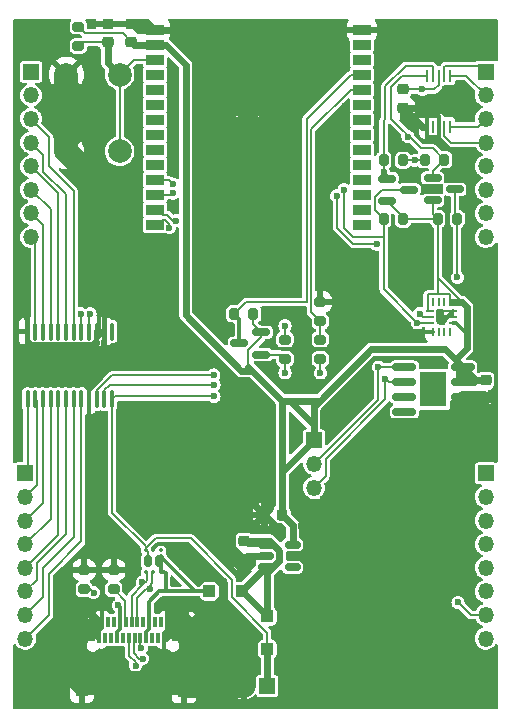
<source format=gbr>
%TF.GenerationSoftware,KiCad,Pcbnew,8.0.5*%
%TF.CreationDate,2025-02-08T11:35:46+01:00*%
%TF.ProjectId,ESP32 adon,45535033-3220-4616-946f-6e2e6b696361,rev?*%
%TF.SameCoordinates,Original*%
%TF.FileFunction,Copper,L1,Top*%
%TF.FilePolarity,Positive*%
%FSLAX46Y46*%
G04 Gerber Fmt 4.6, Leading zero omitted, Abs format (unit mm)*
G04 Created by KiCad (PCBNEW 8.0.5) date 2025-02-08 11:35:46*
%MOMM*%
%LPD*%
G01*
G04 APERTURE LIST*
G04 Aperture macros list*
%AMRoundRect*
0 Rectangle with rounded corners*
0 $1 Rounding radius*
0 $2 $3 $4 $5 $6 $7 $8 $9 X,Y pos of 4 corners*
0 Add a 4 corners polygon primitive as box body*
4,1,4,$2,$3,$4,$5,$6,$7,$8,$9,$2,$3,0*
0 Add four circle primitives for the rounded corners*
1,1,$1+$1,$2,$3*
1,1,$1+$1,$4,$5*
1,1,$1+$1,$6,$7*
1,1,$1+$1,$8,$9*
0 Add four rect primitives between the rounded corners*
20,1,$1+$1,$2,$3,$4,$5,0*
20,1,$1+$1,$4,$5,$6,$7,0*
20,1,$1+$1,$6,$7,$8,$9,0*
20,1,$1+$1,$8,$9,$2,$3,0*%
G04 Aperture macros list end*
%TA.AperFunction,ComponentPad*%
%ADD10R,1.350000X1.350000*%
%TD*%
%TA.AperFunction,ComponentPad*%
%ADD11O,1.350000X1.350000*%
%TD*%
%TA.AperFunction,SMDPad,CuDef*%
%ADD12RoundRect,0.225000X0.250000X-0.225000X0.250000X0.225000X-0.250000X0.225000X-0.250000X-0.225000X0*%
%TD*%
%TA.AperFunction,SMDPad,CuDef*%
%ADD13RoundRect,0.200000X-0.275000X0.200000X-0.275000X-0.200000X0.275000X-0.200000X0.275000X0.200000X0*%
%TD*%
%TA.AperFunction,SMDPad,CuDef*%
%ADD14RoundRect,0.225000X-0.250000X0.225000X-0.250000X-0.225000X0.250000X-0.225000X0.250000X0.225000X0*%
%TD*%
%TA.AperFunction,SMDPad,CuDef*%
%ADD15RoundRect,0.200000X0.200000X0.275000X-0.200000X0.275000X-0.200000X-0.275000X0.200000X-0.275000X0*%
%TD*%
%TA.AperFunction,SMDPad,CuDef*%
%ADD16R,1.500000X0.900000*%
%TD*%
%TA.AperFunction,SMDPad,CuDef*%
%ADD17R,0.800000X0.800000*%
%TD*%
%TA.AperFunction,SMDPad,CuDef*%
%ADD18RoundRect,0.200000X-0.200000X-0.275000X0.200000X-0.275000X0.200000X0.275000X-0.200000X0.275000X0*%
%TD*%
%TA.AperFunction,SMDPad,CuDef*%
%ADD19RoundRect,0.075000X-0.075000X0.087500X-0.075000X-0.087500X0.075000X-0.087500X0.075000X0.087500X0*%
%TD*%
%TA.AperFunction,SMDPad,CuDef*%
%ADD20RoundRect,0.153250X-0.153250X0.321750X-0.153250X-0.321750X0.153250X-0.321750X0.153250X0.321750X0*%
%TD*%
%TA.AperFunction,SMDPad,CuDef*%
%ADD21RoundRect,0.200000X0.275000X-0.200000X0.275000X0.200000X-0.275000X0.200000X-0.275000X-0.200000X0*%
%TD*%
%TA.AperFunction,SMDPad,CuDef*%
%ADD22R,0.250000X0.675000*%
%TD*%
%TA.AperFunction,SMDPad,CuDef*%
%ADD23R,0.675000X0.250000*%
%TD*%
%TA.AperFunction,SMDPad,CuDef*%
%ADD24RoundRect,0.150000X-0.587500X-0.150000X0.587500X-0.150000X0.587500X0.150000X-0.587500X0.150000X0*%
%TD*%
%TA.AperFunction,SMDPad,CuDef*%
%ADD25R,0.300000X0.950000*%
%TD*%
%TA.AperFunction,SMDPad,CuDef*%
%ADD26R,0.300000X0.850000*%
%TD*%
%TA.AperFunction,ComponentPad*%
%ADD27R,1.000000X2.000000*%
%TD*%
%TA.AperFunction,ComponentPad*%
%ADD28R,1.600000X1.000000*%
%TD*%
%TA.AperFunction,ComponentPad*%
%ADD29R,1.000000X2.300000*%
%TD*%
%TA.AperFunction,ComponentPad*%
%ADD30R,1.100000X2.400000*%
%TD*%
%TA.AperFunction,SMDPad,CuDef*%
%ADD31RoundRect,0.250000X0.300000X0.300000X-0.300000X0.300000X-0.300000X-0.300000X0.300000X-0.300000X0*%
%TD*%
%TA.AperFunction,ComponentPad*%
%ADD32C,2.000000*%
%TD*%
%TA.AperFunction,SMDPad,CuDef*%
%ADD33R,0.250000X1.100000*%
%TD*%
%TA.AperFunction,SMDPad,CuDef*%
%ADD34RoundRect,0.150000X-0.512500X-0.150000X0.512500X-0.150000X0.512500X0.150000X-0.512500X0.150000X0*%
%TD*%
%TA.AperFunction,SMDPad,CuDef*%
%ADD35RoundRect,0.150000X-0.825000X-0.150000X0.825000X-0.150000X0.825000X0.150000X-0.825000X0.150000X0*%
%TD*%
%TA.AperFunction,HeatsinkPad*%
%ADD36R,2.290000X3.000000*%
%TD*%
%TA.AperFunction,SMDPad,CuDef*%
%ADD37RoundRect,0.100000X-0.100000X0.637500X-0.100000X-0.637500X0.100000X-0.637500X0.100000X0.637500X0*%
%TD*%
%TA.AperFunction,SMDPad,CuDef*%
%ADD38RoundRect,0.150000X0.587500X0.150000X-0.587500X0.150000X-0.587500X-0.150000X0.587500X-0.150000X0*%
%TD*%
%TA.AperFunction,SMDPad,CuDef*%
%ADD39RoundRect,0.250000X-0.300000X0.300000X-0.300000X-0.300000X0.300000X-0.300000X0.300000X0.300000X0*%
%TD*%
%TA.AperFunction,SMDPad,CuDef*%
%ADD40RoundRect,0.225000X0.225000X0.250000X-0.225000X0.250000X-0.225000X-0.250000X0.225000X-0.250000X0*%
%TD*%
%TA.AperFunction,ViaPad*%
%ADD41C,0.600000*%
%TD*%
%TA.AperFunction,ViaPad*%
%ADD42C,0.500000*%
%TD*%
%TA.AperFunction,Conductor*%
%ADD43C,0.300000*%
%TD*%
%TA.AperFunction,Conductor*%
%ADD44C,2.000000*%
%TD*%
%TA.AperFunction,Conductor*%
%ADD45C,0.200000*%
%TD*%
%TA.AperFunction,Conductor*%
%ADD46C,1.000000*%
%TD*%
%TA.AperFunction,Conductor*%
%ADD47C,0.600000*%
%TD*%
%TA.AperFunction,Conductor*%
%ADD48C,0.100000*%
%TD*%
G04 APERTURE END LIST*
D10*
%TO.P,J2,1,Pin_1*%
%TO.N,Net-(J2-Pin_1)*%
X51500000Y-89000000D03*
D11*
%TO.P,J2,2,Pin_2*%
%TO.N,Net-(J2-Pin_2)*%
X51500000Y-91000000D03*
%TO.P,J2,3,Pin_3*%
%TO.N,Net-(J2-Pin_3)*%
X51500000Y-93000000D03*
%TO.P,J2,4,Pin_4*%
%TO.N,Net-(J2-Pin_4)*%
X51500000Y-95000000D03*
%TO.P,J2,5,Pin_5*%
%TO.N,Net-(J2-Pin_5)*%
X51500000Y-97000000D03*
%TO.P,J2,6,Pin_6*%
%TO.N,Net-(J2-Pin_6)*%
X51500000Y-99000000D03*
%TO.P,J2,7,Pin_7*%
%TO.N,Net-(J2-Pin_7)*%
X51500000Y-101000000D03*
%TO.P,J2,8,Pin_8*%
%TO.N,Net-(J2-Pin_8)*%
X51500000Y-103000000D03*
%TD*%
D12*
%TO.P,C5,1*%
%TO.N,GND*%
X83500000Y-58050000D03*
%TO.P,C5,2*%
%TO.N,+5V*%
X83500000Y-56500000D03*
%TD*%
D13*
%TO.P,R17,1*%
%TO.N,GND*%
X56490000Y-97175000D03*
%TO.P,R17,2*%
%TO.N,Net-(J6-CC2)*%
X56490000Y-98825000D03*
%TD*%
D14*
%TO.P,C2,1*%
%TO.N,GND*%
X58500000Y-50950000D03*
%TO.P,C2,2*%
%TO.N,Net-(U1-EN{slash}CHIP_PU)*%
X58500000Y-52500000D03*
%TD*%
D15*
%TO.P,R7,1*%
%TO.N,/SCL_{3.3V}*%
X88087500Y-67450000D03*
%TO.P,R7,2*%
%TO.N,+3.3V*%
X86437500Y-67450000D03*
%TD*%
D16*
%TO.P,U1,1,GND*%
%TO.N,GND*%
X62500000Y-51460000D03*
%TO.P,U1,2,3V3*%
%TO.N,+3.3V*%
X62500000Y-52730000D03*
%TO.P,U1,3,EN/CHIP_PU*%
%TO.N,Net-(U1-EN{slash}CHIP_PU)*%
X62500000Y-54000000D03*
%TO.P,U1,4,MTMS/GPIO4/ADC1_CH4*%
%TO.N,unconnected-(U1-MTMS{slash}GPIO4{slash}ADC1_CH4-Pad4)*%
X62500000Y-55270000D03*
%TO.P,U1,5,MTDI/GPIO5/ADC1_CH5*%
%TO.N,unconnected-(U1-MTDI{slash}GPIO5{slash}ADC1_CH5-Pad5)*%
X62500000Y-56540000D03*
%TO.P,U1,6,MTCK/GPIO6/ADC1_CH6*%
%TO.N,unconnected-(U1-MTCK{slash}GPIO6{slash}ADC1_CH6-Pad6)*%
X62500000Y-57810000D03*
%TO.P,U1,7,MTDO/GPIO7*%
%TO.N,unconnected-(U1-MTDO{slash}GPIO7-Pad7)*%
X62500000Y-59080000D03*
%TO.P,U1,8,GPIO0/ADC1_CH0/XTAL_32K_P*%
%TO.N,unconnected-(U1-GPIO0{slash}ADC1_CH0{slash}XTAL_32K_P-Pad8)*%
X62500000Y-60350000D03*
%TO.P,U1,9,GPIO1/ADC1_CH1/XTAL_32K_N*%
%TO.N,unconnected-(U1-GPIO1{slash}ADC1_CH1{slash}XTAL_32K_N-Pad9)*%
X62500000Y-61620000D03*
%TO.P,U1,10,GPIO8*%
%TO.N,unconnected-(U1-GPIO8-Pad10)*%
X62500000Y-62890000D03*
%TO.P,U1,11,GPIO10*%
%TO.N,/SDA_{3.3V}*%
X62500000Y-64160000D03*
%TO.P,U1,12,GPIO11*%
%TO.N,/SCL_{3.3V}*%
X62500000Y-65430000D03*
%TO.P,U1,13,GPIO12/USB_D-*%
%TO.N,/D-*%
X62500000Y-66700000D03*
%TO.P,U1,14,GPIO13/USB_D+*%
%TO.N,/D+*%
X62500000Y-67970000D03*
%TO.P,U1,15,GPIO9*%
%TO.N,unconnected-(U1-GPIO9-Pad15)*%
X80000000Y-67970000D03*
%TO.P,U1,16,GPIO18*%
%TO.N,unconnected-(U1-GPIO18-Pad16)*%
X80000000Y-66700000D03*
%TO.P,U1,17,GPIO19*%
%TO.N,unconnected-(U1-GPIO19-Pad17)*%
X80000000Y-65430000D03*
%TO.P,U1,18,GPIO20*%
%TO.N,unconnected-(U1-GPIO20-Pad18)*%
X80000000Y-64160000D03*
%TO.P,U1,19,GPIO21*%
%TO.N,unconnected-(U1-GPIO21-Pad19)*%
X80000000Y-62890000D03*
%TO.P,U1,20,GPIO22*%
%TO.N,unconnected-(U1-GPIO22-Pad20)*%
X80000000Y-61620000D03*
%TO.P,U1,21,GPIO23*%
%TO.N,unconnected-(U1-GPIO23-Pad21)*%
X80000000Y-60350000D03*
%TO.P,U1,22,NC*%
%TO.N,unconnected-(U1-NC-Pad22)*%
X80000000Y-59080000D03*
%TO.P,U1,23,GPIO15*%
%TO.N,unconnected-(U1-GPIO15-Pad23)*%
X80000000Y-57810000D03*
%TO.P,U1,24,U0RXD/GPIO17*%
%TO.N,Net-(U1-U0RXD{slash}GPIO17)*%
X80000000Y-56540000D03*
%TO.P,U1,25,U0TXD/GPIO16*%
%TO.N,Net-(Q4-S)*%
X80000000Y-55270000D03*
%TO.P,U1,26,GPIO3/ADC1_CH3*%
%TO.N,unconnected-(U1-GPIO3{slash}ADC1_CH3-Pad26)*%
X80000000Y-54000000D03*
%TO.P,U1,27,GPIO2/ADC1_CH2*%
%TO.N,unconnected-(U1-GPIO2{slash}ADC1_CH2-Pad27)*%
X80000000Y-52730000D03*
%TO.P,U1,28,GND*%
%TO.N,GND*%
X80000000Y-51460000D03*
D17*
%TO.P,U1,29,GND*%
X68495000Y-55930000D03*
X68495000Y-57180000D03*
X68495000Y-58430000D03*
X69745000Y-55930000D03*
X69745000Y-57180000D03*
X69745000Y-58430000D03*
X70995000Y-55930000D03*
X70995000Y-57180000D03*
X70995000Y-58430000D03*
%TD*%
D18*
%TO.P,R6,1*%
%TO.N,/SDA_{3.3V}*%
X81850000Y-67500000D03*
%TO.P,R6,2*%
%TO.N,+3.3V*%
X83500000Y-67500000D03*
%TD*%
D19*
%TO.P,D3,1*%
%TO.N,unconnected-(D3-Pad1)*%
X63000000Y-95500000D03*
%TO.P,D3,2*%
%TO.N,GND*%
X62350000Y-95500000D03*
%TO.P,D3,3*%
%TO.N,+5V*%
X61700000Y-95500000D03*
D20*
X61883500Y-96425000D03*
D19*
%TO.P,D3,4*%
%TO.N,/D+*%
X61700000Y-97350000D03*
%TO.P,D3,5*%
%TO.N,/D-*%
X62350000Y-97350000D03*
D20*
%TO.P,D3,6*%
%TO.N,+5Vin*%
X62816500Y-96425000D03*
D19*
X63000000Y-97350000D03*
%TD*%
D14*
%TO.P,C3,1*%
%TO.N,Net-(D1-K)*%
X70000000Y-94725000D03*
%TO.P,C3,2*%
%TO.N,GND*%
X70000000Y-96275000D03*
%TD*%
D13*
%TO.P,R18,1*%
%TO.N,+3.3V*%
X56000000Y-51175000D03*
%TO.P,R18,2*%
%TO.N,Net-(U1-EN{slash}CHIP_PU)*%
X56000000Y-52825000D03*
%TD*%
D21*
%TO.P,R2,1*%
%TO.N,Net-(U1-U0RXD{slash}GPIO17)*%
X76500000Y-76150000D03*
%TO.P,R2,2*%
%TO.N,GND*%
X76500000Y-74500000D03*
%TD*%
D13*
%TO.P,R1,1*%
%TO.N,+5V*%
X73500000Y-77675000D03*
%TO.P,R1,2*%
%TO.N,/TX*%
X73500000Y-79325000D03*
%TD*%
D22*
%TO.P,MT1,1,AP_SDO/AP_AD0*%
%TO.N,GND*%
X86000000Y-77025000D03*
%TO.P,MT1,2,RESV*%
%TO.N,unconnected-(MT1-RESV-Pad10)_2*%
X86500000Y-77025000D03*
%TO.P,MT1,3,RESV*%
%TO.N,unconnected-(MT1-RESV-Pad10)*%
X87000000Y-77025000D03*
%TO.P,MT1,4,INT1/INT*%
%TO.N,unconnected-(MT1-INT1{slash}INT-Pad4)*%
X87500000Y-77025000D03*
D23*
%TO.P,MT1,5,VDDIO*%
%TO.N,+3.3V*%
X87762500Y-76262500D03*
%TO.P,MT1,6,GND*%
%TO.N,GND*%
X87762500Y-75762500D03*
%TO.P,MT1,7,FSYNC*%
X87762500Y-75262500D03*
D22*
%TO.P,MT1,8,VDD*%
%TO.N,+3.3V*%
X87500000Y-74500000D03*
%TO.P,MT1,9,INT2*%
%TO.N,unconnected-(MT1-INT2-Pad9)*%
X87000000Y-74500000D03*
%TO.P,MT1,10,RESV*%
%TO.N,unconnected-(MT1-RESV-Pad10)_1*%
X86500000Y-74500000D03*
%TO.P,MT1,11,RESV*%
%TO.N,unconnected-(MT1-RESV-Pad10)_3*%
X86000000Y-74500000D03*
D23*
%TO.P,MT1,12,AP_CS*%
%TO.N,+3.3V*%
X85737500Y-75262500D03*
%TO.P,MT1,13,AP_SCL/AP_SCLK*%
%TO.N,/SCL_{3.3V}*%
X85737500Y-75762500D03*
%TO.P,MT1,14,AP_SDA/AP_SDIO/AP_SDI*%
%TO.N,/SDA_{3.3V}*%
X85737500Y-76262500D03*
%TD*%
D12*
%TO.P,C6,1*%
%TO.N,GND*%
X90500000Y-82655000D03*
%TO.P,C6,2*%
%TO.N,+3.3V*%
X90500000Y-81105000D03*
%TD*%
D24*
%TO.P,Q5,1,D*%
%TO.N,/SDA_{5V}*%
X82125000Y-64050000D03*
%TO.P,Q5,2,G*%
%TO.N,+3.3V*%
X82125000Y-65950000D03*
%TO.P,Q5,3,S*%
%TO.N,/SDA_{3.3V}*%
X84000000Y-65000000D03*
%TD*%
D15*
%TO.P,R8,1*%
%TO.N,+3.3V*%
X70825000Y-75500000D03*
%TO.P,R8,2*%
%TO.N,Net-(Q4-S)*%
X69175000Y-75500000D03*
%TD*%
D10*
%TO.P,J4,1,Pin_1*%
%TO.N,unconnected-(J4-Pin_1-Pad1)*%
X90500000Y-89000000D03*
D11*
%TO.P,J4,2,Pin_2*%
%TO.N,unconnected-(J4-Pin_2-Pad2)*%
X90500000Y-91000000D03*
%TO.P,J4,3,Pin_3*%
%TO.N,unconnected-(J4-Pin_3-Pad3)*%
X90500000Y-93000000D03*
%TO.P,J4,4,Pin_4*%
%TO.N,unconnected-(J4-Pin_4-Pad4)*%
X90500000Y-95000000D03*
%TO.P,J4,5,Pin_5*%
%TO.N,/RX*%
X90500000Y-97000000D03*
%TO.P,J4,6,Pin_6*%
%TO.N,/TX*%
X90500000Y-99000000D03*
%TO.P,J4,7,Pin_7*%
%TO.N,/SCL_{5V}*%
X90500000Y-101000000D03*
%TO.P,J4,8,Pin_8*%
%TO.N,/SDA_{5V}*%
X90500000Y-103000000D03*
%TD*%
D25*
%TO.P,J6,A1,GND_A*%
%TO.N,GND*%
X58010000Y-101600000D03*
%TO.P,J6,A2,TXP1*%
%TO.N,unconnected-(J6-TXP1-PadA2)*%
X58510000Y-101600000D03*
%TO.P,J6,A3,TXN1*%
%TO.N,unconnected-(J6-TXN1-PadA3)*%
X59010000Y-101600000D03*
%TO.P,J6,A4,VBUS_A*%
%TO.N,+5Vin*%
X59510000Y-101600000D03*
%TO.P,J6,A5,CC1*%
%TO.N,Net-(J6-CC1)*%
X60010000Y-101600000D03*
%TO.P,J6,A6,DP1*%
%TO.N,/D+*%
X60510000Y-101600000D03*
%TO.P,J6,A7,DN1*%
%TO.N,/D-*%
X61010000Y-101600000D03*
%TO.P,J6,A8,SBU1*%
%TO.N,unconnected-(J6-SBU1-PadA8)*%
X61510000Y-101600000D03*
%TO.P,J6,A9,VBUS_A*%
%TO.N,+5Vin*%
X62010000Y-101600000D03*
%TO.P,J6,A10,RXN2*%
%TO.N,unconnected-(J6-RXN2-PadA10)*%
X62510000Y-101600000D03*
%TO.P,J6,A11,RXP2*%
%TO.N,unconnected-(J6-RXP2-PadA11)*%
X63010000Y-101600000D03*
%TO.P,J6,A12,GND_A*%
%TO.N,GND*%
X63510000Y-101600000D03*
D26*
%TO.P,J6,B1,GND_B*%
X63260000Y-102950000D03*
%TO.P,J6,B2,TXP2*%
%TO.N,unconnected-(J6-TXP2-PadB2)*%
X62760000Y-102950000D03*
%TO.P,J6,B3,TXN2*%
%TO.N,unconnected-(J6-TXN2-PadB3)*%
X62260000Y-102950000D03*
%TO.P,J6,B4,VBUS_B*%
%TO.N,+5Vin*%
X61760000Y-102950000D03*
%TO.P,J6,B5,CC2*%
%TO.N,Net-(J6-CC2)*%
X61260000Y-102950000D03*
%TO.P,J6,B6,DP2*%
%TO.N,/D+*%
X60760000Y-102950000D03*
%TO.P,J6,B7,DN2*%
%TO.N,/D-*%
X60260000Y-102950000D03*
%TO.P,J6,B8,SBU2*%
%TO.N,unconnected-(J6-SBU2-PadB8)*%
X59760000Y-102950000D03*
%TO.P,J6,B9,VBUS_B*%
%TO.N,+5Vin*%
X59260000Y-102950000D03*
%TO.P,J6,B10,RXN1*%
%TO.N,unconnected-(J6-RXN1-PadB10)*%
X58760000Y-102950000D03*
%TO.P,J6,B11,RXP1*%
%TO.N,unconnected-(J6-RXP1-PadB11)*%
X58260000Y-102950000D03*
%TO.P,J6,B12,GND_B*%
%TO.N,GND*%
X57760000Y-102950000D03*
D27*
%TO.P,J6,SH1,SHIELD*%
X56315000Y-102225000D03*
D28*
X56615000Y-102725000D03*
%TO.P,J6,SH2,SHIELD*%
X64655000Y-102725000D03*
D27*
X64955000Y-102225000D03*
D29*
%TO.P,J6,SH3,SHIELD*%
X56315000Y-106775000D03*
D30*
%TO.P,J6,SH4,SHIELD*%
X64955000Y-106775000D03*
%TD*%
D15*
%TO.P,R4,1*%
%TO.N,/SCL_{5V}*%
X87000000Y-62450000D03*
%TO.P,R4,2*%
%TO.N,+5V*%
X85350000Y-62450000D03*
%TD*%
D31*
%TO.P,D2,1,K*%
%TO.N,Net-(D1-K)*%
X69900000Y-99000000D03*
%TO.P,D2,2,A*%
%TO.N,+5Vin*%
X67100000Y-99000000D03*
%TD*%
D10*
%TO.P,J5,1,Pin_1*%
%TO.N,Net-(J5-Pin_1)*%
X90500000Y-55000000D03*
D11*
%TO.P,J5,2,Pin_2*%
%TO.N,Net-(J5-Pin_2)*%
X90500000Y-57000000D03*
%TO.P,J5,3,Pin_3*%
%TO.N,Net-(J5-Pin_3)*%
X90500000Y-59000000D03*
%TO.P,J5,4,Pin_4*%
%TO.N,Net-(J5-Pin_4)*%
X90500000Y-61000000D03*
%TO.P,J5,5,Pin_5*%
%TO.N,unconnected-(J5-Pin_5-Pad5)*%
X90500000Y-63000000D03*
%TO.P,J5,6,Pin_6*%
%TO.N,unconnected-(J5-Pin_6-Pad6)*%
X90500000Y-65000000D03*
%TO.P,J5,7,Pin_7*%
%TO.N,unconnected-(J5-Pin_7-Pad7)*%
X90500000Y-67000000D03*
%TO.P,J5,8,Pin_8*%
%TO.N,unconnected-(J5-Pin_8-Pad8)*%
X90500000Y-69000000D03*
%TD*%
D24*
%TO.P,Q6,1,D*%
%TO.N,/SCL_{5V}*%
X86000000Y-64000000D03*
%TO.P,Q6,2,G*%
%TO.N,+3.3V*%
X86000000Y-65900000D03*
%TO.P,Q6,3,S*%
%TO.N,/SCL_{3.3V}*%
X87875000Y-64950000D03*
%TD*%
D32*
%TO.P,SW2,1,1*%
%TO.N,GND*%
X55000000Y-61750000D03*
X55000000Y-55250000D03*
%TO.P,SW2,2,2*%
%TO.N,Net-(U1-EN{slash}CHIP_PU)*%
X59500000Y-61750000D03*
X59500000Y-55250000D03*
%TD*%
D14*
%TO.P,C4,1*%
%TO.N,GND*%
X60495000Y-50960000D03*
%TO.P,C4,2*%
%TO.N,+3.3V*%
X60495000Y-52510000D03*
%TD*%
D33*
%TO.P,U3,1,ADDR*%
%TO.N,GND*%
X85500000Y-59650000D03*
%TO.P,U3,2,ALERT/RDY*%
%TO.N,unconnected-(U3-ALERT{slash}RDY-Pad2)*%
X86000000Y-59650000D03*
%TO.P,U3,3,GND*%
%TO.N,GND*%
X86500000Y-59650000D03*
%TO.P,U3,4,AIN0*%
%TO.N,Net-(J5-Pin_4)*%
X87000000Y-59650000D03*
%TO.P,U3,5,AIN1*%
%TO.N,Net-(J5-Pin_3)*%
X87500000Y-59650000D03*
%TO.P,U3,6,AIN2*%
%TO.N,Net-(J5-Pin_2)*%
X87500000Y-55350000D03*
%TO.P,U3,7,AIN3*%
%TO.N,Net-(J5-Pin_1)*%
X87000000Y-55350000D03*
%TO.P,U3,8,VDD*%
%TO.N,+5V*%
X86500000Y-55350000D03*
%TO.P,U3,9,SDA*%
%TO.N,/SDA_{5V}*%
X86000000Y-55350000D03*
%TO.P,U3,10,SCL*%
%TO.N,/SCL_{5V}*%
X85500000Y-55350000D03*
%TD*%
D10*
%TO.P,J3,1,Pin_1*%
%TO.N,+5V*%
X72000000Y-107000000D03*
D11*
%TO.P,J3,2,Pin_2*%
%TO.N,GND*%
X70000000Y-107000000D03*
%TD*%
D34*
%TO.P,U4,1,IN*%
%TO.N,Net-(D1-K)*%
X71862500Y-95050000D03*
%TO.P,U4,2,GND*%
%TO.N,GND*%
X71862500Y-96000000D03*
%TO.P,U4,3,EN*%
%TO.N,Net-(D1-K)*%
X71862500Y-96950000D03*
%TO.P,U4,4,NC*%
%TO.N,unconnected-(U4-NC-Pad4)*%
X74137500Y-96950000D03*
%TO.P,U4,5,OUT*%
%TO.N,+3.3V*%
X74137500Y-95050000D03*
%TD*%
D35*
%TO.P,U6,1,SCL/SCLK*%
%TO.N,/SCL_{3.3V}*%
X83595000Y-80000000D03*
%TO.P,U6,2,SDA/MOSI*%
%TO.N,/SDA_{3.3V}*%
X83595000Y-81270000D03*
%TO.P,U6,3,MISO*%
%TO.N,unconnected-(U6-MISO-Pad3)*%
X83595000Y-82540000D03*
%TO.P,U6,4,INT/TRG*%
%TO.N,unconnected-(U6-INT{slash}TRG-Pad4)*%
X83595000Y-83810000D03*
%TO.P,U6,5,A0*%
%TO.N,GND*%
X88545000Y-83810000D03*
%TO.P,U6,6,VSS*%
X88545000Y-82540000D03*
%TO.P,U6,7,VDD*%
%TO.N,+3.3V*%
X88545000Y-81270000D03*
%TO.P,U6,8,MS/CS*%
X88545000Y-80000000D03*
D36*
%TO.P,U6,9*%
%TO.N,N/C*%
X86070000Y-81905000D03*
%TD*%
D37*
%TO.P,U2,1,~{INT}*%
%TO.N,unconnected-(U2-~{INT}-Pad1)*%
X58850000Y-77000000D03*
%TO.P,U2,2,A1*%
%TO.N,GND*%
X58200000Y-77000000D03*
%TO.P,U2,3,A2*%
X57550000Y-77000000D03*
%TO.P,U2,4,P00*%
%TO.N,Net-(J1-Pin_1)*%
X56900000Y-77000000D03*
%TO.P,U2,5,P01*%
%TO.N,Net-(J1-Pin_2)*%
X56250000Y-77000000D03*
%TO.P,U2,6,P02*%
%TO.N,Net-(J1-Pin_3)*%
X55600000Y-77000000D03*
%TO.P,U2,7,P03*%
%TO.N,Net-(J1-Pin_4)*%
X54950000Y-77000000D03*
%TO.P,U2,8,P04*%
%TO.N,Net-(J1-Pin_5)*%
X54300000Y-77000000D03*
%TO.P,U2,9,P05*%
%TO.N,Net-(J1-Pin_6)*%
X53650000Y-77000000D03*
%TO.P,U2,10,P06*%
%TO.N,Net-(J1-Pin_7)*%
X53000000Y-77000000D03*
%TO.P,U2,11,P07*%
%TO.N,Net-(J1-Pin_8)*%
X52350000Y-77000000D03*
%TO.P,U2,12,GND*%
%TO.N,GND*%
X51700000Y-77000000D03*
%TO.P,U2,13,P10*%
%TO.N,Net-(J2-Pin_1)*%
X51700000Y-82725000D03*
%TO.P,U2,14,P11*%
%TO.N,Net-(J2-Pin_2)*%
X52350000Y-82725000D03*
%TO.P,U2,15,P12*%
%TO.N,Net-(J2-Pin_3)*%
X53000000Y-82725000D03*
%TO.P,U2,16,P13*%
%TO.N,Net-(J2-Pin_4)*%
X53650000Y-82725000D03*
%TO.P,U2,17,P14*%
%TO.N,Net-(J2-Pin_5)*%
X54300000Y-82725000D03*
%TO.P,U2,18,P15*%
%TO.N,Net-(J2-Pin_6)*%
X54950000Y-82725000D03*
%TO.P,U2,19,P16*%
%TO.N,Net-(J2-Pin_7)*%
X55600000Y-82725000D03*
%TO.P,U2,20,P17*%
%TO.N,Net-(J2-Pin_8)*%
X56250000Y-82725000D03*
%TO.P,U2,21,A0*%
%TO.N,GND*%
X56900000Y-82725000D03*
%TO.P,U2,22,SCL*%
%TO.N,/SCL_{5V}*%
X57550000Y-82725000D03*
%TO.P,U2,23,SDA*%
%TO.N,/SDA_{5V}*%
X58200000Y-82725000D03*
%TO.P,U2,24,VCC*%
%TO.N,+5V*%
X58850000Y-82725000D03*
%TD*%
D38*
%TO.P,Q4,1,D*%
%TO.N,/TX*%
X71500000Y-78950000D03*
%TO.P,Q4,2,G*%
%TO.N,+3.3V*%
X71500000Y-77050000D03*
%TO.P,Q4,3,S*%
%TO.N,Net-(Q4-S)*%
X69625000Y-78000000D03*
%TD*%
D39*
%TO.P,D1,1,K*%
%TO.N,Net-(D1-K)*%
X72000000Y-101100000D03*
%TO.P,D1,2,A*%
%TO.N,+5V*%
X72000000Y-103900000D03*
%TD*%
D18*
%TO.P,R5,1*%
%TO.N,/SDA_{5V}*%
X81850000Y-62500000D03*
%TO.P,R5,2*%
%TO.N,+5V*%
X83500000Y-62500000D03*
%TD*%
D10*
%TO.P,J1,1,Pin_1*%
%TO.N,Net-(J1-Pin_1)*%
X52000000Y-55000000D03*
D11*
%TO.P,J1,2,Pin_2*%
%TO.N,Net-(J1-Pin_2)*%
X52000000Y-57000000D03*
%TO.P,J1,3,Pin_3*%
%TO.N,Net-(J1-Pin_3)*%
X52000000Y-59000000D03*
%TO.P,J1,4,Pin_4*%
%TO.N,Net-(J1-Pin_4)*%
X52000000Y-61000000D03*
%TO.P,J1,5,Pin_5*%
%TO.N,Net-(J1-Pin_5)*%
X52000000Y-63000000D03*
%TO.P,J1,6,Pin_6*%
%TO.N,Net-(J1-Pin_6)*%
X52000000Y-65000000D03*
%TO.P,J1,7,Pin_7*%
%TO.N,Net-(J1-Pin_7)*%
X52000000Y-67000000D03*
%TO.P,J1,8,Pin_8*%
%TO.N,Net-(J1-Pin_8)*%
X52000000Y-69000000D03*
%TD*%
D13*
%TO.P,R3,1*%
%TO.N,Net-(U1-U0RXD{slash}GPIO17)*%
X76500000Y-77675000D03*
%TO.P,R3,2*%
%TO.N,/RX*%
X76500000Y-79325000D03*
%TD*%
D10*
%TO.P,J7,1,Pin_1*%
%TO.N,+3.3V*%
X75955000Y-86215000D03*
D11*
%TO.P,J7,2,Pin_2*%
%TO.N,/SCL_{3.3V}*%
X75955000Y-88215000D03*
%TO.P,J7,3,Pin_3*%
%TO.N,/SDA_{3.3V}*%
X75955000Y-90215000D03*
%TO.P,J7,4,Pin_4*%
%TO.N,GND*%
X75955000Y-92215000D03*
%TD*%
D13*
%TO.P,R16,1*%
%TO.N,GND*%
X59000000Y-97175000D03*
%TO.P,R16,2*%
%TO.N,Net-(J6-CC1)*%
X59000000Y-98825000D03*
%TD*%
D40*
%TO.P,C1,1*%
%TO.N,+3.3V*%
X73275000Y-92500000D03*
%TO.P,C1,2*%
%TO.N,GND*%
X71725000Y-92500000D03*
%TD*%
D41*
%TO.N,GND*%
X87375000Y-94050000D03*
X63045000Y-86145000D03*
X86580000Y-93330000D03*
X67360000Y-97640000D03*
X81275000Y-88040000D03*
X78515000Y-100120000D03*
X63000000Y-93020000D03*
X72250000Y-85750000D03*
X78465000Y-63835000D03*
X57550000Y-77940000D03*
X64190000Y-66490000D03*
X61305000Y-83485000D03*
X75335000Y-81130000D03*
X90952500Y-82202500D03*
X65115000Y-79675000D03*
X85340000Y-92290000D03*
X88920000Y-69380000D03*
X74150000Y-84850000D03*
X69120000Y-57180000D03*
X85675000Y-57640000D03*
X79620000Y-86215000D03*
X64615000Y-50900000D03*
X59135000Y-94210000D03*
X61075000Y-77055000D03*
X89745000Y-71170000D03*
X62035000Y-83545000D03*
X82780000Y-75545000D03*
X84830000Y-94580000D03*
X78395000Y-59030000D03*
X74355000Y-68580000D03*
X65015000Y-77435000D03*
X61405000Y-50800000D03*
X61970000Y-79775000D03*
X59680000Y-85210000D03*
X63980000Y-62350000D03*
X63165000Y-104250000D03*
X74610000Y-73720000D03*
X59500000Y-68770000D03*
X86390000Y-106730000D03*
X72250000Y-88500000D03*
X56850000Y-81165000D03*
X63015000Y-83715000D03*
X55490000Y-81355000D03*
X76925000Y-62795000D03*
X57985000Y-104215000D03*
X74410000Y-62330000D03*
X79920000Y-105230000D03*
X60890000Y-88400000D03*
X63115000Y-79395000D03*
X63015000Y-76255000D03*
X86910000Y-84005000D03*
X63170000Y-90240000D03*
X78705000Y-51460000D03*
X63045000Y-87645000D03*
X78515000Y-102700000D03*
X87960000Y-90725000D03*
X83900000Y-58970000D03*
X70370000Y-57180000D03*
X76420000Y-63790000D03*
X68450000Y-95885000D03*
X84475000Y-69590000D03*
X77435000Y-63690000D03*
X65170000Y-92560000D03*
X70920000Y-91200000D03*
X84345000Y-74205000D03*
X71715000Y-91145000D03*
X69745000Y-57805000D03*
X81555000Y-51550000D03*
X88925000Y-61990000D03*
X85595000Y-71890000D03*
X72250000Y-89750000D03*
X81855000Y-74600000D03*
X58200000Y-78010000D03*
X75290000Y-100320000D03*
X85150000Y-51805000D03*
X57700000Y-87130000D03*
X64185000Y-98330000D03*
X58695000Y-75635000D03*
X58845000Y-80065000D03*
X76435000Y-61780000D03*
X66420000Y-87930000D03*
X55335000Y-98055000D03*
X76360000Y-72265000D03*
X82920000Y-100120000D03*
X60350000Y-97155000D03*
X88010000Y-63895000D03*
X82025000Y-88910000D03*
X69965000Y-97375000D03*
X59910000Y-87315000D03*
X72280000Y-70915000D03*
X57465000Y-50935000D03*
X85370000Y-87950000D03*
X81225000Y-72960000D03*
X70895000Y-93660000D03*
X76480000Y-73405000D03*
X65170000Y-89185000D03*
X77310000Y-59390000D03*
X65170000Y-86230000D03*
X63925000Y-57920000D03*
X75055000Y-79805000D03*
X60470000Y-92880000D03*
X90670000Y-83905000D03*
X90245000Y-52695000D03*
X87175000Y-56795000D03*
X70370000Y-55930000D03*
X63070000Y-85310000D03*
X72250000Y-87000000D03*
X78620000Y-57890000D03*
X72230000Y-80045000D03*
X70995000Y-57805000D03*
X71760000Y-73500000D03*
X58545000Y-99960000D03*
X60970000Y-79880000D03*
X65620000Y-79025000D03*
X83530000Y-73405000D03*
X69080000Y-67905000D03*
X74835000Y-76820000D03*
X81000000Y-74500000D03*
X85435000Y-70000000D03*
X68181325Y-100818675D03*
X65085000Y-87505000D03*
X60135000Y-83400000D03*
X59375000Y-65115000D03*
X71000000Y-82250000D03*
X74580000Y-66670000D03*
X57805000Y-95135000D03*
X74250000Y-96000000D03*
X65010000Y-100175000D03*
X88545000Y-85150000D03*
X59885000Y-79795000D03*
X74565000Y-75395000D03*
X73325000Y-98315000D03*
X50805000Y-76985000D03*
X86949277Y-75983589D03*
X70825000Y-96000000D03*
X90925000Y-85755000D03*
X70370000Y-58430000D03*
X63185000Y-88895000D03*
X69120000Y-58430000D03*
X73050000Y-62380000D03*
X88840000Y-91605000D03*
X87170000Y-71890000D03*
X82630000Y-69935000D03*
X74430000Y-58850000D03*
X71835000Y-75110000D03*
X69185000Y-90930000D03*
X57640000Y-85165000D03*
X72270000Y-91120000D03*
X79895000Y-82685000D03*
X70000000Y-102750000D03*
X78215000Y-70070000D03*
X84515000Y-103680000D03*
X73660000Y-81915000D03*
X65140000Y-91050000D03*
X69120000Y-55930000D03*
X59625000Y-73425000D03*
X88545000Y-83160000D03*
X90105000Y-75200000D03*
X69745000Y-56555000D03*
X69175000Y-96520000D03*
X85000000Y-77025000D03*
X57145000Y-100475000D03*
X56380000Y-99850000D03*
X70120000Y-73310000D03*
X72250000Y-84750000D03*
X87920000Y-53590000D03*
X62975000Y-91615000D03*
X86225000Y-95750000D03*
X82705000Y-72510000D03*
X89710000Y-82540000D03*
X89195000Y-52165000D03*
X70000000Y-81250000D03*
X78625000Y-52350000D03*
X64815000Y-96925000D03*
X88785000Y-56670000D03*
X71700000Y-93770000D03*
X68495000Y-57805000D03*
X87090000Y-89625000D03*
X74430000Y-63600000D03*
X81470000Y-92630000D03*
X82730000Y-106495000D03*
X65030000Y-85060000D03*
X65125000Y-83590000D03*
X81105000Y-70750000D03*
X72750000Y-102500000D03*
X85305000Y-58207500D03*
X63070000Y-77645000D03*
X89935000Y-83775000D03*
X76100000Y-57015000D03*
X80905000Y-98340000D03*
X88675000Y-58295000D03*
X57735000Y-97195000D03*
X68475000Y-95050000D03*
X78155000Y-84715000D03*
X85355000Y-101340000D03*
X65160000Y-95520000D03*
X86315000Y-58605000D03*
X57750000Y-91830000D03*
X55340000Y-97130000D03*
X90455000Y-80045000D03*
X70995000Y-56555000D03*
X82015000Y-84660000D03*
X82705000Y-71510000D03*
X81795000Y-103730000D03*
X69840000Y-88025000D03*
X86840000Y-57975000D03*
X63495000Y-100075000D03*
X88920000Y-65925000D03*
X90750000Y-79500000D03*
X74430000Y-60725000D03*
X86670000Y-75400000D03*
X75160000Y-57870000D03*
X57710000Y-88845000D03*
X82800000Y-52850000D03*
X78635000Y-72140000D03*
X84035000Y-86875000D03*
X79230000Y-77450000D03*
X87195000Y-69795000D03*
X76585000Y-71645000D03*
X82605000Y-60510000D03*
X59700000Y-91005000D03*
X67250000Y-79250000D03*
X76495000Y-60370000D03*
X84060000Y-90895000D03*
X77870000Y-54655000D03*
X67412650Y-100050000D03*
X85615000Y-73055000D03*
X69431325Y-102068675D03*
X51515000Y-78345000D03*
X73000000Y-99750000D03*
X74470000Y-89505000D03*
X72545000Y-93715000D03*
X76690000Y-66390000D03*
X68495000Y-56555000D03*
X51615000Y-75775000D03*
X77350000Y-55705000D03*
X56380000Y-95960000D03*
X77220000Y-85255000D03*
X81555000Y-52340000D03*
X82820000Y-89550000D03*
X90450000Y-84815000D03*
X59485000Y-50950000D03*
X80240000Y-86950000D03*
X76385000Y-104900000D03*
X88920000Y-72965000D03*
%TO.N,+5V*%
X84500000Y-62500000D03*
X85125000Y-56500000D03*
X73500000Y-76500000D03*
X67500000Y-82500000D03*
%TO.N,+5Vin*%
X59385000Y-100181765D03*
D42*
X63018261Y-96112498D03*
D41*
%TO.N,/D+*%
X61447431Y-104690452D03*
X61427867Y-98197867D03*
X63701228Y-68201137D03*
%TO.N,/D-*%
X64302270Y-67600095D03*
X60846389Y-105291494D03*
X62028909Y-98798909D03*
%TO.N,Net-(J1-Pin_2)*%
X56200000Y-75500000D03*
%TO.N,Net-(J1-Pin_1)*%
X57000000Y-75500000D03*
%TO.N,/RX*%
X76500000Y-80500000D03*
%TO.N,/TX*%
X73500000Y-80500000D03*
%TO.N,/SDA_{5V}*%
X81850000Y-63500000D03*
X67500000Y-81500000D03*
%TO.N,/SCL_{3.3V}*%
X77885421Y-65512149D03*
X84911120Y-75492370D03*
X64000000Y-65300003D03*
X81250000Y-69600000D03*
X88087500Y-72412500D03*
X81400000Y-80000000D03*
%TO.N,/SDA_{3.3V}*%
X78500000Y-65000000D03*
X82000000Y-81000000D03*
X84714191Y-76267754D03*
X64000000Y-64500000D03*
%TO.N,/SCL_{5V}*%
X67475737Y-80675734D03*
X83900000Y-60500000D03*
X88151472Y-99934315D03*
%TO.N,Net-(J6-CC2)*%
X61330000Y-103792582D03*
X57302500Y-99117500D03*
%TD*%
D43*
%TO.N,GND*%
X67310000Y-100030000D02*
X67262650Y-99982650D01*
D44*
X65560000Y-106170000D02*
X65560000Y-102830000D01*
D45*
X84225000Y-58775000D02*
X84095000Y-58775000D01*
D43*
X52050001Y-78087500D02*
X57189168Y-78087500D01*
D46*
X88545000Y-82540000D02*
X89710000Y-82540000D01*
D43*
X57550000Y-77940000D02*
X57550000Y-81348332D01*
X67784302Y-97420698D02*
X67579302Y-97420698D01*
D45*
X91330000Y-80000000D02*
X91330000Y-75375000D01*
D43*
X83657500Y-58207500D02*
X85305000Y-58207500D01*
X63260000Y-102950000D02*
X63260000Y-102490000D01*
D47*
X56380000Y-99850000D02*
X56380000Y-100310000D01*
X56315000Y-102225000D02*
X57385000Y-102225000D01*
D44*
X58200000Y-64950000D02*
X55000000Y-61750000D01*
D47*
X57560000Y-102750000D02*
X57576726Y-102750000D01*
D43*
X71345000Y-57880000D02*
X71540000Y-57685000D01*
D47*
X71540000Y-56940000D02*
X71540000Y-57685000D01*
X68475000Y-95050000D02*
X68775000Y-95050000D01*
X71540000Y-56475000D02*
X70995000Y-55930000D01*
D43*
X70995000Y-55930000D02*
X75465000Y-51460000D01*
D47*
X63495000Y-100075000D02*
X64955000Y-101535000D01*
X71700000Y-92525000D02*
X71725000Y-92500000D01*
D44*
X56315000Y-106775000D02*
X56331494Y-106791494D01*
D47*
X61405000Y-50800000D02*
X61840000Y-50800000D01*
D43*
X58500000Y-50950000D02*
X57480000Y-50950000D01*
X71795000Y-55930000D02*
X71915000Y-55810000D01*
D47*
X69930000Y-58430000D02*
X70550000Y-59050000D01*
X56315000Y-102225000D02*
X56315000Y-101305000D01*
D43*
X51700000Y-77726668D02*
X51700000Y-77000000D01*
X57749999Y-75790000D02*
X57749999Y-64499999D01*
D44*
X65560000Y-102830000D02*
X64955000Y-102225000D01*
D47*
X87615000Y-84005000D02*
X86910000Y-84005000D01*
D43*
X85500000Y-58775000D02*
X85525000Y-58750000D01*
D45*
X88920000Y-62945000D02*
X88920000Y-65925000D01*
D44*
X56315000Y-106775000D02*
X55710000Y-106170000D01*
D47*
X91200000Y-81955000D02*
X91200000Y-83375000D01*
D44*
X75955000Y-93172500D02*
X75637500Y-93490000D01*
D47*
X57145000Y-100885000D02*
X57860000Y-101600000D01*
D43*
X85917500Y-58207500D02*
X86315000Y-58605000D01*
D44*
X75955000Y-92215000D02*
X75955000Y-93172500D01*
D47*
X72270000Y-91120000D02*
X72270000Y-91955000D01*
D43*
X56900000Y-81998332D02*
X56900000Y-82725000D01*
D47*
X56380000Y-99850000D02*
X56520000Y-99850000D01*
X90385000Y-84750000D02*
X90450000Y-84815000D01*
X68495000Y-55930000D02*
X70995000Y-58430000D01*
D43*
X57189168Y-78087500D02*
X58200000Y-77076668D01*
D47*
X89935000Y-83775000D02*
X89750000Y-83960000D01*
X61405000Y-50800000D02*
X61405000Y-51130000D01*
X61405000Y-50800000D02*
X60610000Y-50800000D01*
X57275000Y-102725000D02*
X57610000Y-102390000D01*
D44*
X75955000Y-92215000D02*
X76909594Y-92215000D01*
D43*
X67525456Y-100030000D02*
X67310000Y-100030000D01*
X57550000Y-77735000D02*
X57550000Y-77000000D01*
D46*
X88545000Y-83160000D02*
X88545000Y-83810000D01*
D45*
X91330000Y-81825000D02*
X91330000Y-80000000D01*
D47*
X57145000Y-100475000D02*
X57145000Y-102335000D01*
X88545000Y-82540000D02*
X88085000Y-83000000D01*
X71862500Y-96000000D02*
X70275000Y-96000000D01*
X89935000Y-83775000D02*
X89302500Y-83142500D01*
D43*
X75465000Y-51460000D02*
X78705000Y-51460000D01*
D44*
X74925000Y-91955000D02*
X74925000Y-91836651D01*
D43*
X83500000Y-58050000D02*
X83657500Y-58207500D01*
D47*
X68495000Y-55930000D02*
X68000000Y-55435000D01*
X71540000Y-57685000D02*
X71540000Y-59010000D01*
X56615000Y-102725000D02*
X57535000Y-102725000D01*
D44*
X55000000Y-61750000D02*
X55000000Y-55250000D01*
D43*
X69175000Y-94230000D02*
X70905000Y-92500000D01*
D47*
X61405000Y-51455000D02*
X61400000Y-51460000D01*
X56615000Y-102725000D02*
X57275000Y-102725000D01*
D43*
X71575000Y-55715000D02*
X71575000Y-55275000D01*
D47*
X71540000Y-59010000D02*
X71550000Y-59020000D01*
D44*
X55710000Y-102830000D02*
X56315000Y-102225000D01*
D47*
X69910000Y-55930000D02*
X70565000Y-55275000D01*
D43*
X86475000Y-60550000D02*
X85525000Y-60550000D01*
D47*
X70550000Y-59050000D02*
X68600000Y-59050000D01*
X56940000Y-101600000D02*
X57860000Y-101600000D01*
D43*
X71862500Y-96000000D02*
X70825000Y-96000000D01*
D47*
X88560000Y-85150000D02*
X89230000Y-84480000D01*
D43*
X70995000Y-57180000D02*
X70995000Y-57530000D01*
D45*
X86500000Y-60525000D02*
X88920000Y-62945000D01*
D47*
X67660000Y-54900000D02*
X67660000Y-58710000D01*
D44*
X75955000Y-92215000D02*
X81055000Y-92215000D01*
X57749999Y-64499999D02*
X55000000Y-61750000D01*
D45*
X84095000Y-58775000D02*
X83900000Y-58970000D01*
D47*
X70895000Y-93330000D02*
X71725000Y-92500000D01*
D43*
X86500000Y-59650000D02*
X86500000Y-60525000D01*
X70000000Y-96275000D02*
X69175000Y-95450000D01*
D47*
X56315000Y-101305000D02*
X57145000Y-100475000D01*
X64955000Y-102225000D02*
X67130000Y-100050000D01*
D43*
X86949277Y-75983589D02*
X87041411Y-75983589D01*
D47*
X71715000Y-92490000D02*
X71725000Y-92500000D01*
D43*
X70995000Y-58430000D02*
X70995000Y-58230000D01*
X52092501Y-78130000D02*
X57155000Y-78130000D01*
X81000000Y-74500000D02*
X83525000Y-77025000D01*
D45*
X57582500Y-102027500D02*
X58010000Y-101600000D01*
D43*
X68436802Y-99118654D02*
X67525456Y-100030000D01*
X67630698Y-97910698D02*
X68274302Y-97910698D01*
D47*
X69745000Y-58430000D02*
X69220000Y-58430000D01*
D45*
X64430000Y-102950000D02*
X64655000Y-102725000D01*
D44*
X55710000Y-102830000D02*
X55710000Y-104291494D01*
D47*
X72545000Y-93715000D02*
X72545000Y-93320000D01*
D45*
X81555000Y-51550000D02*
X80090000Y-51550000D01*
D46*
X90500000Y-82655000D02*
X89700000Y-82655000D01*
D45*
X87762500Y-75762500D02*
X87170366Y-75762500D01*
D43*
X57550000Y-77000000D02*
X57749999Y-76800001D01*
D44*
X65560000Y-104206676D02*
X65560000Y-102830000D01*
D47*
X64655000Y-102725000D02*
X63485000Y-102725000D01*
X89935000Y-83220000D02*
X90500000Y-82655000D01*
X90670000Y-83905000D02*
X91200000Y-83375000D01*
X71520000Y-59050000D02*
X70550000Y-59050000D01*
X70700000Y-96640000D02*
X70700000Y-96125000D01*
X64630000Y-101600000D02*
X64150000Y-101600000D01*
X57415000Y-102225000D02*
X57860000Y-101780000D01*
D43*
X85525000Y-58750000D02*
X86460000Y-58750000D01*
D47*
X69745000Y-58430000D02*
X70995000Y-57180000D01*
D44*
X75955000Y-92215000D02*
X75185000Y-92215000D01*
D46*
X88545000Y-85150000D02*
X88545000Y-85455000D01*
D43*
X69175000Y-95450000D02*
X69175000Y-94230000D01*
X58200000Y-80698332D02*
X56900000Y-81998332D01*
D45*
X87000000Y-87100000D02*
X81470000Y-92630000D01*
D44*
X55710000Y-106170000D02*
X55710000Y-102830000D01*
D47*
X63495000Y-100075000D02*
X63660000Y-100240000D01*
D45*
X52000001Y-78037500D02*
X51700000Y-77737499D01*
D47*
X71965000Y-56490000D02*
X71965000Y-58815000D01*
D45*
X80090000Y-51550000D02*
X80000000Y-51460000D01*
D43*
X68436802Y-98073198D02*
X68436802Y-99118654D01*
D47*
X67562500Y-54997500D02*
X64025000Y-51460000D01*
X57385000Y-102225000D02*
X57582500Y-102027500D01*
X64655000Y-101625000D02*
X64630000Y-101600000D01*
X85100000Y-59650000D02*
X85375000Y-59650000D01*
D43*
X86315000Y-58605000D02*
X86500000Y-58790000D01*
D47*
X56155000Y-102225000D02*
X56315000Y-102225000D01*
X89230000Y-84480000D02*
X89935000Y-83775000D01*
D44*
X75955000Y-92215000D02*
X76630000Y-92890000D01*
D45*
X87000000Y-87000000D02*
X87000000Y-87100000D01*
D47*
X57145000Y-102335000D02*
X57560000Y-102750000D01*
D43*
X58500000Y-50950000D02*
X59485000Y-50950000D01*
D45*
X90952500Y-82202500D02*
X91330000Y-81825000D01*
D43*
X65313604Y-94950000D02*
X67784302Y-97420698D01*
D47*
X89750000Y-83960000D02*
X89750000Y-84750000D01*
X56315000Y-102225000D02*
X57415000Y-102225000D01*
X88400000Y-85150000D02*
X88545000Y-85150000D01*
D43*
X51700000Y-77737499D02*
X52050001Y-78087500D01*
X71360000Y-55930000D02*
X71575000Y-55715000D01*
X57480000Y-50950000D02*
X57465000Y-50935000D01*
D44*
X76909594Y-92215000D02*
X79989582Y-89135012D01*
D47*
X69220000Y-58430000D02*
X68600000Y-59050000D01*
X89215000Y-84480000D02*
X88545000Y-83810000D01*
D43*
X60655000Y-50800000D02*
X60495000Y-50960000D01*
X58200000Y-77000000D02*
X57550000Y-77000000D01*
D47*
X70920000Y-91695000D02*
X71725000Y-92500000D01*
D44*
X70000000Y-103770000D02*
X68455000Y-102225000D01*
D43*
X70995000Y-57530000D02*
X71345000Y-57880000D01*
D47*
X83830000Y-58380000D02*
X83500000Y-58050000D01*
D43*
X61405000Y-50800000D02*
X60655000Y-50800000D01*
D47*
X69175000Y-96520000D02*
X69755000Y-96520000D01*
X70895000Y-93660000D02*
X71590000Y-93660000D01*
X87625000Y-84375000D02*
X88400000Y-85150000D01*
D43*
X85490000Y-58207500D02*
X85917500Y-58207500D01*
X71240000Y-56175000D02*
X71915000Y-56175000D01*
D45*
X56315000Y-102225000D02*
X57035000Y-102225000D01*
D43*
X57550000Y-81348332D02*
X56900000Y-81998332D01*
D47*
X68000000Y-55435000D02*
X68180000Y-55435000D01*
D43*
X86500000Y-58790000D02*
X86500000Y-59650000D01*
D47*
X68180000Y-55435000D02*
X68715000Y-54900000D01*
D43*
X85500000Y-58217500D02*
X85490000Y-58207500D01*
X62350000Y-95500000D02*
X62350000Y-95337501D01*
D47*
X71575000Y-55275000D02*
X71915000Y-55275000D01*
D46*
X90385000Y-82540000D02*
X90500000Y-82655000D01*
D47*
X90670000Y-83905000D02*
X90065000Y-83905000D01*
D45*
X57035000Y-102225000D02*
X57760000Y-102950000D01*
D44*
X64935000Y-106795000D02*
X64955000Y-106775000D01*
D47*
X68540000Y-95885000D02*
X69175000Y-96520000D01*
X72270000Y-91955000D02*
X71725000Y-92500000D01*
D45*
X67310000Y-100030000D02*
X67330000Y-100050000D01*
D47*
X56885000Y-102725000D02*
X57582500Y-102027500D01*
X68450000Y-95885000D02*
X69610000Y-95885000D01*
D43*
X85500000Y-58775000D02*
X84225000Y-58775000D01*
D45*
X63510000Y-101600000D02*
X64330000Y-101600000D01*
D46*
X88545000Y-82540000D02*
X88545000Y-83160000D01*
D43*
X85500000Y-59650000D02*
X85500000Y-58775000D01*
D47*
X63660000Y-102090000D02*
X63660000Y-102240000D01*
D44*
X70000000Y-107000000D02*
X65140000Y-107000000D01*
D43*
X56900000Y-81987502D02*
X56900000Y-82725000D01*
X85500000Y-60525000D02*
X85500000Y-59650000D01*
D47*
X56615000Y-102725000D02*
X56885000Y-102725000D01*
X70895000Y-93660000D02*
X70895000Y-93330000D01*
D43*
X67784302Y-97420698D02*
X68274302Y-97910698D01*
X70995000Y-58230000D02*
X71345000Y-57880000D01*
D47*
X63485000Y-102725000D02*
X63410000Y-102800000D01*
D45*
X88920000Y-65925000D02*
X88920000Y-69380000D01*
D47*
X65010000Y-100250000D02*
X63660000Y-101600000D01*
D43*
X58200000Y-77000000D02*
X58200000Y-75775000D01*
D47*
X57145000Y-102115000D02*
X57035000Y-102225000D01*
X68715000Y-54900000D02*
X69745000Y-55930000D01*
X63660000Y-100240000D02*
X63660000Y-101600000D01*
D43*
X70995000Y-55930000D02*
X70995000Y-56395000D01*
X57155000Y-78130000D02*
X57550000Y-77735000D01*
D47*
X89230000Y-84480000D02*
X89215000Y-84480000D01*
X72545000Y-93320000D02*
X71725000Y-92500000D01*
D43*
X63510000Y-102240000D02*
X63510000Y-101600000D01*
D44*
X76630000Y-92890000D02*
X76630000Y-98980000D01*
D47*
X70920000Y-91200000D02*
X70920000Y-91695000D01*
D43*
X51700000Y-77737499D02*
X52092501Y-78130000D01*
D45*
X55028749Y-80116251D02*
X52949999Y-78037500D01*
D47*
X90065000Y-83905000D02*
X89935000Y-83775000D01*
X70700000Y-96125000D02*
X70825000Y-96000000D01*
D45*
X91330000Y-75375000D02*
X88920000Y-72965000D01*
D47*
X68775000Y-95050000D02*
X70000000Y-96275000D01*
D43*
X52999999Y-78087500D02*
X52060832Y-78087500D01*
D47*
X87255000Y-84005000D02*
X87625000Y-84375000D01*
X68715000Y-54900000D02*
X67660000Y-54900000D01*
X68495000Y-55930000D02*
X68715000Y-55710000D01*
X85125000Y-86875000D02*
X84035000Y-86875000D01*
X87750000Y-83870000D02*
X87615000Y-84005000D01*
X68595000Y-55930000D02*
X69460000Y-55065000D01*
X68495000Y-55930000D02*
X68595000Y-55930000D01*
X70995000Y-55930000D02*
X69745000Y-57180000D01*
D43*
X57760000Y-102375000D02*
X58010000Y-102125000D01*
D46*
X89710000Y-82540000D02*
X90385000Y-82540000D01*
D47*
X86910000Y-84005000D02*
X87255000Y-84005000D01*
X88545000Y-83160000D02*
X88545000Y-83455000D01*
X89302500Y-83142500D02*
X89302500Y-83052500D01*
X68495000Y-58430000D02*
X70995000Y-55930000D01*
X71915000Y-55810000D02*
X71915000Y-55275000D01*
D43*
X70995000Y-55930000D02*
X71360000Y-55930000D01*
D44*
X68455000Y-102225000D02*
X64955000Y-102225000D01*
D47*
X71915000Y-56175000D02*
X71915000Y-55810000D01*
X69670000Y-55275000D02*
X70565000Y-55275000D01*
D43*
X87041411Y-75983589D02*
X87762500Y-75262500D01*
D47*
X90545000Y-83375000D02*
X91200000Y-83375000D01*
X69965000Y-97310000D02*
X69175000Y-96520000D01*
X61735000Y-51460000D02*
X61400000Y-51460000D01*
X87750000Y-83000000D02*
X87750000Y-83870000D01*
X69965000Y-97375000D02*
X70700000Y-96640000D01*
D43*
X67579302Y-97420698D02*
X67360000Y-97640000D01*
X70995000Y-56395000D02*
X71540000Y-56940000D01*
D46*
X89700000Y-82655000D02*
X89302500Y-83052500D01*
D43*
X76500000Y-74500000D02*
X81000000Y-74500000D01*
D47*
X70275000Y-96000000D02*
X70000000Y-96275000D01*
X84565000Y-59115000D02*
X85100000Y-59650000D01*
D43*
X78705000Y-51460000D02*
X80000000Y-51460000D01*
D47*
X57535000Y-102725000D02*
X57560000Y-102750000D01*
X61050000Y-51460000D02*
X60500000Y-50910000D01*
D43*
X67360000Y-97640000D02*
X67630698Y-97910698D01*
D47*
X69965000Y-97375000D02*
X69965000Y-97310000D01*
D44*
X65140000Y-107000000D02*
X64935000Y-106795000D01*
D48*
X57760000Y-102950000D02*
X57760000Y-102375000D01*
D47*
X57860000Y-101780000D02*
X57860000Y-101600000D01*
X56380000Y-100310000D02*
X55310000Y-101380000D01*
D43*
X70995000Y-57180000D02*
X71035000Y-57180000D01*
D47*
X89935000Y-83775000D02*
X89935000Y-82765000D01*
D43*
X86500000Y-60525000D02*
X86475000Y-60550000D01*
X85000000Y-77025000D02*
X83525000Y-77025000D01*
D47*
X68495000Y-57180000D02*
X69745000Y-55930000D01*
D43*
X58200000Y-77076668D02*
X58200000Y-77000000D01*
X70905000Y-92500000D02*
X71725000Y-92500000D01*
D47*
X56520000Y-99850000D02*
X57145000Y-100475000D01*
X71965000Y-58815000D02*
X71945000Y-58835000D01*
X63410000Y-102800000D02*
X63410000Y-102950000D01*
X57145000Y-100475000D02*
X57145000Y-100885000D01*
X67660000Y-54900000D02*
X67562500Y-54997500D01*
D43*
X58200000Y-77000000D02*
X58200000Y-78010000D01*
X60460000Y-50950000D02*
X60500000Y-50910000D01*
D47*
X89750000Y-84750000D02*
X90385000Y-84750000D01*
X67660000Y-58710000D02*
X68000000Y-59050000D01*
X64955000Y-101545000D02*
X64955000Y-102225000D01*
X71550000Y-59020000D02*
X71520000Y-59050000D01*
X71915000Y-58805000D02*
X71915000Y-56175000D01*
X71540000Y-56545000D02*
X71540000Y-56475000D01*
D43*
X85525000Y-60550000D02*
X85500000Y-60525000D01*
D45*
X64330000Y-101600000D02*
X64955000Y-102225000D01*
D43*
X68274302Y-97910698D02*
X68436802Y-98073198D01*
D45*
X51700000Y-77737499D02*
X51700000Y-77000000D01*
D44*
X70000000Y-107000000D02*
X70000000Y-103770000D01*
D47*
X88545000Y-83455000D02*
X87625000Y-84375000D01*
D44*
X76630000Y-98980000D02*
X75290000Y-100320000D01*
D47*
X64150000Y-101600000D02*
X63660000Y-102090000D01*
X69745000Y-55930000D02*
X70995000Y-57180000D01*
D43*
X57550000Y-77000000D02*
X57550000Y-77940000D01*
X62350000Y-95337501D02*
X62737501Y-94950000D01*
X56900000Y-81987501D02*
X52999999Y-78087500D01*
D44*
X56331494Y-106791494D02*
X62975182Y-106791494D01*
D47*
X60610000Y-50800000D02*
X60500000Y-50910000D01*
D43*
X62737501Y-94950000D02*
X65313604Y-94950000D01*
X85500000Y-59650000D02*
X85100000Y-59650000D01*
X85500000Y-59650000D02*
X85500000Y-58217500D01*
D47*
X71540000Y-56545000D02*
X71910000Y-56545000D01*
D43*
X58200000Y-75775000D02*
X58200000Y-64950000D01*
D47*
X68495000Y-57180000D02*
X69745000Y-58430000D01*
X68000000Y-55435000D02*
X67562500Y-54997500D01*
X69745000Y-55930000D02*
X69910000Y-55930000D01*
X64955000Y-101535000D02*
X64955000Y-102225000D01*
X61405000Y-51130000D02*
X61735000Y-51460000D01*
X69610000Y-95885000D02*
X70000000Y-96275000D01*
D46*
X88545000Y-85455000D02*
X87000000Y-87000000D01*
D43*
X85305000Y-58207500D02*
X85490000Y-58207500D01*
X63260000Y-102490000D02*
X63510000Y-102240000D01*
X52060832Y-78087500D02*
X51700000Y-77726668D01*
X57749999Y-76800001D02*
X57749999Y-75790000D01*
D46*
X88545000Y-83810000D02*
X88545000Y-85150000D01*
D47*
X71700000Y-93770000D02*
X71700000Y-92525000D01*
D44*
X65381662Y-102381662D02*
X64998338Y-102381662D01*
D47*
X84952500Y-59502500D02*
X84565000Y-59115000D01*
X88545000Y-85150000D02*
X88560000Y-85150000D01*
D43*
X84225000Y-58775000D02*
X83830000Y-58380000D01*
X55028749Y-80116251D02*
X56900000Y-81987502D01*
D44*
X81055000Y-92215000D02*
X81470000Y-92630000D01*
D47*
X69965000Y-96310000D02*
X70000000Y-96275000D01*
X87625000Y-84375000D02*
X85125000Y-86875000D01*
D44*
X70000000Y-107000000D02*
X65381662Y-102381662D01*
X75185000Y-92215000D02*
X74925000Y-91955000D01*
D47*
X69755000Y-96520000D02*
X70000000Y-96275000D01*
X67130000Y-100050000D02*
X67310000Y-100050000D01*
X70565000Y-55275000D02*
X71575000Y-55275000D01*
X70995000Y-55930000D02*
X69745000Y-55930000D01*
X57145000Y-100475000D02*
X57145000Y-102115000D01*
X88085000Y-83000000D02*
X87750000Y-83000000D01*
D43*
X70825000Y-96000000D02*
X70275000Y-96000000D01*
D47*
X55310000Y-101380000D02*
X56155000Y-102225000D01*
X89935000Y-83775000D02*
X89935000Y-83220000D01*
X61405000Y-50800000D02*
X61405000Y-51455000D01*
D45*
X56940000Y-101600000D02*
X56315000Y-102225000D01*
D47*
X71945000Y-58835000D02*
X71915000Y-58805000D01*
X71590000Y-93660000D02*
X71700000Y-93770000D01*
X90500000Y-82655000D02*
X91200000Y-81955000D01*
X65250000Y-101250000D02*
X64955000Y-101545000D01*
D44*
X64955000Y-106775000D02*
X65560000Y-106170000D01*
D45*
X88920000Y-69380000D02*
X88920000Y-72965000D01*
D47*
X71715000Y-91145000D02*
X71715000Y-92490000D01*
D43*
X58200000Y-78010000D02*
X58200000Y-80698332D01*
D45*
X52949999Y-78037500D02*
X52000001Y-78037500D01*
D47*
X62500000Y-51460000D02*
X61735000Y-51460000D01*
X61400000Y-51460000D02*
X61050000Y-51460000D01*
D45*
X67330000Y-100050000D02*
X67412650Y-100050000D01*
D43*
X86000000Y-77025000D02*
X85000000Y-77025000D01*
D47*
X69460000Y-55065000D02*
X69670000Y-55275000D01*
X64025000Y-51460000D02*
X62500000Y-51460000D01*
D43*
X56900000Y-82725000D02*
X56900000Y-81987501D01*
D47*
X68000000Y-59050000D02*
X68000000Y-55435000D01*
D48*
X58010000Y-102125000D02*
X58010000Y-101600000D01*
D47*
X68450000Y-95885000D02*
X68540000Y-95885000D01*
X71910000Y-56545000D02*
X71965000Y-56490000D01*
D43*
X71035000Y-57180000D02*
X71540000Y-57685000D01*
D47*
X65010000Y-100175000D02*
X65010000Y-101010000D01*
D46*
X89302500Y-83052500D02*
X88545000Y-83810000D01*
D45*
X87170366Y-75762500D02*
X86949277Y-75983589D01*
D47*
X57610000Y-102390000D02*
X57610000Y-102025000D01*
D43*
X59485000Y-50950000D02*
X60460000Y-50950000D01*
D45*
X87762500Y-75762500D02*
X87762500Y-75262500D01*
D44*
X79989582Y-89135012D02*
X79989582Y-86584582D01*
D43*
X70995000Y-55930000D02*
X71795000Y-55930000D01*
D44*
X62975182Y-106791494D02*
X65560000Y-104206676D01*
D47*
X89710000Y-82540000D02*
X90545000Y-83375000D01*
X69745000Y-58430000D02*
X69930000Y-58430000D01*
D44*
X55710000Y-104291494D02*
X58213506Y-106795000D01*
D43*
X70995000Y-55930000D02*
X71240000Y-56175000D01*
X86460000Y-58750000D02*
X86500000Y-58790000D01*
D47*
X64655000Y-102725000D02*
X64655000Y-101625000D01*
X89935000Y-82765000D02*
X89710000Y-82540000D01*
D45*
X90500000Y-82655000D02*
X90952500Y-82202500D01*
D47*
X71540000Y-56545000D02*
X71540000Y-56940000D01*
X69965000Y-97375000D02*
X69965000Y-96310000D01*
D45*
X58010000Y-101600000D02*
X56940000Y-101600000D01*
D43*
X85100000Y-59650000D02*
X84952500Y-59502500D01*
D47*
X65010000Y-101010000D02*
X65250000Y-101250000D01*
X84565000Y-59115000D02*
X83830000Y-58380000D01*
X68600000Y-59050000D02*
X68000000Y-59050000D01*
D44*
X58213506Y-106795000D02*
X64935000Y-106795000D01*
D47*
X61840000Y-50800000D02*
X62500000Y-51460000D01*
X68715000Y-55710000D02*
X68715000Y-54900000D01*
X65010000Y-100175000D02*
X65010000Y-100250000D01*
%TO.N,+3.3V*%
X63430000Y-52730000D02*
X62500000Y-52730000D01*
D45*
X60770000Y-52730000D02*
X60500000Y-52460000D01*
D47*
X88652500Y-80947500D02*
X89072500Y-80527500D01*
D45*
X86000000Y-65900000D02*
X86000000Y-67012500D01*
X71500000Y-77050000D02*
X71500000Y-77503052D01*
D47*
X73275000Y-82875000D02*
X70700000Y-80300000D01*
D45*
X86437500Y-72500000D02*
X86437500Y-67450000D01*
D47*
X88900000Y-77200000D02*
X88900000Y-76200000D01*
X89072500Y-80742500D02*
X88545000Y-81270000D01*
X74137500Y-95050000D02*
X74137500Y-93362500D01*
D43*
X87762500Y-76262500D02*
X87962500Y-76262500D01*
D47*
X60715000Y-52730000D02*
X60495000Y-52510000D01*
D45*
X87425000Y-73862500D02*
X87500000Y-73937500D01*
X59790000Y-51750000D02*
X56575000Y-51750000D01*
D47*
X76425000Y-82875000D02*
X80800000Y-78500000D01*
X88922500Y-80377500D02*
X88345000Y-80377500D01*
D45*
X85737500Y-75262500D02*
X85700000Y-75262500D01*
D47*
X73275000Y-92500000D02*
X73275000Y-88905000D01*
X62500000Y-52730000D02*
X60715000Y-52730000D01*
X65102270Y-75602270D02*
X65102270Y-54402270D01*
D45*
X86437500Y-73800000D02*
X86500000Y-73862500D01*
D47*
X73275000Y-82875000D02*
X76425000Y-82875000D01*
D45*
X71500000Y-77503052D02*
X70400000Y-78603052D01*
D47*
X88022500Y-79277500D02*
X88900000Y-78400000D01*
D45*
X85700000Y-75262500D02*
X85575000Y-75137500D01*
X86437500Y-67450000D02*
X83550000Y-67450000D01*
D47*
X89072500Y-80527500D02*
X89650000Y-81105000D01*
X88900000Y-74937500D02*
X88462500Y-74500000D01*
X74137500Y-93362500D02*
X73275000Y-92500000D01*
D45*
X85575000Y-73862500D02*
X86500000Y-73862500D01*
D47*
X87045000Y-78500000D02*
X87822500Y-79277500D01*
X88345000Y-80377500D02*
X88222500Y-80500000D01*
X89650000Y-81105000D02*
X90500000Y-81105000D01*
D45*
X83500000Y-67325000D02*
X83500000Y-67500000D01*
D47*
X88022500Y-79477500D02*
X88022500Y-79277500D01*
D45*
X85737500Y-75262500D02*
X85525000Y-75262500D01*
D47*
X89072500Y-80527500D02*
X89072500Y-80742500D01*
D45*
X86500000Y-73862500D02*
X87425000Y-73862500D01*
D47*
X75955000Y-86215000D02*
X75955000Y-86225000D01*
X70700000Y-80300000D02*
X70400000Y-80000000D01*
X88900000Y-78400000D02*
X88900000Y-77200000D01*
X88222500Y-80947500D02*
X88652500Y-80947500D01*
D45*
X56575000Y-51750000D02*
X56000000Y-51175000D01*
D47*
X88222500Y-79677500D02*
X88222500Y-80500000D01*
X69800000Y-80300000D02*
X65102270Y-75602270D01*
X73275000Y-88905000D02*
X73275000Y-82875000D01*
X80800000Y-78500000D02*
X87045000Y-78500000D01*
X88022500Y-79477500D02*
X88222500Y-79677500D01*
X75955000Y-86215000D02*
X75955000Y-84940000D01*
X88022500Y-79477500D02*
X88545000Y-80000000D01*
D45*
X70825000Y-75500000D02*
X70825000Y-76375000D01*
X62500000Y-52730000D02*
X60770000Y-52730000D01*
D47*
X88900000Y-76200000D02*
X88900000Y-74937500D01*
X87822500Y-79277500D02*
X88022500Y-79477500D01*
D45*
X87500000Y-73937500D02*
X87500000Y-74500000D01*
D47*
X75955000Y-83345000D02*
X76425000Y-82875000D01*
D45*
X86481250Y-73843750D02*
X86500000Y-73862500D01*
X86437500Y-72500000D02*
X86437500Y-73800000D01*
D47*
X89485000Y-81270000D02*
X89650000Y-81105000D01*
X88462500Y-74500000D02*
X87625000Y-74500000D01*
D45*
X83550000Y-67450000D02*
X83500000Y-67500000D01*
D47*
X75955000Y-84940000D02*
X73890000Y-82875000D01*
X88222500Y-80500000D02*
X88222500Y-80947500D01*
D45*
X70825000Y-76375000D02*
X71500000Y-77050000D01*
X86462500Y-72500000D02*
X88462500Y-74500000D01*
X60500000Y-52460000D02*
X59790000Y-51750000D01*
D47*
X75955000Y-86225000D02*
X73275000Y-88905000D01*
D45*
X82125000Y-65950000D02*
X83500000Y-67325000D01*
X86000000Y-67012500D02*
X86437500Y-67450000D01*
D43*
X87962500Y-76262500D02*
X88900000Y-77200000D01*
D47*
X73890000Y-82875000D02*
X73275000Y-82875000D01*
X65102270Y-54402270D02*
X63430000Y-52730000D01*
X89072500Y-80527500D02*
X88922500Y-80377500D01*
X75955000Y-86215000D02*
X75955000Y-83345000D01*
X88545000Y-81270000D02*
X89485000Y-81270000D01*
X88222500Y-79677500D02*
X89072500Y-80527500D01*
D45*
X85575000Y-75137500D02*
X85575000Y-73862500D01*
D47*
X70700000Y-80300000D02*
X69800000Y-80300000D01*
D45*
X70400000Y-78603052D02*
X70400000Y-80000000D01*
D47*
X88222500Y-80947500D02*
X88545000Y-81270000D01*
D45*
%TO.N,Net-(U1-EN{slash}CHIP_PU)*%
X62500000Y-54000000D02*
X60750000Y-54000000D01*
X60750000Y-54000000D02*
X59500000Y-55250000D01*
D47*
X58500000Y-54250000D02*
X59500000Y-55250000D01*
D45*
X58500000Y-52500000D02*
X56325000Y-52500000D01*
D47*
X58500000Y-53500000D02*
X58500000Y-54000000D01*
D45*
X59500000Y-61750000D02*
X59500000Y-55250000D01*
D47*
X58500000Y-54000000D02*
X58500000Y-54250000D01*
D45*
X58500000Y-53500000D02*
X58500000Y-52500000D01*
X56325000Y-52500000D02*
X56000000Y-52825000D01*
D47*
X58500000Y-54000000D02*
X58500000Y-52500000D01*
D43*
%TO.N,Net-(D1-K)*%
X71862500Y-95050000D02*
X70325000Y-95050000D01*
X71862500Y-96950000D02*
X72286262Y-96950000D01*
X70325000Y-95050000D02*
X70000000Y-94725000D01*
D47*
X69900000Y-98912500D02*
X71862500Y-96950000D01*
D43*
X69900000Y-99000000D02*
X69900000Y-98912500D01*
D47*
X72000000Y-98200000D02*
X72000000Y-97448394D01*
X72525000Y-95050000D02*
X71862500Y-95050000D01*
X72000000Y-101100000D02*
X69900000Y-99000000D01*
X72000000Y-98200000D02*
X72000000Y-97087500D01*
X72199999Y-94725000D02*
X70000000Y-94725000D01*
X73025000Y-95550000D02*
X72525000Y-95050000D01*
X72000000Y-97448394D02*
X73025000Y-96423394D01*
D43*
X72000000Y-97087500D02*
X72148762Y-97087500D01*
X72148762Y-97087500D02*
X72875000Y-96361262D01*
D47*
X73025000Y-95900000D02*
X73025000Y-95550001D01*
D43*
X72875000Y-96361262D02*
X72875000Y-95400001D01*
X72524999Y-95050000D02*
X71862500Y-95050000D01*
D47*
X72000000Y-101100000D02*
X72000000Y-98200000D01*
X73025000Y-95900000D02*
X73025000Y-95550000D01*
D43*
X72000000Y-97087500D02*
X71862500Y-96950000D01*
D47*
X73025000Y-96423394D02*
X73025000Y-95900000D01*
D43*
X72875000Y-95400001D02*
X72524999Y-95050000D01*
D47*
X73025000Y-95550001D02*
X72199999Y-94725000D01*
D45*
%TO.N,+5V*%
X85350000Y-62450000D02*
X84550000Y-62450000D01*
X61883500Y-96425000D02*
X61883500Y-95683500D01*
X61883500Y-95683500D02*
X61700000Y-95500000D01*
X65500000Y-94500000D02*
X62537501Y-94500000D01*
X72000000Y-102500000D02*
X69000000Y-99500000D01*
X83500000Y-56500000D02*
X85125000Y-56500000D01*
X86500000Y-56125000D02*
X86125000Y-56500000D01*
X86500000Y-55350000D02*
X86500000Y-56125000D01*
X62537501Y-94500000D02*
X61700000Y-95337501D01*
X61700000Y-95337501D02*
X61700000Y-95500000D01*
D47*
X72000000Y-107000000D02*
X72000000Y-103900000D01*
D45*
X69000000Y-98000000D02*
X65500000Y-94500000D01*
X72000000Y-103900000D02*
X72000000Y-102500000D01*
X73500000Y-76500000D02*
X73500000Y-77675000D01*
X86125000Y-56500000D02*
X85125000Y-56500000D01*
X59075000Y-82500000D02*
X58850000Y-82725000D01*
X84500000Y-62500000D02*
X83500000Y-62500000D01*
X61700000Y-95200000D02*
X58850000Y-92350000D01*
X84550000Y-62450000D02*
X84500000Y-62500000D01*
X69000000Y-99500000D02*
X69000000Y-98000000D01*
X67500000Y-82500000D02*
X59075000Y-82500000D01*
X61700000Y-95500000D02*
X61700000Y-95200000D01*
X58850000Y-92350000D02*
X58850000Y-82725000D01*
D43*
%TO.N,+5Vin*%
X61755000Y-102950000D02*
X61755000Y-102425000D01*
X63000000Y-97350000D02*
X63000000Y-96608500D01*
X63018261Y-96112498D02*
X65905763Y-99000000D01*
X62005000Y-99860000D02*
X62865000Y-99000000D01*
X59255000Y-102425000D02*
X59505000Y-102175000D01*
X62005000Y-102175000D02*
X62005000Y-101600000D01*
X59505000Y-102175000D02*
X59505000Y-101600000D01*
X65905763Y-99000000D02*
X67100000Y-99000000D01*
X59505000Y-100301765D02*
X59505000Y-101600000D01*
X66762650Y-99337350D02*
X67100000Y-99000000D01*
X63000000Y-97350000D02*
X63270000Y-97350000D01*
X62865000Y-99000000D02*
X63390000Y-99000000D01*
X59385000Y-100181765D02*
X59505000Y-100301765D01*
X59255000Y-102950000D02*
X59255000Y-102425000D01*
X62005000Y-101600000D02*
X62005000Y-99860000D01*
X63270000Y-97350000D02*
X63390000Y-97470000D01*
X63390000Y-97470000D02*
X63390000Y-99000000D01*
X63000000Y-96608500D02*
X62816500Y-96425000D01*
X61755000Y-102425000D02*
X62005000Y-102175000D01*
X63390000Y-99000000D02*
X67100000Y-99000000D01*
D45*
%TO.N,/D+*%
X62800000Y-67970000D02*
X63210000Y-67560000D01*
X61427867Y-98197867D02*
X61710710Y-98197867D01*
X60730000Y-103612501D02*
X60730000Y-104255864D01*
X60505000Y-101600000D02*
X60505000Y-100887499D01*
X60530000Y-100862499D02*
X60530000Y-99378577D01*
X60530000Y-99378577D02*
X61427867Y-98480710D01*
X62500000Y-67970000D02*
X62800000Y-67970000D01*
X60755000Y-102950000D02*
X60755000Y-103587501D01*
X60505000Y-100887499D02*
X60530000Y-100862499D01*
X63342934Y-67560000D02*
X63701228Y-67918294D01*
X61710710Y-98197867D02*
X61831170Y-98077407D01*
X63210000Y-67560000D02*
X63342934Y-67560000D01*
X60755000Y-103587501D02*
X60730000Y-103612501D01*
X61831170Y-98077407D02*
X61831170Y-97338915D01*
X61700000Y-97363603D02*
X61700000Y-97350000D01*
X61427867Y-98480710D02*
X61427867Y-98197867D01*
X61164588Y-104690452D02*
X61447431Y-104690452D01*
X63701228Y-67918294D02*
X63701228Y-68201137D01*
X60730000Y-104255864D02*
X61164588Y-104690452D01*
%TO.N,/D-*%
X63529332Y-67110000D02*
X64019427Y-67600095D01*
X62800000Y-66700000D02*
X63210000Y-67110000D01*
X60255000Y-102950000D02*
X60255000Y-103587501D01*
X60280000Y-104442262D02*
X60846389Y-105008651D01*
X61005000Y-101600000D02*
X61005000Y-100887499D01*
X64019427Y-67600095D02*
X64302270Y-67600095D01*
X62500000Y-66700000D02*
X62800000Y-66700000D01*
X63210000Y-67110000D02*
X63529332Y-67110000D01*
X61005000Y-100887499D02*
X60980000Y-100862499D01*
X62281170Y-98263805D02*
X62281170Y-97338915D01*
X60846389Y-105008651D02*
X60846389Y-105291494D01*
X60255000Y-103587501D02*
X60280000Y-103612501D01*
X60980000Y-100862499D02*
X60980000Y-99564975D01*
X62028909Y-98516066D02*
X62281170Y-98263805D01*
X62028909Y-98798909D02*
X62028909Y-98516066D01*
X60980000Y-99564975D02*
X61746066Y-98798909D01*
X61746066Y-98798909D02*
X62028909Y-98798909D01*
X62350000Y-97336397D02*
X62350000Y-97350000D01*
X60280000Y-103612501D02*
X60280000Y-104442262D01*
%TO.N,Net-(J1-Pin_8)*%
X52350000Y-69350000D02*
X52000000Y-69000000D01*
X52350000Y-77000000D02*
X52350000Y-69350000D01*
%TO.N,Net-(J1-Pin_6)*%
X53650000Y-66650000D02*
X52000000Y-65000000D01*
X53650000Y-77000000D02*
X53650000Y-66650000D01*
%TO.N,Net-(J1-Pin_2)*%
X56250000Y-75550000D02*
X56200000Y-75500000D01*
X56250000Y-77000000D02*
X56250000Y-75550000D01*
%TO.N,Net-(J1-Pin_5)*%
X54300000Y-77000000D02*
X54300000Y-65300000D01*
X54300000Y-65300000D02*
X52000000Y-63000000D01*
%TO.N,Net-(J1-Pin_4)*%
X54950000Y-65384314D02*
X54950000Y-77000000D01*
X53032843Y-63467157D02*
X54950000Y-65384314D01*
X53032843Y-62032843D02*
X53032843Y-63467157D01*
X52000000Y-61000000D02*
X53032843Y-62032843D01*
%TO.N,Net-(J1-Pin_1)*%
X56900000Y-75600000D02*
X57000000Y-75500000D01*
X56900000Y-77000000D02*
X56900000Y-75600000D01*
%TO.N,Net-(J1-Pin_7)*%
X53000000Y-77000000D02*
X53000000Y-68000000D01*
X53000000Y-68000000D02*
X52000000Y-67000000D01*
%TO.N,Net-(J1-Pin_3)*%
X55600000Y-65100000D02*
X53500000Y-63000000D01*
X53500000Y-60500000D02*
X52000000Y-59000000D01*
X55600000Y-77000000D02*
X55600000Y-65100000D01*
X53500000Y-63000000D02*
X53500000Y-60500000D01*
%TO.N,Net-(J2-Pin_3)*%
X53000000Y-82725000D02*
X53000000Y-91500000D01*
X53000000Y-91500000D02*
X51500000Y-93000000D01*
%TO.N,Net-(J2-Pin_4)*%
X53650000Y-82725000D02*
X53650000Y-92850000D01*
X53650000Y-92850000D02*
X51500000Y-95000000D01*
%TO.N,Net-(J2-Pin_5)*%
X54300000Y-82725000D02*
X54300000Y-94200000D01*
X54300000Y-94200000D02*
X51500000Y-97000000D01*
%TO.N,Net-(J2-Pin_2)*%
X52475000Y-82850000D02*
X52475000Y-90025000D01*
X52350000Y-82725000D02*
X52475000Y-82850000D01*
X52475000Y-90025000D02*
X51500000Y-91000000D01*
%TO.N,Net-(J2-Pin_6)*%
X54950000Y-94115686D02*
X52500000Y-96565686D01*
X52500000Y-98000000D02*
X51500000Y-99000000D01*
X52500000Y-96565686D02*
X52500000Y-98000000D01*
X54950000Y-82725000D02*
X54950000Y-94115686D01*
%TO.N,Net-(J2-Pin_7)*%
X55600000Y-94400000D02*
X53000000Y-97000000D01*
X53000000Y-97000000D02*
X53000000Y-99500000D01*
X55600000Y-82725000D02*
X55600000Y-94400000D01*
X53000000Y-99500000D02*
X51500000Y-101000000D01*
%TO.N,Net-(J2-Pin_1)*%
X51700000Y-88800000D02*
X51500000Y-89000000D01*
X51700000Y-82725000D02*
X51700000Y-88800000D01*
%TO.N,Net-(J2-Pin_8)*%
X53500000Y-101000000D02*
X51500000Y-103000000D01*
X53500000Y-97500000D02*
X53500000Y-101000000D01*
X56250000Y-82725000D02*
X56250000Y-94750000D01*
X56250000Y-94750000D02*
X53500000Y-97500000D01*
%TO.N,/RX*%
X76500000Y-80500000D02*
X76500000Y-79325000D01*
%TO.N,/TX*%
X71500000Y-78950000D02*
X73125000Y-78950000D01*
X73125000Y-78950000D02*
X73500000Y-79325000D01*
X73500000Y-79325000D02*
X73500000Y-80500000D01*
%TO.N,/SDA_{5V}*%
X58200000Y-81987501D02*
X58200000Y-82725000D01*
X82125000Y-64050000D02*
X82125000Y-63775000D01*
X58687501Y-81500000D02*
X58200000Y-81987501D01*
X85925000Y-54500000D02*
X86000000Y-54575000D01*
X81850000Y-59150000D02*
X82000000Y-59000000D01*
X81850000Y-62500000D02*
X81850000Y-59150000D01*
X82125000Y-63775000D02*
X81850000Y-63500000D01*
X82000000Y-59000000D02*
X82000000Y-56210618D01*
X81850000Y-62500000D02*
X81850000Y-63500000D01*
X82000000Y-56210618D02*
X83710618Y-54500000D01*
X83710618Y-54500000D02*
X85925000Y-54500000D01*
X67500000Y-81500000D02*
X58687501Y-81500000D01*
X86000000Y-54575000D02*
X86000000Y-55350000D01*
%TO.N,/SCL_{3.3V}*%
X63870003Y-65430000D02*
X64000000Y-65300003D01*
X87875000Y-64950000D02*
X87875000Y-67237500D01*
X79264314Y-69600000D02*
X81250000Y-69600000D01*
X81400000Y-82770000D02*
X81400000Y-80000000D01*
X85737500Y-75762500D02*
X85181250Y-75762500D01*
X87875000Y-67237500D02*
X88087500Y-67450000D01*
X77885421Y-68221107D02*
X79264314Y-69600000D01*
X85061193Y-75492370D02*
X85100000Y-75453563D01*
X75955000Y-88215000D02*
X81400000Y-82770000D01*
X88087500Y-72412500D02*
X88087500Y-67450000D01*
X77885421Y-65512149D02*
X77885421Y-68221107D01*
X83595000Y-80000000D02*
X81400000Y-80000000D01*
X85181250Y-75762500D02*
X84911120Y-75492370D01*
X62500000Y-65430000D02*
X63870003Y-65430000D01*
X84911120Y-75492370D02*
X85061193Y-75492370D01*
%TO.N,/SDA_{3.3V}*%
X85737500Y-76262500D02*
X84719445Y-76262500D01*
X76930000Y-87805686D02*
X82000000Y-82735686D01*
X76930000Y-89240000D02*
X76930000Y-87805686D01*
X81087500Y-65609448D02*
X81087500Y-66737500D01*
X75955000Y-90215000D02*
X76930000Y-89240000D01*
X84714191Y-76267754D02*
X81850000Y-73403563D01*
X62500000Y-64160000D02*
X63660000Y-64160000D01*
X81850000Y-69000000D02*
X81850000Y-67500000D01*
X78500000Y-68270000D02*
X79230000Y-69000000D01*
X84719445Y-76262500D02*
X84714191Y-76267754D01*
X79230000Y-69000000D02*
X81850000Y-69000000D01*
X84000000Y-65000000D02*
X81696948Y-65000000D01*
X78500000Y-65000000D02*
X78500000Y-68270000D01*
X82270000Y-81270000D02*
X82000000Y-81000000D01*
X83595000Y-81270000D02*
X82270000Y-81270000D01*
X81696948Y-65000000D02*
X81087500Y-65609448D01*
X81850000Y-73403563D02*
X81850000Y-69000000D01*
X63660000Y-64160000D02*
X64000000Y-64500000D01*
X81087500Y-66737500D02*
X81850000Y-67500000D01*
X82000000Y-82735686D02*
X82000000Y-81000000D01*
D43*
%TO.N,Net-(Q4-S)*%
X69625000Y-75950000D02*
X69175000Y-75500000D01*
D45*
X75325000Y-74500000D02*
X75325000Y-58995000D01*
X70175000Y-74500000D02*
X75325000Y-74500000D01*
X69175000Y-75500000D02*
X70175000Y-74500000D01*
X75325000Y-58995000D02*
X79050000Y-55270000D01*
D43*
X69625000Y-78000000D02*
X69625000Y-75950000D01*
D45*
X79050000Y-55270000D02*
X80000000Y-55270000D01*
%TO.N,/SCL_{5V}*%
X58861767Y-80675734D02*
X67475737Y-80675734D01*
X82500000Y-59000000D02*
X85000000Y-61500000D01*
X57550000Y-81987501D02*
X58861767Y-80675734D01*
X82500000Y-56276304D02*
X82500000Y-59000000D01*
X83426304Y-55350000D02*
X82500000Y-56276304D01*
X89217157Y-101000000D02*
X90500000Y-101000000D01*
X88151472Y-99934315D02*
X89217157Y-101000000D01*
X86050000Y-61500000D02*
X87000000Y-62450000D01*
X85500000Y-55350000D02*
X83426304Y-55350000D01*
X86000000Y-63450000D02*
X87000000Y-62450000D01*
X85000000Y-61500000D02*
X86050000Y-61500000D01*
X57550000Y-82725000D02*
X57550000Y-81987501D01*
X86000000Y-64000000D02*
X86000000Y-63450000D01*
%TO.N,Net-(U1-U0RXD{slash}GPIO17)*%
X75725000Y-59865000D02*
X79050000Y-56540000D01*
X76500000Y-76150000D02*
X75725000Y-75375000D01*
X76500000Y-77675000D02*
X76500000Y-76150000D01*
X79050000Y-56540000D02*
X80000000Y-56540000D01*
X75725000Y-75375000D02*
X75725000Y-59865000D01*
%TO.N,Net-(J5-Pin_4)*%
X87000000Y-59650000D02*
X87000000Y-60425000D01*
X87575000Y-61000000D02*
X90500000Y-61000000D01*
X87000000Y-60425000D02*
X87575000Y-61000000D01*
%TO.N,Net-(J5-Pin_2)*%
X88850000Y-55350000D02*
X90500000Y-57000000D01*
X87500000Y-55350000D02*
X88850000Y-55350000D01*
%TO.N,Net-(J5-Pin_3)*%
X87500000Y-59650000D02*
X89850000Y-59650000D01*
X89850000Y-59650000D02*
X90500000Y-59000000D01*
%TO.N,Net-(J5-Pin_1)*%
X87000000Y-54575000D02*
X87075000Y-54500000D01*
X87075000Y-54500000D02*
X90000000Y-54500000D01*
X87000000Y-55350000D02*
X87000000Y-54575000D01*
X90000000Y-54500000D02*
X90500000Y-55000000D01*
%TO.N,Net-(J6-CC1)*%
X59000000Y-98825000D02*
X59985000Y-99810000D01*
X59985000Y-99810000D02*
X59985000Y-101915000D01*
%TO.N,Net-(J6-CC2)*%
X61255000Y-103717582D02*
X61330000Y-103792582D01*
X61255000Y-102950000D02*
X61255000Y-103717582D01*
X57302500Y-99117500D02*
X57010000Y-98825000D01*
X57010000Y-98825000D02*
X56490000Y-98825000D01*
%TD*%
%TA.AperFunction,Conductor*%
%TO.N,GND*%
G36*
X58215000Y-100540000D02*
G01*
X58207009Y-100625000D01*
X58160000Y-100625000D01*
X58160000Y-101094084D01*
X58159500Y-101104262D01*
X58159500Y-101626000D01*
X58139815Y-101693039D01*
X58087011Y-101738794D01*
X58035500Y-101750000D01*
X57984000Y-101750000D01*
X57916961Y-101730315D01*
X57871206Y-101677511D01*
X57860000Y-101626000D01*
X57860000Y-100625000D01*
X57812155Y-100625000D01*
X57752627Y-100631401D01*
X57752620Y-100631403D01*
X57617913Y-100681645D01*
X57617906Y-100681649D01*
X57502812Y-100767809D01*
X57502809Y-100767812D01*
X57416649Y-100882906D01*
X57412396Y-100890696D01*
X57409975Y-100889374D01*
X57376579Y-100933969D01*
X57311109Y-100958373D01*
X57242839Y-100943507D01*
X57203021Y-100908998D01*
X57172186Y-100867809D01*
X57057093Y-100781649D01*
X57057086Y-100781645D01*
X56922379Y-100731403D01*
X56922372Y-100731401D01*
X56862844Y-100725000D01*
X56565000Y-100725000D01*
X56565000Y-101225000D01*
X56550000Y-100750000D01*
X56385000Y-100390000D01*
X58215000Y-100540000D01*
G37*
%TD.AperFunction*%
%TD*%
%TA.AperFunction,Conductor*%
%TO.N,GND*%
G36*
X63353039Y-102819685D02*
G01*
X63398794Y-102872489D01*
X63410000Y-102924000D01*
X63410000Y-103875000D01*
X63457828Y-103875000D01*
X63457839Y-103874999D01*
X63519832Y-103868333D01*
X63584874Y-103880066D01*
X63255000Y-104055000D01*
X63110500Y-103372362D01*
X63110500Y-102924000D01*
X63130185Y-102856961D01*
X63182989Y-102811206D01*
X63234500Y-102800000D01*
X63286000Y-102800000D01*
X63353039Y-102819685D01*
G37*
%TD.AperFunction*%
%TA.AperFunction,Conductor*%
G36*
X66205000Y-100825000D02*
G01*
X66115000Y-102060000D01*
X65879893Y-102475000D01*
X65255000Y-102475000D01*
X65255000Y-101975000D01*
X65955000Y-101975000D01*
X65955000Y-101177172D01*
X65954999Y-101177155D01*
X65948598Y-101117627D01*
X65948596Y-101117620D01*
X65898354Y-100982913D01*
X65898350Y-100982906D01*
X65812190Y-100867812D01*
X65812187Y-100867809D01*
X65697093Y-100781649D01*
X65697086Y-100781645D01*
X65562379Y-100731403D01*
X65562372Y-100731401D01*
X65502844Y-100725000D01*
X65205000Y-100725000D01*
X65205000Y-101558011D01*
X65195060Y-101540795D01*
X65139205Y-101484940D01*
X65070796Y-101445444D01*
X64994496Y-101425000D01*
X64915504Y-101425000D01*
X64839204Y-101445444D01*
X64770795Y-101484940D01*
X64714940Y-101540795D01*
X64705000Y-101558011D01*
X64705000Y-100725000D01*
X64407155Y-100725000D01*
X64347627Y-100731401D01*
X64347620Y-100731403D01*
X64212913Y-100781645D01*
X64212907Y-100781649D01*
X64193384Y-100796264D01*
X64127920Y-100820681D01*
X64059647Y-100805829D01*
X64019808Y-100771309D01*
X64017191Y-100767814D01*
X64017185Y-100767808D01*
X63902093Y-100681649D01*
X63902086Y-100681645D01*
X63767379Y-100631403D01*
X63767372Y-100631401D01*
X63707844Y-100625000D01*
X63660000Y-100625000D01*
X63660000Y-101626000D01*
X63640315Y-101693039D01*
X63587511Y-101738794D01*
X63536000Y-101750000D01*
X63484500Y-101750000D01*
X63417461Y-101730315D01*
X63371706Y-101677511D01*
X63360500Y-101626000D01*
X63360500Y-101104262D01*
X63360000Y-101094084D01*
X63360000Y-100625000D01*
X63312155Y-100625000D01*
X63252627Y-100631401D01*
X63252620Y-100631403D01*
X63133240Y-100675928D01*
X63105000Y-100620000D01*
X65590000Y-100595000D01*
X66205000Y-100825000D01*
G37*
%TD.AperFunction*%
%TD*%
%TA.AperFunction,Conductor*%
%TO.N,GND*%
G36*
X55336698Y-50520185D02*
G01*
X55382453Y-50572989D01*
X55392397Y-50642147D01*
X55369430Y-50698133D01*
X55322207Y-50762118D01*
X55322206Y-50762119D01*
X55277353Y-50890298D01*
X55277353Y-50890300D01*
X55274500Y-50920730D01*
X55274500Y-51429269D01*
X55277353Y-51459699D01*
X55277353Y-51459701D01*
X55321548Y-51586000D01*
X55322207Y-51587882D01*
X55402850Y-51697150D01*
X55512118Y-51777793D01*
X55554845Y-51792744D01*
X55640299Y-51822646D01*
X55670730Y-51825500D01*
X55670734Y-51825500D01*
X56103456Y-51825500D01*
X56170495Y-51845185D01*
X56191137Y-51861819D01*
X56284692Y-51955374D01*
X56318177Y-52016697D01*
X56313193Y-52086389D01*
X56271321Y-52142322D01*
X56229108Y-52162829D01*
X56201326Y-52170274D01*
X56169229Y-52174500D01*
X55670730Y-52174500D01*
X55640300Y-52177353D01*
X55640298Y-52177353D01*
X55512119Y-52222206D01*
X55512117Y-52222207D01*
X55402850Y-52302850D01*
X55322207Y-52412117D01*
X55322206Y-52412119D01*
X55277353Y-52540298D01*
X55277353Y-52540300D01*
X55274500Y-52570730D01*
X55274500Y-53079269D01*
X55277353Y-53109699D01*
X55277353Y-53109701D01*
X55318438Y-53227111D01*
X55322207Y-53237882D01*
X55402850Y-53347150D01*
X55512118Y-53427793D01*
X55554845Y-53442744D01*
X55640299Y-53472646D01*
X55670730Y-53475500D01*
X55670734Y-53475500D01*
X56329270Y-53475500D01*
X56359699Y-53472646D01*
X56359701Y-53472646D01*
X56423790Y-53450219D01*
X56487882Y-53427793D01*
X56597150Y-53347150D01*
X56677793Y-53237882D01*
X56715935Y-53128878D01*
X56722646Y-53109701D01*
X56722646Y-53109699D01*
X56725500Y-53079269D01*
X56725500Y-52974500D01*
X56745185Y-52907461D01*
X56797989Y-52861706D01*
X56849500Y-52850500D01*
X57703217Y-52850500D01*
X57770256Y-52870185D01*
X57816011Y-52922989D01*
X57819389Y-52931142D01*
X57828372Y-52955226D01*
X57828373Y-52955228D01*
X57842800Y-52974500D01*
X57910313Y-53064687D01*
X57910314Y-53064687D01*
X57910315Y-53064689D01*
X57913181Y-53067555D01*
X57915122Y-53071111D01*
X57915628Y-53071786D01*
X57915530Y-53071858D01*
X57946666Y-53128878D01*
X57949500Y-53155236D01*
X57949500Y-53927525D01*
X57949500Y-54322475D01*
X57981828Y-54443123D01*
X57987016Y-54462485D01*
X58036237Y-54547740D01*
X58059489Y-54588013D01*
X58059491Y-54588016D01*
X58263825Y-54792350D01*
X58297310Y-54853673D01*
X58295919Y-54912124D01*
X58263793Y-55032020D01*
X58263793Y-55032024D01*
X58244724Y-55249994D01*
X58244723Y-55250000D01*
X58259825Y-55422627D01*
X58263793Y-55467975D01*
X58263793Y-55467979D01*
X58320422Y-55679322D01*
X58320424Y-55679326D01*
X58320425Y-55679330D01*
X58350897Y-55744678D01*
X58412897Y-55877638D01*
X58412898Y-55877639D01*
X58538402Y-56056877D01*
X58693123Y-56211598D01*
X58872361Y-56337102D01*
X59075577Y-56431863D01*
X59074759Y-56433616D01*
X59124165Y-56469984D01*
X59149109Y-56535250D01*
X59149500Y-56545092D01*
X59149500Y-60454907D01*
X59129815Y-60521946D01*
X59077011Y-60567701D01*
X59072895Y-60569387D01*
X58872361Y-60662898D01*
X58872357Y-60662900D01*
X58693121Y-60788402D01*
X58538402Y-60943121D01*
X58412900Y-61122357D01*
X58412898Y-61122361D01*
X58320426Y-61320668D01*
X58320422Y-61320677D01*
X58263793Y-61532020D01*
X58263793Y-61532024D01*
X58244724Y-61749994D01*
X58244723Y-61750000D01*
X58263280Y-61962118D01*
X58263793Y-61967975D01*
X58263793Y-61967979D01*
X58320422Y-62179322D01*
X58320424Y-62179326D01*
X58320425Y-62179330D01*
X58356743Y-62257214D01*
X58412897Y-62377638D01*
X58412898Y-62377639D01*
X58538402Y-62556877D01*
X58693123Y-62711598D01*
X58872361Y-62837102D01*
X59070670Y-62929575D01*
X59282023Y-62986207D01*
X59464926Y-63002208D01*
X59499998Y-63005277D01*
X59500000Y-63005277D01*
X59500002Y-63005277D01*
X59528254Y-63002805D01*
X59717977Y-62986207D01*
X59929330Y-62929575D01*
X60127639Y-62837102D01*
X60306877Y-62711598D01*
X60461598Y-62556877D01*
X60587102Y-62377639D01*
X60679575Y-62179330D01*
X60736207Y-61967977D01*
X60755277Y-61750000D01*
X60755276Y-61749994D01*
X60746862Y-61653818D01*
X60736207Y-61532023D01*
X60701548Y-61402675D01*
X60679577Y-61320677D01*
X60679576Y-61320676D01*
X60679575Y-61320670D01*
X60587102Y-61122362D01*
X60587100Y-61122359D01*
X60587099Y-61122357D01*
X60461599Y-60943124D01*
X60398591Y-60880116D01*
X60306877Y-60788402D01*
X60127639Y-60662898D01*
X60127640Y-60662898D01*
X60127638Y-60662897D01*
X59965947Y-60587500D01*
X59929330Y-60570425D01*
X59929329Y-60570424D01*
X59924423Y-60568137D01*
X59925236Y-60566391D01*
X59875806Y-60529977D01*
X59850887Y-60464702D01*
X59850500Y-60454907D01*
X59850500Y-56545092D01*
X59870185Y-56478053D01*
X59922989Y-56432298D01*
X59927105Y-56430611D01*
X59929322Y-56429577D01*
X59929330Y-56429575D01*
X60127639Y-56337102D01*
X60306877Y-56211598D01*
X60461598Y-56056877D01*
X60587102Y-55877639D01*
X60679575Y-55679330D01*
X60736207Y-55467977D01*
X60755277Y-55250000D01*
X60755276Y-55249994D01*
X60748524Y-55172809D01*
X60736207Y-55032023D01*
X60679575Y-54820670D01*
X60635312Y-54725750D01*
X60624821Y-54656675D01*
X60653340Y-54592891D01*
X60659987Y-54585693D01*
X60858864Y-54386816D01*
X60920187Y-54353334D01*
X60946544Y-54350500D01*
X61375500Y-54350500D01*
X61442539Y-54370185D01*
X61488294Y-54422989D01*
X61498233Y-54468679D01*
X61498903Y-54468614D01*
X61499468Y-54474354D01*
X61499500Y-54474500D01*
X61499500Y-54474678D01*
X61514032Y-54547735D01*
X61514033Y-54547738D01*
X61526309Y-54566111D01*
X61547185Y-54632789D01*
X61528699Y-54700169D01*
X61526309Y-54703889D01*
X61514033Y-54722261D01*
X61514032Y-54722264D01*
X61499500Y-54795321D01*
X61499500Y-55744678D01*
X61514032Y-55817735D01*
X61514033Y-55817738D01*
X61526309Y-55836111D01*
X61547185Y-55902789D01*
X61528699Y-55970169D01*
X61526309Y-55973889D01*
X61514033Y-55992261D01*
X61514032Y-55992264D01*
X61499500Y-56065321D01*
X61499500Y-57014678D01*
X61514032Y-57087735D01*
X61514033Y-57087738D01*
X61526309Y-57106111D01*
X61547185Y-57172789D01*
X61528699Y-57240169D01*
X61526309Y-57243889D01*
X61514033Y-57262261D01*
X61514032Y-57262264D01*
X61499500Y-57335321D01*
X61499500Y-58284678D01*
X61514032Y-58357735D01*
X61514033Y-58357738D01*
X61526309Y-58376111D01*
X61547185Y-58442789D01*
X61528699Y-58510169D01*
X61526309Y-58513889D01*
X61514033Y-58532261D01*
X61514032Y-58532264D01*
X61499500Y-58605321D01*
X61499500Y-59554678D01*
X61514032Y-59627735D01*
X61514033Y-59627738D01*
X61526309Y-59646111D01*
X61547185Y-59712789D01*
X61528699Y-59780169D01*
X61526309Y-59783889D01*
X61514033Y-59802261D01*
X61514032Y-59802264D01*
X61499500Y-59875321D01*
X61499500Y-60824678D01*
X61514032Y-60897735D01*
X61514033Y-60897738D01*
X61526309Y-60916111D01*
X61547185Y-60982789D01*
X61528699Y-61050169D01*
X61526309Y-61053889D01*
X61514033Y-61072261D01*
X61514032Y-61072264D01*
X61499500Y-61145321D01*
X61499500Y-62094678D01*
X61514032Y-62167735D01*
X61514033Y-62167738D01*
X61514033Y-62167739D01*
X61514034Y-62167740D01*
X61520906Y-62178025D01*
X61526309Y-62186111D01*
X61547185Y-62252789D01*
X61528699Y-62320169D01*
X61526309Y-62323889D01*
X61514033Y-62342261D01*
X61514032Y-62342264D01*
X61499500Y-62415321D01*
X61499500Y-63364678D01*
X61514032Y-63437735D01*
X61514033Y-63437738D01*
X61514033Y-63437739D01*
X61514034Y-63437740D01*
X61521892Y-63449500D01*
X61526309Y-63456111D01*
X61547185Y-63522789D01*
X61528699Y-63590169D01*
X61526309Y-63593889D01*
X61514033Y-63612261D01*
X61514032Y-63612264D01*
X61499500Y-63685321D01*
X61499500Y-64634678D01*
X61514032Y-64707735D01*
X61514033Y-64707738D01*
X61514033Y-64707739D01*
X61514034Y-64707740D01*
X61525364Y-64724697D01*
X61526309Y-64726111D01*
X61547185Y-64792789D01*
X61528699Y-64860169D01*
X61526309Y-64863889D01*
X61514033Y-64882261D01*
X61514032Y-64882264D01*
X61499500Y-64955321D01*
X61499500Y-65904678D01*
X61514032Y-65977735D01*
X61514033Y-65977738D01*
X61526309Y-65996111D01*
X61547185Y-66062789D01*
X61528699Y-66130169D01*
X61526309Y-66133889D01*
X61514033Y-66152261D01*
X61514032Y-66152264D01*
X61499500Y-66225321D01*
X61499500Y-67174678D01*
X61514032Y-67247735D01*
X61514033Y-67247738D01*
X61526309Y-67266111D01*
X61547185Y-67332789D01*
X61528699Y-67400169D01*
X61526309Y-67403889D01*
X61514033Y-67422261D01*
X61514032Y-67422264D01*
X61499500Y-67495321D01*
X61499500Y-68444678D01*
X61514032Y-68517735D01*
X61514033Y-68517739D01*
X61514034Y-68517740D01*
X61569399Y-68600601D01*
X61613122Y-68629815D01*
X61652260Y-68655966D01*
X61652264Y-68655967D01*
X61725321Y-68670499D01*
X61725324Y-68670500D01*
X61725326Y-68670500D01*
X63274674Y-68670500D01*
X63325940Y-68660302D01*
X63395529Y-68666528D01*
X63416350Y-68678303D01*
X63416564Y-68677934D01*
X63423599Y-68681995D01*
X63423603Y-68681998D01*
X63557519Y-68737467D01*
X63684508Y-68754185D01*
X63701227Y-68756387D01*
X63701228Y-68756387D01*
X63701229Y-68756387D01*
X63716205Y-68754415D01*
X63844937Y-68737467D01*
X63978853Y-68681998D01*
X64093849Y-68593758D01*
X64182089Y-68478762D01*
X64237558Y-68344846D01*
X64249386Y-68255003D01*
X64277651Y-68191110D01*
X64335975Y-68152638D01*
X64356131Y-68148253D01*
X64411586Y-68140953D01*
X64480621Y-68151719D01*
X64532877Y-68198100D01*
X64551770Y-68263892D01*
X64551770Y-75674745D01*
X64573271Y-75754986D01*
X64578055Y-75772839D01*
X64578055Y-75772841D01*
X64589284Y-75814752D01*
X64615234Y-75859699D01*
X64661760Y-75940285D01*
X69461985Y-80740510D01*
X69538678Y-80784788D01*
X69587515Y-80812984D01*
X69727525Y-80850500D01*
X70420613Y-80850500D01*
X70487652Y-80870185D01*
X70508294Y-80886819D01*
X72688181Y-83066706D01*
X72721666Y-83128029D01*
X72724500Y-83154387D01*
X72724500Y-91699833D01*
X72704815Y-91766872D01*
X72652011Y-91812627D01*
X72582853Y-91822571D01*
X72519297Y-91793546D01*
X72512819Y-91787514D01*
X72402732Y-91677427D01*
X72402728Y-91677424D01*
X72258492Y-91588457D01*
X72258481Y-91588452D01*
X72097606Y-91535144D01*
X71998322Y-91525000D01*
X71975000Y-91525000D01*
X71975000Y-93474999D01*
X71998308Y-93474999D01*
X71998322Y-93474998D01*
X72097607Y-93464855D01*
X72258481Y-93411547D01*
X72258492Y-93411542D01*
X72402728Y-93322575D01*
X72402732Y-93322572D01*
X72522573Y-93202731D01*
X72558348Y-93144731D01*
X72610296Y-93098006D01*
X72679258Y-93086783D01*
X72738194Y-93110558D01*
X72819774Y-93171628D01*
X72947886Y-93219412D01*
X73004515Y-93225500D01*
X73170611Y-93225499D01*
X73237651Y-93245183D01*
X73258293Y-93261818D01*
X73550681Y-93554206D01*
X73584166Y-93615529D01*
X73587000Y-93641887D01*
X73587000Y-94395896D01*
X73567315Y-94462935D01*
X73514511Y-94508690D01*
X73501322Y-94513826D01*
X73499698Y-94514353D01*
X73499696Y-94514353D01*
X73499696Y-94514354D01*
X73386658Y-94571950D01*
X73386657Y-94571951D01*
X73386652Y-94571954D01*
X73296954Y-94661652D01*
X73296949Y-94661659D01*
X73245570Y-94762495D01*
X73197596Y-94813290D01*
X73129774Y-94830085D01*
X73063640Y-94807547D01*
X73047405Y-94793880D01*
X72855954Y-94602429D01*
X72855939Y-94602416D01*
X72538015Y-94284491D01*
X72538014Y-94284490D01*
X72412484Y-94212016D01*
X72345539Y-94194078D01*
X72345538Y-94194077D01*
X72292051Y-94179745D01*
X72272474Y-94174500D01*
X72272473Y-94174500D01*
X70649909Y-94174500D01*
X70582870Y-94154815D01*
X70575613Y-94149777D01*
X70497277Y-94091136D01*
X70480228Y-94078373D01*
X70480226Y-94078372D01*
X70352114Y-94030588D01*
X70352112Y-94030587D01*
X70352110Y-94030587D01*
X70295493Y-94024500D01*
X69704518Y-94024500D01*
X69704509Y-94024501D01*
X69647885Y-94030587D01*
X69519773Y-94078372D01*
X69410313Y-94160313D01*
X69328373Y-94269771D01*
X69280587Y-94397889D01*
X69274500Y-94454498D01*
X69274500Y-94995481D01*
X69274501Y-94995490D01*
X69280587Y-95052114D01*
X69328373Y-95180228D01*
X69389438Y-95261802D01*
X69413855Y-95327266D01*
X69399003Y-95395539D01*
X69355270Y-95441649D01*
X69297270Y-95477424D01*
X69177427Y-95597267D01*
X69177424Y-95597271D01*
X69088457Y-95741507D01*
X69088452Y-95741518D01*
X69035144Y-95902393D01*
X69025000Y-96001677D01*
X69025000Y-96025000D01*
X70126000Y-96025000D01*
X70193039Y-96044685D01*
X70238794Y-96097489D01*
X70250000Y-96149000D01*
X70250000Y-97224999D01*
X70298308Y-97224999D01*
X70298322Y-97224998D01*
X70397605Y-97214856D01*
X70531370Y-97170530D01*
X70601199Y-97168128D01*
X70661241Y-97203859D01*
X70692434Y-97266380D01*
X70684874Y-97335839D01*
X70658056Y-97375917D01*
X69870792Y-98163181D01*
X69809469Y-98196666D01*
X69783112Y-98199500D01*
X69552130Y-98199500D01*
X69552120Y-98199501D01*
X69487752Y-98206420D01*
X69418992Y-98194012D01*
X69367856Y-98146400D01*
X69350500Y-98083130D01*
X69350500Y-97953858D01*
X69350500Y-97953856D01*
X69326614Y-97864712D01*
X69292281Y-97805246D01*
X69280469Y-97784787D01*
X68044004Y-96548322D01*
X69025001Y-96548322D01*
X69035144Y-96647607D01*
X69088452Y-96808481D01*
X69088457Y-96808492D01*
X69177424Y-96952728D01*
X69177427Y-96952732D01*
X69297267Y-97072572D01*
X69297271Y-97072575D01*
X69441507Y-97161542D01*
X69441518Y-97161547D01*
X69602393Y-97214855D01*
X69701683Y-97224999D01*
X69749999Y-97224998D01*
X69750000Y-97224998D01*
X69750000Y-96525000D01*
X69025001Y-96525000D01*
X69025001Y-96548322D01*
X68044004Y-96548322D01*
X65715212Y-94219530D01*
X65715211Y-94219529D01*
X65715208Y-94219527D01*
X65635290Y-94173387D01*
X65635289Y-94173386D01*
X65635288Y-94173386D01*
X65546144Y-94149500D01*
X62491357Y-94149500D01*
X62402213Y-94173386D01*
X62402212Y-94173386D01*
X62402210Y-94173387D01*
X62402207Y-94173388D01*
X62322295Y-94219526D01*
X62322286Y-94219533D01*
X61856431Y-94685387D01*
X61795108Y-94718872D01*
X61725416Y-94713888D01*
X61681069Y-94685387D01*
X59794004Y-92798322D01*
X70775001Y-92798322D01*
X70785144Y-92897607D01*
X70838452Y-93058481D01*
X70838457Y-93058492D01*
X70927424Y-93202728D01*
X70927427Y-93202732D01*
X71047267Y-93322572D01*
X71047271Y-93322575D01*
X71191507Y-93411542D01*
X71191518Y-93411547D01*
X71352393Y-93464855D01*
X71451683Y-93474999D01*
X71475000Y-93474998D01*
X71475000Y-92750000D01*
X70775001Y-92750000D01*
X70775001Y-92798322D01*
X59794004Y-92798322D01*
X59236819Y-92241137D01*
X59215272Y-92201677D01*
X70775000Y-92201677D01*
X70775000Y-92250000D01*
X71475000Y-92250000D01*
X71475000Y-91524999D01*
X71451693Y-91525000D01*
X71451674Y-91525001D01*
X71352392Y-91535144D01*
X71191518Y-91588452D01*
X71191507Y-91588457D01*
X71047271Y-91677424D01*
X71047267Y-91677427D01*
X70927427Y-91797267D01*
X70927424Y-91797271D01*
X70838457Y-91941507D01*
X70838452Y-91941518D01*
X70785144Y-92102393D01*
X70775000Y-92201677D01*
X59215272Y-92201677D01*
X59203334Y-92179814D01*
X59200500Y-92153456D01*
X59200500Y-83659043D01*
X59220185Y-83592004D01*
X59236818Y-83571362D01*
X59239198Y-83568983D01*
X59290573Y-83463893D01*
X59300500Y-83395760D01*
X59300500Y-82974500D01*
X59320185Y-82907461D01*
X59372989Y-82861706D01*
X59424500Y-82850500D01*
X67013908Y-82850500D01*
X67080947Y-82870185D01*
X67100412Y-82888086D01*
X67101628Y-82886871D01*
X67107372Y-82892615D01*
X67107377Y-82892619D01*
X67107379Y-82892621D01*
X67222375Y-82980861D01*
X67356291Y-83036330D01*
X67483280Y-83053048D01*
X67499999Y-83055250D01*
X67500000Y-83055250D01*
X67500001Y-83055250D01*
X67514977Y-83053278D01*
X67643709Y-83036330D01*
X67777625Y-82980861D01*
X67892621Y-82892621D01*
X67980861Y-82777625D01*
X68036330Y-82643709D01*
X68055250Y-82500000D01*
X68036330Y-82356291D01*
X67980861Y-82222375D01*
X67892621Y-82107379D01*
X67880886Y-82098374D01*
X67839685Y-82041950D01*
X67835529Y-81972204D01*
X67869740Y-81911283D01*
X67880876Y-81901632D01*
X67892621Y-81892621D01*
X67980861Y-81777625D01*
X68036330Y-81643709D01*
X68055250Y-81500000D01*
X68036330Y-81356291D01*
X67980861Y-81222375D01*
X67923439Y-81147541D01*
X67898246Y-81082375D01*
X67912284Y-81013930D01*
X67923435Y-80996576D01*
X67956598Y-80953359D01*
X68012067Y-80819443D01*
X68030987Y-80675734D01*
X68012067Y-80532025D01*
X67961767Y-80410588D01*
X67956599Y-80398111D01*
X67956598Y-80398110D01*
X67956598Y-80398109D01*
X67868358Y-80283113D01*
X67753362Y-80194873D01*
X67753361Y-80194872D01*
X67753359Y-80194871D01*
X67619449Y-80139405D01*
X67619447Y-80139404D01*
X67619446Y-80139404D01*
X67532970Y-80128019D01*
X67475738Y-80120484D01*
X67475736Y-80120484D01*
X67332028Y-80139404D01*
X67332024Y-80139405D01*
X67198114Y-80194871D01*
X67083109Y-80283118D01*
X67077365Y-80288863D01*
X67074848Y-80286346D01*
X67031554Y-80317937D01*
X66989645Y-80325234D01*
X58815622Y-80325234D01*
X58805114Y-80328049D01*
X58805114Y-80328050D01*
X58778902Y-80335073D01*
X58726477Y-80349120D01*
X58726476Y-80349121D01*
X58646558Y-80395261D01*
X58646553Y-80395265D01*
X57478971Y-81562846D01*
X57417648Y-81596331D01*
X57347956Y-81591347D01*
X57315807Y-81573543D01*
X57302591Y-81563403D01*
X57302583Y-81563398D01*
X57156631Y-81502944D01*
X57100000Y-81495487D01*
X57100000Y-82042857D01*
X57099675Y-82051824D01*
X57099500Y-82054237D01*
X57099500Y-83395765D01*
X57099675Y-83398179D01*
X57100000Y-83407145D01*
X57100000Y-83954510D01*
X57100001Y-83954511D01*
X57156627Y-83947057D01*
X57156633Y-83947055D01*
X57302585Y-83886600D01*
X57427924Y-83790424D01*
X57450109Y-83761513D01*
X57506537Y-83720311D01*
X57548485Y-83713000D01*
X57683261Y-83713000D01*
X57707625Y-83709450D01*
X57751393Y-83703073D01*
X57820541Y-83669268D01*
X57889413Y-83657510D01*
X57929458Y-83669268D01*
X57998607Y-83703073D01*
X58032673Y-83708036D01*
X58066739Y-83713000D01*
X58066740Y-83713000D01*
X58333258Y-83713000D01*
X58333260Y-83713000D01*
X58357622Y-83709450D01*
X58426797Y-83719262D01*
X58479688Y-83764916D01*
X58499500Y-83831918D01*
X58499500Y-92396144D01*
X58507909Y-92427526D01*
X58523386Y-92485289D01*
X58523387Y-92485290D01*
X58569527Y-92565208D01*
X58569531Y-92565213D01*
X61265471Y-95261153D01*
X61298956Y-95322476D01*
X61300730Y-95365012D01*
X61299500Y-95374358D01*
X61299500Y-95625632D01*
X61299501Y-95625638D01*
X61305741Y-95673045D01*
X61305742Y-95673047D01*
X61305742Y-95673048D01*
X61354253Y-95777080D01*
X61360475Y-95785965D01*
X61357936Y-95787742D01*
X61383025Y-95833689D01*
X61378041Y-95903381D01*
X61372344Y-95916341D01*
X61341474Y-95976928D01*
X61341472Y-95976931D01*
X61326500Y-96071466D01*
X61326500Y-96778533D01*
X61341472Y-96873068D01*
X61372344Y-96933656D01*
X61385240Y-97002325D01*
X61360258Y-97063877D01*
X61360477Y-97064031D01*
X61359807Y-97064986D01*
X61358964Y-97067066D01*
X61356115Y-97070260D01*
X61354254Y-97072917D01*
X61305740Y-97176956D01*
X61299500Y-97224359D01*
X61299500Y-97475632D01*
X61305742Y-97523051D01*
X61308329Y-97531927D01*
X61308187Y-97601797D01*
X61270292Y-97660498D01*
X61236734Y-97681180D01*
X61150243Y-97717005D01*
X61035246Y-97805246D01*
X60947004Y-97920244D01*
X60891538Y-98054154D01*
X60891537Y-98054158D01*
X60873125Y-98194012D01*
X60872617Y-98197867D01*
X60891537Y-98341576D01*
X60895235Y-98350504D01*
X60912487Y-98392155D01*
X60919954Y-98461624D01*
X60888679Y-98524103D01*
X60885606Y-98527287D01*
X60249531Y-99163363D01*
X60249527Y-99163368D01*
X60217103Y-99219530D01*
X60203386Y-99243287D01*
X60203385Y-99243291D01*
X60197812Y-99264090D01*
X60161446Y-99323749D01*
X60098599Y-99354277D01*
X60029223Y-99345981D01*
X59990357Y-99319675D01*
X59761819Y-99091137D01*
X59728334Y-99029814D01*
X59725500Y-99003456D01*
X59725500Y-98570730D01*
X59722646Y-98540300D01*
X59722646Y-98540298D01*
X59677793Y-98412119D01*
X59677792Y-98412117D01*
X59668179Y-98399092D01*
X59597150Y-98302850D01*
X59512995Y-98240741D01*
X59470745Y-98185093D01*
X59465286Y-98115437D01*
X59498354Y-98053888D01*
X59549742Y-98022585D01*
X59564396Y-98018018D01*
X59709877Y-97930072D01*
X59830072Y-97809877D01*
X59918019Y-97664395D01*
X59968590Y-97502106D01*
X59975000Y-97431572D01*
X59975000Y-97425000D01*
X58025001Y-97425000D01*
X58025001Y-97431582D01*
X58031408Y-97502102D01*
X58031409Y-97502107D01*
X58081981Y-97664396D01*
X58169927Y-97809877D01*
X58290122Y-97930072D01*
X58435602Y-98018018D01*
X58450258Y-98022585D01*
X58508407Y-98061322D01*
X58536382Y-98125347D01*
X58525301Y-98194332D01*
X58487004Y-98240741D01*
X58402850Y-98302850D01*
X58322207Y-98412117D01*
X58322206Y-98412119D01*
X58277353Y-98540298D01*
X58277353Y-98540300D01*
X58274500Y-98570730D01*
X58274500Y-99079269D01*
X58277353Y-99109699D01*
X58277353Y-99109701D01*
X58322206Y-99237880D01*
X58322207Y-99237882D01*
X58402850Y-99347150D01*
X58512118Y-99427793D01*
X58537913Y-99436819D01*
X58640299Y-99472646D01*
X58670730Y-99475500D01*
X58670734Y-99475500D01*
X59035835Y-99475500D01*
X59102874Y-99495185D01*
X59148629Y-99547989D01*
X59158573Y-99617147D01*
X59129548Y-99680703D01*
X59111322Y-99697875D01*
X58992381Y-99789142D01*
X58992380Y-99789143D01*
X58992379Y-99789144D01*
X58948613Y-99846181D01*
X58904137Y-99904142D01*
X58848671Y-100038052D01*
X58848670Y-100038056D01*
X58835684Y-100136696D01*
X58829750Y-100181765D01*
X58846426Y-100308433D01*
X58848670Y-100325473D01*
X58848671Y-100325477D01*
X58904138Y-100459388D01*
X58904139Y-100459390D01*
X58992376Y-100574383D01*
X58992377Y-100574384D01*
X58992379Y-100574386D01*
X59055987Y-100623194D01*
X59097189Y-100679619D01*
X59104500Y-100721568D01*
X59104500Y-100750500D01*
X59084815Y-100817539D01*
X59032011Y-100863294D01*
X58980500Y-100874500D01*
X58835326Y-100874500D01*
X58784190Y-100884671D01*
X58735810Y-100884671D01*
X58684674Y-100874500D01*
X58659126Y-100874500D01*
X58592087Y-100854815D01*
X58559859Y-100824811D01*
X58517190Y-100767813D01*
X58517185Y-100767808D01*
X58402093Y-100681649D01*
X58402086Y-100681645D01*
X58267379Y-100631403D01*
X58267372Y-100631401D01*
X58207844Y-100625000D01*
X58207009Y-100625000D01*
X58215000Y-100540000D01*
X56385000Y-100390000D01*
X56550000Y-100750000D01*
X56565000Y-101225000D01*
X56565000Y-101558011D01*
X56555060Y-101540795D01*
X56499205Y-101484940D01*
X56430796Y-101445444D01*
X56354496Y-101425000D01*
X56275504Y-101425000D01*
X56199204Y-101445444D01*
X56130795Y-101484940D01*
X56074940Y-101540795D01*
X56065000Y-101558011D01*
X56065000Y-100725000D01*
X55767155Y-100725000D01*
X55707627Y-100731401D01*
X55707620Y-100731403D01*
X55572913Y-100781645D01*
X55572906Y-100781649D01*
X55457812Y-100867809D01*
X55457809Y-100867812D01*
X55371649Y-100982906D01*
X55371645Y-100982913D01*
X55321403Y-101117620D01*
X55321401Y-101117627D01*
X55315000Y-101177155D01*
X55315000Y-101975000D01*
X56015000Y-101975000D01*
X56015000Y-102685504D01*
X56015000Y-102764496D01*
X56035444Y-102840796D01*
X56074940Y-102909205D01*
X56130795Y-102965060D01*
X56199204Y-103004556D01*
X56275504Y-103025000D01*
X56865000Y-103025000D01*
X56865000Y-103150468D01*
X56845315Y-103217507D01*
X56828681Y-103238149D01*
X56814496Y-103252333D01*
X56814492Y-103252338D01*
X56745313Y-103372161D01*
X56745312Y-103372164D01*
X56709500Y-103505817D01*
X56709500Y-103644183D01*
X56737720Y-103749500D01*
X56745312Y-103777835D01*
X56745313Y-103777838D01*
X56814492Y-103897661D01*
X56814494Y-103897664D01*
X56814495Y-103897665D01*
X56912335Y-103995505D01*
X57032164Y-104064688D01*
X57165817Y-104100500D01*
X57165819Y-104100500D01*
X57304181Y-104100500D01*
X57304183Y-104100500D01*
X57437836Y-104064688D01*
X57557665Y-103995505D01*
X57655505Y-103897665D01*
X57678613Y-103857641D01*
X57729179Y-103809426D01*
X57797786Y-103796202D01*
X57862651Y-103822170D01*
X57876208Y-103841208D01*
X57910000Y-103875000D01*
X57957828Y-103875000D01*
X57957844Y-103874999D01*
X58017372Y-103868598D01*
X58017379Y-103868596D01*
X58152086Y-103818354D01*
X58152093Y-103818350D01*
X58267185Y-103732191D01*
X58267190Y-103732186D01*
X58309859Y-103675189D01*
X58365793Y-103633318D01*
X58409126Y-103625500D01*
X58434674Y-103625500D01*
X58485811Y-103615328D01*
X58534189Y-103615328D01*
X58585326Y-103625500D01*
X58934674Y-103625500D01*
X58985811Y-103615328D01*
X59034189Y-103615328D01*
X59085326Y-103625500D01*
X59434674Y-103625500D01*
X59485811Y-103615328D01*
X59534189Y-103615328D01*
X59585326Y-103625500D01*
X59805500Y-103625500D01*
X59872539Y-103645185D01*
X59918294Y-103697989D01*
X59929500Y-103749500D01*
X59929500Y-104488405D01*
X59945131Y-104546743D01*
X59947388Y-104555164D01*
X59951191Y-104569358D01*
X59953386Y-104577551D01*
X59999527Y-104657470D01*
X59999531Y-104657475D01*
X60304129Y-104962073D01*
X60337614Y-105023396D01*
X60332630Y-105093088D01*
X60331021Y-105097176D01*
X60316744Y-105131645D01*
X60310058Y-105147787D01*
X60291139Y-105291493D01*
X60291139Y-105291494D01*
X60310059Y-105435202D01*
X60310060Y-105435206D01*
X60365526Y-105569116D01*
X60365527Y-105569118D01*
X60365528Y-105569119D01*
X60453768Y-105684115D01*
X60568764Y-105772355D01*
X60568765Y-105772355D01*
X60568766Y-105772356D01*
X60613402Y-105790844D01*
X60702680Y-105827824D01*
X60829669Y-105844542D01*
X60846388Y-105846744D01*
X60846389Y-105846744D01*
X60846390Y-105846744D01*
X60861366Y-105844772D01*
X60990098Y-105827824D01*
X61124014Y-105772355D01*
X61239010Y-105684115D01*
X61327250Y-105569119D01*
X61344632Y-105527155D01*
X63905000Y-105527155D01*
X63905000Y-106525000D01*
X64605000Y-106525000D01*
X64605000Y-107025000D01*
X63905000Y-107025000D01*
X63905000Y-108022844D01*
X63911401Y-108082372D01*
X63911403Y-108082379D01*
X63961645Y-108217086D01*
X63961649Y-108217093D01*
X64047809Y-108332187D01*
X64047812Y-108332190D01*
X64162906Y-108418350D01*
X64162913Y-108418354D01*
X64297620Y-108468596D01*
X64297627Y-108468598D01*
X64357155Y-108474999D01*
X64357172Y-108475000D01*
X64705000Y-108475000D01*
X64705000Y-107669975D01*
X64740095Y-107705070D01*
X64819905Y-107751148D01*
X64908922Y-107775000D01*
X65001078Y-107775000D01*
X65090095Y-107751148D01*
X65169905Y-107705070D01*
X65205000Y-107669975D01*
X65205000Y-108475000D01*
X65552828Y-108475000D01*
X65552844Y-108474999D01*
X65612372Y-108468598D01*
X65612379Y-108468596D01*
X65747086Y-108418354D01*
X65747093Y-108418350D01*
X65862187Y-108332190D01*
X65862190Y-108332187D01*
X65948350Y-108217093D01*
X65948354Y-108217086D01*
X65998596Y-108082379D01*
X65998598Y-108082372D01*
X66004999Y-108022844D01*
X66005000Y-108022827D01*
X66005000Y-107025000D01*
X65305000Y-107025000D01*
X65305000Y-106525000D01*
X66005000Y-106525000D01*
X66005000Y-105527172D01*
X66004999Y-105527155D01*
X65998598Y-105467627D01*
X65998596Y-105467620D01*
X65948354Y-105332913D01*
X65948350Y-105332906D01*
X65862190Y-105217812D01*
X65862187Y-105217809D01*
X65747093Y-105131649D01*
X65747086Y-105131645D01*
X65612379Y-105081403D01*
X65612372Y-105081401D01*
X65552844Y-105075000D01*
X65205000Y-105075000D01*
X65205000Y-105880025D01*
X65169905Y-105844930D01*
X65090095Y-105798852D01*
X65001078Y-105775000D01*
X64908922Y-105775000D01*
X64819905Y-105798852D01*
X64740095Y-105844930D01*
X64705000Y-105880025D01*
X64705000Y-105075000D01*
X64357155Y-105075000D01*
X64297627Y-105081401D01*
X64297620Y-105081403D01*
X64162913Y-105131645D01*
X64162906Y-105131649D01*
X64047812Y-105217809D01*
X64047809Y-105217812D01*
X63961649Y-105332906D01*
X63961645Y-105332913D01*
X63911403Y-105467620D01*
X63911401Y-105467627D01*
X63905000Y-105527155D01*
X61344632Y-105527155D01*
X61382719Y-105435203D01*
X61394547Y-105345360D01*
X61422812Y-105281467D01*
X61481136Y-105242995D01*
X61501289Y-105238611D01*
X61591140Y-105226782D01*
X61725056Y-105171313D01*
X61840052Y-105083073D01*
X61928292Y-104968077D01*
X61983761Y-104834161D01*
X62002681Y-104690452D01*
X61983761Y-104546743D01*
X61928292Y-104412827D01*
X61840052Y-104297831D01*
X61840050Y-104297830D01*
X61840050Y-104297829D01*
X61828614Y-104289054D01*
X61810118Y-104274862D01*
X61768917Y-104218437D01*
X61764762Y-104148691D01*
X61787231Y-104101001D01*
X61810861Y-104070207D01*
X61866330Y-103936291D01*
X61885250Y-103792582D01*
X61880234Y-103754487D01*
X61890998Y-103685456D01*
X61937377Y-103633199D01*
X61978977Y-103616687D01*
X61985811Y-103615328D01*
X62034189Y-103615328D01*
X62085326Y-103625500D01*
X62434674Y-103625500D01*
X62485811Y-103615328D01*
X62534189Y-103615328D01*
X62585326Y-103625500D01*
X62610874Y-103625500D01*
X62677913Y-103645185D01*
X62710141Y-103675189D01*
X62752809Y-103732186D01*
X62752814Y-103732191D01*
X62867906Y-103818350D01*
X62867913Y-103818354D01*
X63002620Y-103868596D01*
X63002627Y-103868598D01*
X63062155Y-103874999D01*
X63062172Y-103875000D01*
X63110000Y-103875000D01*
X63110000Y-103564181D01*
X63129685Y-103497142D01*
X63130856Y-103495352D01*
X63135168Y-103488898D01*
X63255000Y-104055000D01*
X63584874Y-103880066D01*
X63588592Y-103880737D01*
X63620771Y-103903941D01*
X63712335Y-103995505D01*
X63832164Y-104064688D01*
X63965817Y-104100500D01*
X63965819Y-104100500D01*
X64104181Y-104100500D01*
X64104183Y-104100500D01*
X64237836Y-104064688D01*
X64357665Y-103995505D01*
X64455505Y-103897665D01*
X64524688Y-103777836D01*
X64560500Y-103644183D01*
X64560500Y-103505817D01*
X64524688Y-103372164D01*
X64455505Y-103252335D01*
X64441319Y-103238149D01*
X64434139Y-103225000D01*
X65205000Y-103225000D01*
X65205000Y-103725000D01*
X65502828Y-103725000D01*
X65502844Y-103724999D01*
X65562372Y-103718598D01*
X65562379Y-103718596D01*
X65697086Y-103668354D01*
X65697093Y-103668350D01*
X65812187Y-103582190D01*
X65812190Y-103582187D01*
X65898350Y-103467093D01*
X65898354Y-103467086D01*
X65948596Y-103332379D01*
X65948598Y-103332372D01*
X65954999Y-103272844D01*
X65955000Y-103272827D01*
X65955000Y-102975000D01*
X65596631Y-102975000D01*
X66115000Y-102060000D01*
X66205000Y-100825000D01*
X65590000Y-100595000D01*
X63105000Y-100620000D01*
X63133240Y-100675928D01*
X63117913Y-100681645D01*
X63117906Y-100681649D01*
X63002814Y-100767808D01*
X63002809Y-100767813D01*
X62960141Y-100824811D01*
X62904207Y-100866682D01*
X62860874Y-100874500D01*
X62835326Y-100874500D01*
X62784190Y-100884671D01*
X62735810Y-100884671D01*
X62684674Y-100874500D01*
X62529500Y-100874500D01*
X62462461Y-100854815D01*
X62416706Y-100802011D01*
X62405500Y-100750500D01*
X62405500Y-100077254D01*
X62425185Y-100010215D01*
X62441819Y-99989573D01*
X62994573Y-99436819D01*
X63055896Y-99403334D01*
X63082254Y-99400500D01*
X63337273Y-99400500D01*
X65853036Y-99400500D01*
X66217209Y-99400500D01*
X66284248Y-99420185D01*
X66330003Y-99472989D01*
X66333391Y-99481167D01*
X66356202Y-99542328D01*
X66356206Y-99542335D01*
X66442452Y-99657544D01*
X66442455Y-99657547D01*
X66557664Y-99743793D01*
X66557671Y-99743797D01*
X66602618Y-99760561D01*
X66692517Y-99794091D01*
X66752127Y-99800500D01*
X67447872Y-99800499D01*
X67507483Y-99794091D01*
X67642331Y-99743796D01*
X67757546Y-99657546D01*
X67843796Y-99542331D01*
X67894091Y-99407483D01*
X67900500Y-99347873D01*
X67900499Y-98652128D01*
X67894091Y-98592517D01*
X67889859Y-98581171D01*
X67843797Y-98457671D01*
X67843793Y-98457664D01*
X67757547Y-98342455D01*
X67757544Y-98342452D01*
X67642335Y-98256206D01*
X67642328Y-98256202D01*
X67507486Y-98205910D01*
X67507485Y-98205909D01*
X67507483Y-98205909D01*
X67447873Y-98199500D01*
X67447863Y-98199500D01*
X66752129Y-98199500D01*
X66752123Y-98199501D01*
X66692516Y-98205908D01*
X66557671Y-98256202D01*
X66557664Y-98256206D01*
X66442455Y-98342452D01*
X66442452Y-98342455D01*
X66356206Y-98457664D01*
X66356202Y-98457671D01*
X66333391Y-98518833D01*
X66291520Y-98574767D01*
X66226056Y-98599184D01*
X66217209Y-98599500D01*
X66123018Y-98599500D01*
X66055979Y-98579815D01*
X66035337Y-98563181D01*
X63542890Y-96070734D01*
X63509405Y-96009411D01*
X63507833Y-96000696D01*
X63507563Y-95998819D01*
X63503426Y-95970041D01*
X63443638Y-95839125D01*
X63413826Y-95804720D01*
X63384803Y-95741165D01*
X63393220Y-95682621D01*
X63391605Y-95682150D01*
X63394258Y-95673046D01*
X63394259Y-95673045D01*
X63400500Y-95625639D01*
X63400499Y-95374362D01*
X63394259Y-95326955D01*
X63345747Y-95222921D01*
X63264579Y-95141753D01*
X63160545Y-95093241D01*
X63160544Y-95093240D01*
X63151947Y-95089232D01*
X63152613Y-95087802D01*
X63102737Y-95055887D01*
X63073587Y-94992388D01*
X63083395Y-94923211D01*
X63129045Y-94870317D01*
X63196046Y-94850500D01*
X65303456Y-94850500D01*
X65370495Y-94870185D01*
X65391137Y-94886819D01*
X68613181Y-98108863D01*
X68646666Y-98170186D01*
X68649500Y-98196544D01*
X68649500Y-99546145D01*
X68665993Y-99607699D01*
X68673385Y-99635285D01*
X68673387Y-99635290D01*
X68719527Y-99715208D01*
X68719531Y-99715213D01*
X71613181Y-102608863D01*
X71646666Y-102670186D01*
X71649500Y-102696544D01*
X71649500Y-102998560D01*
X71629815Y-103065599D01*
X71577011Y-103111354D01*
X71568833Y-103114742D01*
X71457671Y-103156202D01*
X71457664Y-103156206D01*
X71342455Y-103242452D01*
X71342452Y-103242455D01*
X71256206Y-103357664D01*
X71256202Y-103357671D01*
X71205910Y-103492513D01*
X71205909Y-103492517D01*
X71199500Y-103552127D01*
X71199500Y-103552134D01*
X71199500Y-103552135D01*
X71199500Y-104247870D01*
X71199501Y-104247876D01*
X71205908Y-104307483D01*
X71256202Y-104442328D01*
X71256203Y-104442329D01*
X71256204Y-104442331D01*
X71342452Y-104557543D01*
X71342455Y-104557547D01*
X71399810Y-104600482D01*
X71441682Y-104656415D01*
X71449500Y-104699749D01*
X71449500Y-105950500D01*
X71429815Y-106017539D01*
X71377011Y-106063294D01*
X71325500Y-106074500D01*
X71300323Y-106074500D01*
X71227264Y-106089032D01*
X71227260Y-106089033D01*
X71144398Y-106144399D01*
X71091983Y-106222845D01*
X71038371Y-106267650D01*
X70969046Y-106276357D01*
X70906018Y-106246202D01*
X70889927Y-106228681D01*
X70872054Y-106205014D01*
X70711131Y-106058314D01*
X70525987Y-105943677D01*
X70525985Y-105943676D01*
X70322931Y-105865013D01*
X70322921Y-105865010D01*
X70250001Y-105851378D01*
X70250000Y-105851379D01*
X70250000Y-106684314D01*
X70245606Y-106679920D01*
X70154394Y-106627259D01*
X70052661Y-106600000D01*
X69947339Y-106600000D01*
X69845606Y-106627259D01*
X69754394Y-106679920D01*
X69750000Y-106684314D01*
X69750000Y-105851379D01*
X69749998Y-105851378D01*
X69677078Y-105865010D01*
X69677068Y-105865013D01*
X69474014Y-105943676D01*
X69474012Y-105943677D01*
X69288869Y-106058314D01*
X69288868Y-106058314D01*
X69127945Y-106205014D01*
X68996715Y-106378791D01*
X68899651Y-106573719D01*
X68849494Y-106749999D01*
X68849495Y-106750000D01*
X69684314Y-106750000D01*
X69679920Y-106754394D01*
X69627259Y-106845606D01*
X69600000Y-106947339D01*
X69600000Y-107052661D01*
X69627259Y-107154394D01*
X69679920Y-107245606D01*
X69684314Y-107250000D01*
X68849495Y-107250000D01*
X68899651Y-107426280D01*
X68996715Y-107621208D01*
X69127945Y-107794985D01*
X69288868Y-107941685D01*
X69474012Y-108056322D01*
X69474023Y-108056327D01*
X69677060Y-108134984D01*
X69750000Y-108148619D01*
X69750000Y-107315686D01*
X69754394Y-107320080D01*
X69845606Y-107372741D01*
X69947339Y-107400000D01*
X70052661Y-107400000D01*
X70154394Y-107372741D01*
X70245606Y-107320080D01*
X70250000Y-107315686D01*
X70250000Y-108148619D01*
X70322939Y-108134984D01*
X70525976Y-108056327D01*
X70525987Y-108056322D01*
X70711130Y-107941685D01*
X70711131Y-107941685D01*
X70872055Y-107794984D01*
X70889926Y-107771320D01*
X70946034Y-107729683D01*
X71015746Y-107724990D01*
X71076929Y-107758732D01*
X71091983Y-107777155D01*
X71144397Y-107855599D01*
X71144398Y-107855599D01*
X71144399Y-107855601D01*
X71227260Y-107910966D01*
X71227264Y-107910967D01*
X71300321Y-107925499D01*
X71300324Y-107925500D01*
X71300326Y-107925500D01*
X72699676Y-107925500D01*
X72699677Y-107925499D01*
X72772740Y-107910966D01*
X72855601Y-107855601D01*
X72910966Y-107772740D01*
X72925500Y-107699674D01*
X72925500Y-106300326D01*
X72925500Y-106300323D01*
X72925499Y-106300321D01*
X72910967Y-106227264D01*
X72910966Y-106227260D01*
X72896102Y-106205014D01*
X72855601Y-106144399D01*
X72772740Y-106089034D01*
X72772739Y-106089033D01*
X72772735Y-106089032D01*
X72699677Y-106074500D01*
X72699674Y-106074500D01*
X72674500Y-106074500D01*
X72607461Y-106054815D01*
X72561706Y-106002011D01*
X72550500Y-105950500D01*
X72550500Y-104699749D01*
X72570185Y-104632710D01*
X72600190Y-104600482D01*
X72657546Y-104557546D01*
X72743796Y-104442331D01*
X72794091Y-104307483D01*
X72800500Y-104247873D01*
X72800499Y-103552128D01*
X72794091Y-103492517D01*
X72792733Y-103488877D01*
X72743797Y-103357671D01*
X72743793Y-103357664D01*
X72657547Y-103242455D01*
X72657544Y-103242452D01*
X72542335Y-103156206D01*
X72542329Y-103156203D01*
X72431166Y-103114741D01*
X72375233Y-103072869D01*
X72350816Y-103007405D01*
X72350500Y-102998559D01*
X72350500Y-102453858D01*
X72350500Y-102453856D01*
X72326614Y-102364712D01*
X72314886Y-102344399D01*
X72306336Y-102329589D01*
X72306335Y-102329588D01*
X72280470Y-102284788D01*
X72107862Y-102112180D01*
X72074377Y-102050857D01*
X72079361Y-101981165D01*
X72121233Y-101925232D01*
X72186697Y-101900815D01*
X72195543Y-101900499D01*
X72347871Y-101900499D01*
X72347872Y-101900499D01*
X72407483Y-101894091D01*
X72542331Y-101843796D01*
X72657546Y-101757546D01*
X72743796Y-101642331D01*
X72794091Y-101507483D01*
X72800500Y-101447873D01*
X72800499Y-100752128D01*
X72794091Y-100692517D01*
X72789280Y-100679619D01*
X72743797Y-100557671D01*
X72743793Y-100557664D01*
X72670223Y-100459388D01*
X72657546Y-100442454D01*
X72657542Y-100442451D01*
X72600188Y-100399515D01*
X72558318Y-100343581D01*
X72550500Y-100300249D01*
X72550500Y-97727780D01*
X72570185Y-97660741D01*
X72586815Y-97640103D01*
X73038426Y-97188491D01*
X73099747Y-97155008D01*
X73169438Y-97159992D01*
X73225372Y-97201863D01*
X73236590Y-97219879D01*
X73239353Y-97225303D01*
X73239354Y-97225304D01*
X73296950Y-97338342D01*
X73296952Y-97338344D01*
X73296954Y-97338347D01*
X73386652Y-97428045D01*
X73386654Y-97428046D01*
X73386658Y-97428050D01*
X73498660Y-97485118D01*
X73499698Y-97485647D01*
X73593475Y-97500499D01*
X73593481Y-97500500D01*
X74681518Y-97500499D01*
X74775304Y-97485646D01*
X74888342Y-97428050D01*
X74978050Y-97338342D01*
X75035646Y-97225304D01*
X75035646Y-97225302D01*
X75035647Y-97225301D01*
X75050499Y-97131524D01*
X75050500Y-97131519D01*
X75050499Y-96768482D01*
X75035646Y-96674696D01*
X74978050Y-96561658D01*
X74978046Y-96561654D01*
X74978045Y-96561652D01*
X74888347Y-96471954D01*
X74888344Y-96471952D01*
X74888342Y-96471950D01*
X74786242Y-96419927D01*
X74775301Y-96414352D01*
X74681524Y-96399500D01*
X73699500Y-96399500D01*
X73632461Y-96379815D01*
X73586706Y-96327011D01*
X73575500Y-96275500D01*
X73575500Y-95724499D01*
X73595185Y-95657460D01*
X73647989Y-95611705D01*
X73699496Y-95600499D01*
X74050582Y-95600499D01*
X74050592Y-95600500D01*
X74065025Y-95600500D01*
X74224409Y-95600500D01*
X74224417Y-95600499D01*
X74681517Y-95600499D01*
X74681518Y-95600499D01*
X74775304Y-95585646D01*
X74888342Y-95528050D01*
X74978050Y-95438342D01*
X75035646Y-95325304D01*
X75035646Y-95325302D01*
X75035647Y-95325301D01*
X75050499Y-95231524D01*
X75050500Y-95231519D01*
X75050499Y-94868482D01*
X75035646Y-94774696D01*
X74978050Y-94661658D01*
X74978046Y-94661654D01*
X74978045Y-94661652D01*
X74888347Y-94571954D01*
X74888344Y-94571952D01*
X74888342Y-94571950D01*
X74775304Y-94514354D01*
X74775303Y-94514353D01*
X74775300Y-94514352D01*
X74773671Y-94513823D01*
X74771946Y-94512643D01*
X74766609Y-94509924D01*
X74766960Y-94509233D01*
X74715999Y-94474380D01*
X74688807Y-94410019D01*
X74688000Y-94395895D01*
X74688000Y-93290027D01*
X74688000Y-93290025D01*
X74650484Y-93150015D01*
X74601523Y-93065212D01*
X74578010Y-93024485D01*
X74011818Y-92458293D01*
X73978333Y-92396970D01*
X73975499Y-92370612D01*
X73975499Y-92204518D01*
X73975498Y-92204509D01*
X73969412Y-92147885D01*
X73942040Y-92074500D01*
X73921628Y-92019774D01*
X73907710Y-92001181D01*
X73850233Y-91924400D01*
X73825816Y-91858936D01*
X73825500Y-91850090D01*
X73825500Y-89184386D01*
X73845185Y-89117347D01*
X73861814Y-89096710D01*
X74813862Y-88144661D01*
X74875183Y-88111178D01*
X74944874Y-88116162D01*
X75000808Y-88158034D01*
X75024862Y-88219382D01*
X75044738Y-88408483D01*
X75104856Y-88593510D01*
X75104857Y-88593511D01*
X75185159Y-88732597D01*
X75202130Y-88761992D01*
X75247476Y-88812354D01*
X75332302Y-88906564D01*
X75332305Y-88906566D01*
X75332308Y-88906569D01*
X75450352Y-88992333D01*
X75489702Y-89020923D01*
X75632633Y-89084559D01*
X75655675Y-89094818D01*
X75671178Y-89101720D01*
X75724415Y-89146970D01*
X75744737Y-89213819D01*
X75725692Y-89281043D01*
X75673326Y-89327299D01*
X75671178Y-89328280D01*
X75489702Y-89409076D01*
X75332305Y-89523433D01*
X75332302Y-89523435D01*
X75202129Y-89668009D01*
X75104857Y-89836488D01*
X75104856Y-89836489D01*
X75044738Y-90021516D01*
X75024402Y-90215000D01*
X75044738Y-90408483D01*
X75104856Y-90593510D01*
X75104857Y-90593511D01*
X75185159Y-90732597D01*
X75202130Y-90761992D01*
X75247476Y-90812354D01*
X75332302Y-90906564D01*
X75332306Y-90906566D01*
X75332308Y-90906569D01*
X75414755Y-90966470D01*
X75457421Y-91021799D01*
X75463400Y-91091413D01*
X75430795Y-91153208D01*
X75407148Y-91172215D01*
X75243869Y-91273314D01*
X75243868Y-91273314D01*
X75082945Y-91420014D01*
X74951715Y-91593791D01*
X74854651Y-91788719D01*
X74804494Y-91964999D01*
X74804495Y-91965000D01*
X75639314Y-91965000D01*
X75634920Y-91969394D01*
X75582259Y-92060606D01*
X75555000Y-92162339D01*
X75555000Y-92267661D01*
X75582259Y-92369394D01*
X75634920Y-92460606D01*
X75639314Y-92465000D01*
X74804495Y-92465000D01*
X74854651Y-92641280D01*
X74951715Y-92836208D01*
X75082945Y-93009985D01*
X75243868Y-93156685D01*
X75429012Y-93271322D01*
X75429023Y-93271327D01*
X75632060Y-93349984D01*
X75705000Y-93363619D01*
X75705000Y-92530686D01*
X75709394Y-92535080D01*
X75800606Y-92587741D01*
X75902339Y-92615000D01*
X76007661Y-92615000D01*
X76109394Y-92587741D01*
X76200606Y-92535080D01*
X76205000Y-92530686D01*
X76205000Y-93363619D01*
X76277939Y-93349984D01*
X76480976Y-93271327D01*
X76480987Y-93271322D01*
X76666130Y-93156685D01*
X76666131Y-93156685D01*
X76827054Y-93009985D01*
X76958284Y-92836208D01*
X77055348Y-92641280D01*
X77105505Y-92465000D01*
X76270686Y-92465000D01*
X76275080Y-92460606D01*
X76327741Y-92369394D01*
X76355000Y-92267661D01*
X76355000Y-92162339D01*
X76327741Y-92060606D01*
X76275080Y-91969394D01*
X76270686Y-91965000D01*
X77105505Y-91965000D01*
X77105505Y-91964999D01*
X77055348Y-91788719D01*
X76958284Y-91593791D01*
X76827054Y-91420014D01*
X76666131Y-91273314D01*
X76502851Y-91172215D01*
X76456216Y-91120187D01*
X76445112Y-91051205D01*
X76473065Y-90987171D01*
X76495233Y-90966478D01*
X76577692Y-90906569D01*
X76707870Y-90761992D01*
X76805144Y-90593508D01*
X76865262Y-90408482D01*
X76885598Y-90215000D01*
X76865262Y-90021518D01*
X76834520Y-89926907D01*
X76832526Y-89857067D01*
X76864769Y-89800911D01*
X77210470Y-89455212D01*
X77256614Y-89375288D01*
X77260360Y-89361309D01*
X77264593Y-89345511D01*
X77264593Y-89345510D01*
X77268762Y-89329949D01*
X77280500Y-89286144D01*
X77280500Y-88002230D01*
X77300185Y-87935191D01*
X77316819Y-87914549D01*
X79789108Y-85442260D01*
X82280470Y-82950898D01*
X82280471Y-82950895D01*
X82284806Y-82946561D01*
X82346129Y-82913076D01*
X82415821Y-82918060D01*
X82460168Y-82946561D01*
X82531652Y-83018045D01*
X82531654Y-83018046D01*
X82531658Y-83018050D01*
X82622851Y-83064515D01*
X82673647Y-83112490D01*
X82690442Y-83180311D01*
X82667904Y-83246446D01*
X82622852Y-83285484D01*
X82531658Y-83331950D01*
X82531657Y-83331951D01*
X82531652Y-83331954D01*
X82441954Y-83421652D01*
X82441951Y-83421657D01*
X82441950Y-83421658D01*
X82426197Y-83452575D01*
X82384352Y-83534698D01*
X82369500Y-83628475D01*
X82369500Y-83991517D01*
X82373341Y-84015766D01*
X82384354Y-84085304D01*
X82441950Y-84198342D01*
X82441952Y-84198344D01*
X82441954Y-84198347D01*
X82531652Y-84288045D01*
X82531654Y-84288046D01*
X82531658Y-84288050D01*
X82644694Y-84345645D01*
X82644698Y-84345647D01*
X82738475Y-84360499D01*
X82738481Y-84360500D01*
X84451518Y-84360499D01*
X84545304Y-84345646D01*
X84658342Y-84288050D01*
X84748050Y-84198342D01*
X84805646Y-84085304D01*
X84805646Y-84085302D01*
X84805647Y-84085301D01*
X84809654Y-84060001D01*
X87072704Y-84060001D01*
X87072899Y-84062486D01*
X87118718Y-84220198D01*
X87202314Y-84361552D01*
X87202321Y-84361561D01*
X87318438Y-84477678D01*
X87318447Y-84477685D01*
X87459803Y-84561282D01*
X87459806Y-84561283D01*
X87617504Y-84607099D01*
X87617510Y-84607100D01*
X87654350Y-84609999D01*
X87654366Y-84610000D01*
X88295000Y-84610000D01*
X88795000Y-84610000D01*
X89435634Y-84610000D01*
X89435649Y-84609999D01*
X89472489Y-84607100D01*
X89472495Y-84607099D01*
X89630193Y-84561283D01*
X89630196Y-84561282D01*
X89771552Y-84477685D01*
X89771561Y-84477678D01*
X89887678Y-84361561D01*
X89887685Y-84361552D01*
X89971281Y-84220198D01*
X90017100Y-84062486D01*
X90017295Y-84060001D01*
X90017295Y-84060000D01*
X88795000Y-84060000D01*
X88795000Y-84610000D01*
X88295000Y-84610000D01*
X88295000Y-84060000D01*
X87072705Y-84060000D01*
X87072704Y-84060001D01*
X84809654Y-84060001D01*
X84820499Y-83991524D01*
X84820500Y-83991519D01*
X84820499Y-83779499D01*
X84840183Y-83712461D01*
X84892987Y-83666706D01*
X84944499Y-83655500D01*
X87239676Y-83655500D01*
X87239677Y-83655499D01*
X87312740Y-83640966D01*
X87395601Y-83585601D01*
X87395601Y-83585600D01*
X87402641Y-83580897D01*
X87469319Y-83560020D01*
X87471531Y-83560000D01*
X88295000Y-83560000D01*
X88795000Y-83560000D01*
X89983849Y-83560000D01*
X90024076Y-83571812D01*
X90024946Y-83569190D01*
X90102393Y-83594856D01*
X90201683Y-83604999D01*
X90249999Y-83604998D01*
X90250000Y-83604998D01*
X90250000Y-82905000D01*
X89606000Y-82905000D01*
X89538961Y-82885315D01*
X89493206Y-82832511D01*
X89484502Y-82792502D01*
X89482000Y-82790000D01*
X88795000Y-82790000D01*
X88795000Y-83560000D01*
X88295000Y-83560000D01*
X88295000Y-82414000D01*
X88314685Y-82346961D01*
X88367489Y-82301206D01*
X88419000Y-82290000D01*
X89939000Y-82290000D01*
X90006039Y-82309685D01*
X90051794Y-82362489D01*
X90060497Y-82402497D01*
X90063000Y-82405000D01*
X90626000Y-82405000D01*
X90693039Y-82424685D01*
X90738794Y-82477489D01*
X90750000Y-82529000D01*
X90750000Y-83604999D01*
X90798308Y-83604999D01*
X90798322Y-83604998D01*
X90897607Y-83594855D01*
X91058481Y-83541547D01*
X91058492Y-83541542D01*
X91202728Y-83452575D01*
X91202732Y-83452572D01*
X91287819Y-83367486D01*
X91349142Y-83334001D01*
X91418834Y-83338985D01*
X91474767Y-83380857D01*
X91499184Y-83446321D01*
X91499500Y-83455167D01*
X91499500Y-88008562D01*
X91479815Y-88075601D01*
X91427011Y-88121356D01*
X91357853Y-88131300D01*
X91306610Y-88111665D01*
X91272739Y-88089033D01*
X91272735Y-88089032D01*
X91199677Y-88074500D01*
X91199674Y-88074500D01*
X89800326Y-88074500D01*
X89800323Y-88074500D01*
X89727264Y-88089032D01*
X89727260Y-88089033D01*
X89644399Y-88144399D01*
X89589033Y-88227260D01*
X89589032Y-88227264D01*
X89574500Y-88300321D01*
X89574500Y-89699678D01*
X89589032Y-89772735D01*
X89589033Y-89772739D01*
X89589034Y-89772740D01*
X89644399Y-89855601D01*
X89689807Y-89885941D01*
X89727260Y-89910966D01*
X89727264Y-89910967D01*
X89800321Y-89925499D01*
X89800324Y-89925500D01*
X90054563Y-89925500D01*
X90121602Y-89945185D01*
X90167357Y-89997989D01*
X90177301Y-90067147D01*
X90148276Y-90130703D01*
X90104998Y-90162780D01*
X90034702Y-90194076D01*
X89877305Y-90308433D01*
X89877302Y-90308435D01*
X89747129Y-90453009D01*
X89649857Y-90621488D01*
X89649856Y-90621489D01*
X89589738Y-90806516D01*
X89569402Y-91000000D01*
X89589738Y-91193483D01*
X89649856Y-91378510D01*
X89649857Y-91378511D01*
X89673819Y-91420014D01*
X89747130Y-91546992D01*
X89779183Y-91582590D01*
X89877302Y-91691564D01*
X89877305Y-91691566D01*
X89877308Y-91691569D01*
X89995352Y-91777333D01*
X90034702Y-91805923D01*
X90216178Y-91886720D01*
X90269415Y-91931970D01*
X90289737Y-91998819D01*
X90270692Y-92066043D01*
X90218326Y-92112299D01*
X90216178Y-92113280D01*
X90034702Y-92194076D01*
X89877305Y-92308433D01*
X89877302Y-92308435D01*
X89747129Y-92453009D01*
X89649857Y-92621488D01*
X89649856Y-92621489D01*
X89589738Y-92806516D01*
X89569402Y-93000000D01*
X89589738Y-93193483D01*
X89649856Y-93378510D01*
X89649857Y-93378511D01*
X89674755Y-93421635D01*
X89747130Y-93546992D01*
X89753626Y-93554206D01*
X89877302Y-93691564D01*
X89877305Y-93691566D01*
X89877308Y-93691569D01*
X89995352Y-93777333D01*
X90034702Y-93805923D01*
X90216178Y-93886720D01*
X90269415Y-93931970D01*
X90289737Y-93998819D01*
X90270692Y-94066043D01*
X90218326Y-94112299D01*
X90216178Y-94113280D01*
X90034702Y-94194076D01*
X89877305Y-94308433D01*
X89877302Y-94308435D01*
X89747129Y-94453009D01*
X89649857Y-94621488D01*
X89649856Y-94621489D01*
X89589738Y-94806516D01*
X89569402Y-95000000D01*
X89589738Y-95193483D01*
X89649856Y-95378510D01*
X89649857Y-95378511D01*
X89684401Y-95438342D01*
X89747130Y-95546992D01*
X89781934Y-95585646D01*
X89877302Y-95691564D01*
X89877305Y-95691566D01*
X89877308Y-95691569D01*
X89988752Y-95772538D01*
X90034702Y-95805923D01*
X90216178Y-95886720D01*
X90269415Y-95931970D01*
X90289737Y-95998819D01*
X90270692Y-96066043D01*
X90218326Y-96112299D01*
X90216178Y-96113280D01*
X90034702Y-96194076D01*
X89877305Y-96308433D01*
X89877302Y-96308435D01*
X89747129Y-96453009D01*
X89649857Y-96621488D01*
X89649856Y-96621489D01*
X89589738Y-96806516D01*
X89569402Y-97000000D01*
X89589738Y-97193483D01*
X89649856Y-97378510D01*
X89649857Y-97378511D01*
X89713577Y-97488877D01*
X89747130Y-97546992D01*
X89779183Y-97582590D01*
X89877302Y-97691564D01*
X89877305Y-97691566D01*
X89877308Y-97691569D01*
X89975623Y-97762999D01*
X90034702Y-97805923D01*
X90216178Y-97886720D01*
X90269415Y-97931970D01*
X90289737Y-97998819D01*
X90270692Y-98066043D01*
X90218326Y-98112299D01*
X90216178Y-98113280D01*
X90034702Y-98194076D01*
X89877305Y-98308433D01*
X89877302Y-98308435D01*
X89747129Y-98453009D01*
X89649857Y-98621488D01*
X89649856Y-98621489D01*
X89589738Y-98806516D01*
X89569402Y-99000000D01*
X89589738Y-99193483D01*
X89649856Y-99378510D01*
X89649857Y-99378511D01*
X89709126Y-99481167D01*
X89747130Y-99546992D01*
X89779183Y-99582590D01*
X89877302Y-99691564D01*
X89877305Y-99691566D01*
X89877308Y-99691569D01*
X89986601Y-99770975D01*
X90034702Y-99805923D01*
X90216178Y-99886720D01*
X90269415Y-99931970D01*
X90289737Y-99998819D01*
X90270692Y-100066043D01*
X90218326Y-100112299D01*
X90216178Y-100113280D01*
X90034702Y-100194076D01*
X89877305Y-100308433D01*
X89877302Y-100308435D01*
X89747129Y-100453009D01*
X89669481Y-100587500D01*
X89618914Y-100635715D01*
X89562094Y-100649500D01*
X89413701Y-100649500D01*
X89346662Y-100629815D01*
X89326020Y-100613181D01*
X88743032Y-100030193D01*
X88709547Y-99968870D01*
X88708455Y-99942444D01*
X88706722Y-99942444D01*
X88706722Y-99934315D01*
X88705561Y-99925500D01*
X88687802Y-99790606D01*
X88649392Y-99697875D01*
X88632334Y-99656692D01*
X88632333Y-99656691D01*
X88632333Y-99656690D01*
X88544093Y-99541694D01*
X88429097Y-99453454D01*
X88429096Y-99453453D01*
X88429094Y-99453452D01*
X88295184Y-99397986D01*
X88295182Y-99397985D01*
X88295181Y-99397985D01*
X88223326Y-99388525D01*
X88151473Y-99379065D01*
X88151471Y-99379065D01*
X88007763Y-99397985D01*
X88007759Y-99397986D01*
X87873849Y-99453452D01*
X87758851Y-99541694D01*
X87670609Y-99656692D01*
X87615143Y-99790602D01*
X87615142Y-99790606D01*
X87597383Y-99925500D01*
X87596222Y-99934315D01*
X87612487Y-100057861D01*
X87615142Y-100078023D01*
X87615143Y-100078027D01*
X87670609Y-100211937D01*
X87670610Y-100211939D01*
X87670611Y-100211940D01*
X87758851Y-100326936D01*
X87873847Y-100415176D01*
X88007763Y-100470645D01*
X88151472Y-100489565D01*
X88159601Y-100489565D01*
X88159601Y-100493143D01*
X88212442Y-100501346D01*
X88247350Y-100525875D01*
X89001945Y-101280470D01*
X89057397Y-101312485D01*
X89057399Y-101312486D01*
X89081866Y-101326613D01*
X89081868Y-101326613D01*
X89081869Y-101326614D01*
X89171013Y-101350500D01*
X89562094Y-101350500D01*
X89629133Y-101370185D01*
X89669481Y-101412500D01*
X89689904Y-101447873D01*
X89747130Y-101546992D01*
X89779183Y-101582590D01*
X89877302Y-101691564D01*
X89877305Y-101691566D01*
X89877308Y-101691569D01*
X89968119Y-101757547D01*
X90034702Y-101805923D01*
X90216178Y-101886720D01*
X90269415Y-101931970D01*
X90289737Y-101998819D01*
X90270692Y-102066043D01*
X90218326Y-102112299D01*
X90216178Y-102113280D01*
X90034702Y-102194076D01*
X89877305Y-102308433D01*
X89877302Y-102308435D01*
X89747129Y-102453009D01*
X89649857Y-102621488D01*
X89649856Y-102621489D01*
X89589738Y-102806516D01*
X89569402Y-103000000D01*
X89589738Y-103193483D01*
X89649856Y-103378510D01*
X89649857Y-103378511D01*
X89715678Y-103492516D01*
X89747130Y-103546992D01*
X89779183Y-103582590D01*
X89877302Y-103691564D01*
X89877305Y-103691566D01*
X89877308Y-103691569D01*
X89995352Y-103777333D01*
X90034702Y-103805923D01*
X90102926Y-103836297D01*
X90212429Y-103885051D01*
X90402726Y-103925500D01*
X90597274Y-103925500D01*
X90787571Y-103885051D01*
X90965299Y-103805922D01*
X91122692Y-103691569D01*
X91128197Y-103685456D01*
X91174847Y-103633645D01*
X91252870Y-103546992D01*
X91268113Y-103520589D01*
X91318679Y-103472375D01*
X91387285Y-103459151D01*
X91452151Y-103485118D01*
X91492680Y-103542032D01*
X91499500Y-103582590D01*
X91499500Y-108875500D01*
X91479815Y-108942539D01*
X91427011Y-108988294D01*
X91375500Y-108999500D01*
X50624500Y-108999500D01*
X50557461Y-108979815D01*
X50511706Y-108927011D01*
X50500500Y-108875500D01*
X50500500Y-105577155D01*
X55315000Y-105577155D01*
X55315000Y-106525000D01*
X56015000Y-106525000D01*
X56015000Y-107025000D01*
X55315000Y-107025000D01*
X55315000Y-107972844D01*
X55321401Y-108032372D01*
X55321403Y-108032379D01*
X55371645Y-108167086D01*
X55371649Y-108167093D01*
X55457809Y-108282187D01*
X55457812Y-108282190D01*
X55572906Y-108368350D01*
X55572913Y-108368354D01*
X55707620Y-108418596D01*
X55707627Y-108418598D01*
X55767155Y-108424999D01*
X55767172Y-108425000D01*
X56065000Y-108425000D01*
X56065000Y-107591988D01*
X56074940Y-107609205D01*
X56130795Y-107665060D01*
X56199204Y-107704556D01*
X56275504Y-107725000D01*
X56354496Y-107725000D01*
X56430796Y-107704556D01*
X56499205Y-107665060D01*
X56555060Y-107609205D01*
X56565000Y-107591988D01*
X56565000Y-108425000D01*
X56862828Y-108425000D01*
X56862844Y-108424999D01*
X56922372Y-108418598D01*
X56922379Y-108418596D01*
X57057086Y-108368354D01*
X57057093Y-108368350D01*
X57172187Y-108282190D01*
X57172190Y-108282187D01*
X57258350Y-108167093D01*
X57258354Y-108167086D01*
X57308596Y-108032379D01*
X57308598Y-108032372D01*
X57314999Y-107972844D01*
X57315000Y-107972827D01*
X57315000Y-107025000D01*
X56615000Y-107025000D01*
X56615000Y-106525000D01*
X57315000Y-106525000D01*
X57315000Y-105577172D01*
X57314999Y-105577155D01*
X57308598Y-105517627D01*
X57308596Y-105517620D01*
X57258354Y-105382913D01*
X57258350Y-105382906D01*
X57172190Y-105267812D01*
X57172187Y-105267809D01*
X57057093Y-105181649D01*
X57057086Y-105181645D01*
X56922379Y-105131403D01*
X56922372Y-105131401D01*
X56862844Y-105125000D01*
X56565000Y-105125000D01*
X56565000Y-105958011D01*
X56555060Y-105940795D01*
X56499205Y-105884940D01*
X56430796Y-105845444D01*
X56354496Y-105825000D01*
X56275504Y-105825000D01*
X56199204Y-105845444D01*
X56130795Y-105884940D01*
X56074940Y-105940795D01*
X56065000Y-105958011D01*
X56065000Y-105125000D01*
X55767155Y-105125000D01*
X55707627Y-105131401D01*
X55707620Y-105131403D01*
X55572913Y-105181645D01*
X55572906Y-105181649D01*
X55457812Y-105267809D01*
X55457809Y-105267812D01*
X55371649Y-105382906D01*
X55371645Y-105382913D01*
X55321403Y-105517620D01*
X55321401Y-105517627D01*
X55315000Y-105577155D01*
X50500500Y-105577155D01*
X50500500Y-103582590D01*
X50520185Y-103515551D01*
X50572989Y-103469796D01*
X50642147Y-103459852D01*
X50705703Y-103488877D01*
X50731886Y-103520588D01*
X50744266Y-103542032D01*
X50747130Y-103546992D01*
X50877302Y-103691564D01*
X50877305Y-103691566D01*
X50877308Y-103691569D01*
X50995352Y-103777333D01*
X51034702Y-103805923D01*
X51102926Y-103836297D01*
X51212429Y-103885051D01*
X51402726Y-103925500D01*
X51597274Y-103925500D01*
X51787571Y-103885051D01*
X51965299Y-103805922D01*
X52122692Y-103691569D01*
X52128197Y-103685456D01*
X52164456Y-103645185D01*
X52252870Y-103546992D01*
X52350144Y-103378508D01*
X52384476Y-103272844D01*
X55315000Y-103272844D01*
X55321401Y-103332372D01*
X55321403Y-103332379D01*
X55371645Y-103467086D01*
X55371649Y-103467093D01*
X55457809Y-103582187D01*
X55457812Y-103582190D01*
X55572906Y-103668350D01*
X55572913Y-103668354D01*
X55707620Y-103718596D01*
X55707627Y-103718598D01*
X55767155Y-103724999D01*
X55767172Y-103725000D01*
X56065000Y-103725000D01*
X56065000Y-102975000D01*
X55315000Y-102975000D01*
X55315000Y-103272844D01*
X52384476Y-103272844D01*
X52410262Y-103193482D01*
X52430598Y-103000000D01*
X52410262Y-102806518D01*
X52379520Y-102711907D01*
X52377526Y-102642067D01*
X52409769Y-102585911D01*
X53780470Y-101215212D01*
X53826614Y-101135288D01*
X53831348Y-101117620D01*
X53835983Y-101100325D01*
X53843241Y-101073235D01*
X53850500Y-101046144D01*
X53850500Y-97696543D01*
X53870185Y-97629504D01*
X53886819Y-97608862D01*
X54064099Y-97431582D01*
X55515001Y-97431582D01*
X55521408Y-97502102D01*
X55521409Y-97502107D01*
X55571981Y-97664396D01*
X55659927Y-97809877D01*
X55780122Y-97930072D01*
X55925602Y-98018018D01*
X55940258Y-98022585D01*
X55998407Y-98061322D01*
X56026382Y-98125347D01*
X56015301Y-98194332D01*
X55977004Y-98240741D01*
X55892850Y-98302850D01*
X55812207Y-98412117D01*
X55812206Y-98412119D01*
X55767353Y-98540298D01*
X55767353Y-98540300D01*
X55764500Y-98570730D01*
X55764500Y-99079269D01*
X55767353Y-99109699D01*
X55767353Y-99109701D01*
X55812206Y-99237880D01*
X55812207Y-99237882D01*
X55892850Y-99347150D01*
X56002118Y-99427793D01*
X56027913Y-99436819D01*
X56130299Y-99472646D01*
X56160730Y-99475500D01*
X56822165Y-99475500D01*
X56822165Y-99476578D01*
X56885866Y-99492063D01*
X56903250Y-99505409D01*
X56903432Y-99505173D01*
X56909877Y-99510118D01*
X56909879Y-99510121D01*
X57024875Y-99598361D01*
X57158791Y-99653830D01*
X57285780Y-99670548D01*
X57302499Y-99672750D01*
X57302500Y-99672750D01*
X57302501Y-99672750D01*
X57317477Y-99670778D01*
X57446209Y-99653830D01*
X57580125Y-99598361D01*
X57695121Y-99510121D01*
X57783361Y-99395125D01*
X57838830Y-99261209D01*
X57857750Y-99117500D01*
X57838830Y-98973791D01*
X57783361Y-98839875D01*
X57695121Y-98724879D01*
X57580125Y-98636639D01*
X57580124Y-98636638D01*
X57580122Y-98636637D01*
X57446212Y-98581171D01*
X57446210Y-98581170D01*
X57446209Y-98581170D01*
X57309572Y-98563181D01*
X57294442Y-98561189D01*
X57294823Y-98558290D01*
X57241270Y-98542565D01*
X57195515Y-98489761D01*
X57191268Y-98479205D01*
X57167793Y-98412118D01*
X57153060Y-98392155D01*
X57087150Y-98302850D01*
X57002995Y-98240741D01*
X56960745Y-98185093D01*
X56955286Y-98115437D01*
X56988354Y-98053888D01*
X57039742Y-98022585D01*
X57054396Y-98018018D01*
X57199877Y-97930072D01*
X57320072Y-97809877D01*
X57408019Y-97664395D01*
X57458590Y-97502106D01*
X57465000Y-97431572D01*
X57465000Y-97425000D01*
X55515001Y-97425000D01*
X55515001Y-97431582D01*
X54064099Y-97431582D01*
X54577254Y-96918427D01*
X55515000Y-96918427D01*
X55515000Y-96925000D01*
X56240000Y-96925000D01*
X56740000Y-96925000D01*
X57464999Y-96925000D01*
X57464999Y-96918427D01*
X58025000Y-96918427D01*
X58025000Y-96925000D01*
X58750000Y-96925000D01*
X59250000Y-96925000D01*
X59974999Y-96925000D01*
X59974999Y-96918417D01*
X59968591Y-96847897D01*
X59968590Y-96847892D01*
X59918018Y-96685603D01*
X59830072Y-96540122D01*
X59709877Y-96419927D01*
X59564395Y-96331980D01*
X59564396Y-96331980D01*
X59402105Y-96281409D01*
X59402106Y-96281409D01*
X59331572Y-96275000D01*
X59250000Y-96275000D01*
X59250000Y-96925000D01*
X58750000Y-96925000D01*
X58750000Y-96275000D01*
X58749999Y-96274999D01*
X58668417Y-96275000D01*
X58597897Y-96281408D01*
X58597892Y-96281409D01*
X58435603Y-96331981D01*
X58290122Y-96419927D01*
X58169927Y-96540122D01*
X58081980Y-96685604D01*
X58031409Y-96847893D01*
X58025000Y-96918427D01*
X57464999Y-96918427D01*
X57464999Y-96918417D01*
X57458591Y-96847897D01*
X57458590Y-96847892D01*
X57408018Y-96685603D01*
X57320072Y-96540122D01*
X57199877Y-96419927D01*
X57054395Y-96331980D01*
X57054396Y-96331980D01*
X56892105Y-96281409D01*
X56892106Y-96281409D01*
X56821572Y-96275000D01*
X56740000Y-96275000D01*
X56740000Y-96925000D01*
X56240000Y-96925000D01*
X56240000Y-96275000D01*
X56239999Y-96274999D01*
X56158417Y-96275000D01*
X56087897Y-96281408D01*
X56087892Y-96281409D01*
X55925603Y-96331981D01*
X55780122Y-96419927D01*
X55659927Y-96540122D01*
X55571980Y-96685604D01*
X55521409Y-96847893D01*
X55515000Y-96918427D01*
X54577254Y-96918427D01*
X55187250Y-96308431D01*
X56530469Y-94965212D01*
X56576614Y-94885288D01*
X56586203Y-94849500D01*
X56600500Y-94796144D01*
X56600500Y-84082805D01*
X56620185Y-84015766D01*
X56672989Y-83970011D01*
X56684248Y-83968323D01*
X56700000Y-83954510D01*
X56700000Y-83407145D01*
X56700325Y-83398179D01*
X56700500Y-83395765D01*
X56700500Y-82054237D01*
X56700325Y-82051824D01*
X56700000Y-82042857D01*
X56700000Y-81495487D01*
X56643368Y-81502944D01*
X56497413Y-81563399D01*
X56372075Y-81659575D01*
X56349891Y-81688487D01*
X56293463Y-81729689D01*
X56251515Y-81737000D01*
X56116739Y-81737000D01*
X56048607Y-81746926D01*
X56048606Y-81746926D01*
X55979459Y-81780730D01*
X55910586Y-81792488D01*
X55870541Y-81780730D01*
X55801393Y-81746926D01*
X55733261Y-81737000D01*
X55733260Y-81737000D01*
X55466740Y-81737000D01*
X55466739Y-81737000D01*
X55398607Y-81746926D01*
X55398606Y-81746926D01*
X55329459Y-81780730D01*
X55260586Y-81792488D01*
X55220541Y-81780730D01*
X55151393Y-81746926D01*
X55083261Y-81737000D01*
X55083260Y-81737000D01*
X54816740Y-81737000D01*
X54816739Y-81737000D01*
X54748607Y-81746926D01*
X54748606Y-81746926D01*
X54679459Y-81780730D01*
X54610586Y-81792488D01*
X54570541Y-81780730D01*
X54501393Y-81746926D01*
X54433261Y-81737000D01*
X54433260Y-81737000D01*
X54166740Y-81737000D01*
X54166739Y-81737000D01*
X54098607Y-81746926D01*
X54098606Y-81746926D01*
X54029459Y-81780730D01*
X53960586Y-81792488D01*
X53920541Y-81780730D01*
X53851393Y-81746926D01*
X53783261Y-81737000D01*
X53783260Y-81737000D01*
X53516740Y-81737000D01*
X53516739Y-81737000D01*
X53448607Y-81746926D01*
X53448606Y-81746926D01*
X53379459Y-81780730D01*
X53310586Y-81792488D01*
X53270541Y-81780730D01*
X53201393Y-81746926D01*
X53133261Y-81737000D01*
X53133260Y-81737000D01*
X52866740Y-81737000D01*
X52866739Y-81737000D01*
X52798607Y-81746926D01*
X52798606Y-81746926D01*
X52729459Y-81780730D01*
X52660586Y-81792488D01*
X52620541Y-81780730D01*
X52551393Y-81746926D01*
X52483261Y-81737000D01*
X52483260Y-81737000D01*
X52216740Y-81737000D01*
X52216739Y-81737000D01*
X52148607Y-81746926D01*
X52148606Y-81746926D01*
X52079459Y-81780730D01*
X52010586Y-81792488D01*
X51970541Y-81780730D01*
X51901393Y-81746926D01*
X51833261Y-81737000D01*
X51833260Y-81737000D01*
X51566740Y-81737000D01*
X51566739Y-81737000D01*
X51498608Y-81746926D01*
X51393514Y-81798303D01*
X51310803Y-81881014D01*
X51259426Y-81986108D01*
X51249500Y-82054239D01*
X51249500Y-83395760D01*
X51259426Y-83463891D01*
X51310801Y-83568982D01*
X51310802Y-83568983D01*
X51313178Y-83571359D01*
X51315391Y-83575411D01*
X51316773Y-83577347D01*
X51316539Y-83577513D01*
X51346665Y-83632679D01*
X51349500Y-83659043D01*
X51349500Y-87950500D01*
X51329815Y-88017539D01*
X51277011Y-88063294D01*
X51225500Y-88074500D01*
X50800323Y-88074500D01*
X50727264Y-88089032D01*
X50727260Y-88089033D01*
X50693390Y-88111665D01*
X50626712Y-88132542D01*
X50559332Y-88114057D01*
X50512643Y-88062078D01*
X50500500Y-88008562D01*
X50500500Y-77676824D01*
X51000001Y-77676824D01*
X51015442Y-77794128D01*
X51015444Y-77794133D01*
X51075899Y-77940085D01*
X51172075Y-78065424D01*
X51297414Y-78161600D01*
X51443366Y-78222055D01*
X51443372Y-78222057D01*
X51499998Y-78229511D01*
X51500000Y-78229510D01*
X51500000Y-77200000D01*
X51000001Y-77200000D01*
X51000001Y-77676824D01*
X50500500Y-77676824D01*
X50500500Y-76323169D01*
X51000000Y-76323169D01*
X51000000Y-76800000D01*
X51500000Y-76800000D01*
X51500000Y-75770487D01*
X51443368Y-75777944D01*
X51297413Y-75838399D01*
X51172075Y-75934575D01*
X51075899Y-76059913D01*
X51015445Y-76205865D01*
X51015444Y-76205869D01*
X51000000Y-76323169D01*
X50500500Y-76323169D01*
X50500500Y-57000000D01*
X51069402Y-57000000D01*
X51089738Y-57193483D01*
X51149856Y-57378510D01*
X51149857Y-57378511D01*
X51196415Y-57459151D01*
X51247130Y-57546992D01*
X51279183Y-57582590D01*
X51377302Y-57691564D01*
X51377305Y-57691566D01*
X51377308Y-57691569D01*
X51473788Y-57761666D01*
X51534702Y-57805923D01*
X51716178Y-57886720D01*
X51769415Y-57931970D01*
X51789737Y-57998819D01*
X51770692Y-58066043D01*
X51718326Y-58112299D01*
X51716178Y-58113280D01*
X51534702Y-58194076D01*
X51377305Y-58308433D01*
X51377302Y-58308435D01*
X51247129Y-58453009D01*
X51149857Y-58621488D01*
X51149856Y-58621489D01*
X51089738Y-58806516D01*
X51069402Y-58999999D01*
X51089738Y-59193483D01*
X51149856Y-59378510D01*
X51149857Y-59378511D01*
X51230159Y-59517597D01*
X51247130Y-59546992D01*
X51254049Y-59554676D01*
X51377302Y-59691564D01*
X51377305Y-59691566D01*
X51377308Y-59691569D01*
X51415613Y-59719399D01*
X51534702Y-59805923D01*
X51677633Y-59869559D01*
X51690579Y-59875323D01*
X51716178Y-59886720D01*
X51769415Y-59931970D01*
X51789737Y-59998819D01*
X51770692Y-60066043D01*
X51718326Y-60112299D01*
X51716178Y-60113280D01*
X51534702Y-60194076D01*
X51377305Y-60308433D01*
X51377302Y-60308435D01*
X51247129Y-60453009D01*
X51149857Y-60621488D01*
X51149856Y-60621489D01*
X51089738Y-60806516D01*
X51069402Y-61000000D01*
X51089738Y-61193483D01*
X51149856Y-61378510D01*
X51149857Y-61378511D01*
X51169361Y-61412292D01*
X51247130Y-61546992D01*
X51279183Y-61582590D01*
X51377302Y-61691564D01*
X51377305Y-61691566D01*
X51377308Y-61691569D01*
X51488295Y-61772206D01*
X51534702Y-61805923D01*
X51716178Y-61886720D01*
X51769415Y-61931970D01*
X51789737Y-61998819D01*
X51770692Y-62066043D01*
X51718326Y-62112299D01*
X51716178Y-62113280D01*
X51534702Y-62194076D01*
X51377305Y-62308433D01*
X51377302Y-62308435D01*
X51247129Y-62453009D01*
X51149857Y-62621488D01*
X51149856Y-62621489D01*
X51089738Y-62806516D01*
X51069402Y-63000000D01*
X51089738Y-63193483D01*
X51149856Y-63378510D01*
X51149857Y-63378511D01*
X51223953Y-63506849D01*
X51247130Y-63546992D01*
X51269606Y-63571954D01*
X51377302Y-63691564D01*
X51377305Y-63691566D01*
X51377308Y-63691569D01*
X51491722Y-63774696D01*
X51534702Y-63805923D01*
X51716178Y-63886720D01*
X51769415Y-63931970D01*
X51789737Y-63998819D01*
X51770692Y-64066043D01*
X51718326Y-64112299D01*
X51716178Y-64113280D01*
X51534702Y-64194076D01*
X51377305Y-64308433D01*
X51377302Y-64308435D01*
X51247129Y-64453009D01*
X51149857Y-64621488D01*
X51149856Y-64621489D01*
X51089738Y-64806516D01*
X51069402Y-65000000D01*
X51089738Y-65193483D01*
X51149856Y-65378510D01*
X51149857Y-65378511D01*
X51218004Y-65496544D01*
X51247130Y-65546992D01*
X51270536Y-65572987D01*
X51377302Y-65691564D01*
X51377305Y-65691566D01*
X51377308Y-65691569D01*
X51495352Y-65777333D01*
X51534702Y-65805923D01*
X51716178Y-65886720D01*
X51769415Y-65931970D01*
X51789737Y-65998819D01*
X51770692Y-66066043D01*
X51718326Y-66112299D01*
X51716178Y-66113280D01*
X51534702Y-66194076D01*
X51377305Y-66308433D01*
X51377302Y-66308435D01*
X51247129Y-66453009D01*
X51149857Y-66621488D01*
X51149856Y-66621489D01*
X51089738Y-66806516D01*
X51069402Y-67000000D01*
X51089738Y-67193483D01*
X51149856Y-67378510D01*
X51149857Y-67378511D01*
X51175118Y-67422264D01*
X51247130Y-67546992D01*
X51269193Y-67571495D01*
X51377302Y-67691564D01*
X51377305Y-67691566D01*
X51377308Y-67691569D01*
X51495352Y-67777333D01*
X51534702Y-67805923D01*
X51716178Y-67886720D01*
X51769415Y-67931970D01*
X51789737Y-67998819D01*
X51770692Y-68066043D01*
X51718326Y-68112299D01*
X51716178Y-68113280D01*
X51534702Y-68194076D01*
X51377305Y-68308433D01*
X51377302Y-68308435D01*
X51247129Y-68453009D01*
X51149857Y-68621488D01*
X51149856Y-68621489D01*
X51089738Y-68806516D01*
X51069402Y-69000000D01*
X51089738Y-69193483D01*
X51149856Y-69378510D01*
X51149857Y-69378511D01*
X51196415Y-69459151D01*
X51247130Y-69546992D01*
X51279183Y-69582590D01*
X51377302Y-69691564D01*
X51377305Y-69691566D01*
X51377308Y-69691569D01*
X51495352Y-69777333D01*
X51534702Y-69805923D01*
X51602926Y-69836297D01*
X51712429Y-69885051D01*
X51712431Y-69885051D01*
X51712432Y-69885052D01*
X51780543Y-69899529D01*
X51901281Y-69925193D01*
X51962762Y-69958384D01*
X51996539Y-70019547D01*
X51999500Y-70046482D01*
X51999500Y-75642192D01*
X51979815Y-75709231D01*
X51927011Y-75754986D01*
X51915752Y-75756673D01*
X51900000Y-75770487D01*
X51900000Y-76317857D01*
X51899675Y-76326824D01*
X51899500Y-76329237D01*
X51899500Y-77670765D01*
X51899675Y-77673179D01*
X51900000Y-77682145D01*
X51900000Y-78229510D01*
X51900001Y-78229511D01*
X51956627Y-78222057D01*
X51956633Y-78222055D01*
X52102585Y-78161600D01*
X52227924Y-78065424D01*
X52250109Y-78036513D01*
X52306537Y-77995311D01*
X52348485Y-77988000D01*
X52483261Y-77988000D01*
X52505971Y-77984691D01*
X52551393Y-77978073D01*
X52620541Y-77944268D01*
X52689413Y-77932510D01*
X52729458Y-77944268D01*
X52798607Y-77978073D01*
X52832673Y-77983036D01*
X52866739Y-77988000D01*
X52866740Y-77988000D01*
X53133261Y-77988000D01*
X53155971Y-77984691D01*
X53201393Y-77978073D01*
X53270541Y-77944268D01*
X53339413Y-77932510D01*
X53379458Y-77944268D01*
X53448607Y-77978073D01*
X53482673Y-77983036D01*
X53516739Y-77988000D01*
X53516740Y-77988000D01*
X53783261Y-77988000D01*
X53805971Y-77984691D01*
X53851393Y-77978073D01*
X53920541Y-77944268D01*
X53989413Y-77932510D01*
X54029458Y-77944268D01*
X54098607Y-77978073D01*
X54132673Y-77983036D01*
X54166739Y-77988000D01*
X54166740Y-77988000D01*
X54433261Y-77988000D01*
X54455971Y-77984691D01*
X54501393Y-77978073D01*
X54570541Y-77944268D01*
X54639413Y-77932510D01*
X54679458Y-77944268D01*
X54748607Y-77978073D01*
X54782673Y-77983036D01*
X54816739Y-77988000D01*
X54816740Y-77988000D01*
X55083261Y-77988000D01*
X55105971Y-77984691D01*
X55151393Y-77978073D01*
X55220541Y-77944268D01*
X55289413Y-77932510D01*
X55329458Y-77944268D01*
X55398607Y-77978073D01*
X55432673Y-77983036D01*
X55466739Y-77988000D01*
X55466740Y-77988000D01*
X55733261Y-77988000D01*
X55755971Y-77984691D01*
X55801393Y-77978073D01*
X55870541Y-77944268D01*
X55939413Y-77932510D01*
X55979458Y-77944268D01*
X56048607Y-77978073D01*
X56082673Y-77983036D01*
X56116739Y-77988000D01*
X56116740Y-77988000D01*
X56383261Y-77988000D01*
X56405971Y-77984691D01*
X56451393Y-77978073D01*
X56520541Y-77944268D01*
X56589413Y-77932510D01*
X56629458Y-77944268D01*
X56698607Y-77978073D01*
X56732673Y-77983036D01*
X56766739Y-77988000D01*
X56901515Y-77988000D01*
X56968554Y-78007685D01*
X56999891Y-78036513D01*
X57022075Y-78065424D01*
X57147414Y-78161600D01*
X57293366Y-78222055D01*
X57293372Y-78222057D01*
X57349998Y-78229511D01*
X57350000Y-78229510D01*
X57750000Y-78229510D01*
X57750001Y-78229511D01*
X57806622Y-78222058D01*
X57806631Y-78222055D01*
X57827547Y-78213392D01*
X57897017Y-78205923D01*
X57922453Y-78213392D01*
X57943368Y-78222055D01*
X57943377Y-78222058D01*
X57999998Y-78229511D01*
X58000000Y-78229510D01*
X58000000Y-77200000D01*
X57750000Y-77200000D01*
X57750000Y-78229510D01*
X57350000Y-78229510D01*
X57350000Y-77682145D01*
X57350325Y-77673179D01*
X57350500Y-77670765D01*
X57350500Y-76924000D01*
X57370185Y-76856961D01*
X57422989Y-76811206D01*
X57474500Y-76800000D01*
X58000000Y-76800000D01*
X58000000Y-76329237D01*
X58399500Y-76329237D01*
X58399500Y-77670765D01*
X58399675Y-77673179D01*
X58400000Y-77682145D01*
X58400000Y-78229510D01*
X58400001Y-78229511D01*
X58456627Y-78222057D01*
X58456633Y-78222055D01*
X58602585Y-78161600D01*
X58727924Y-78065424D01*
X58750109Y-78036513D01*
X58806537Y-77995311D01*
X58848485Y-77988000D01*
X58983261Y-77988000D01*
X59005971Y-77984691D01*
X59051393Y-77978073D01*
X59156483Y-77926698D01*
X59239198Y-77843983D01*
X59290573Y-77738893D01*
X59300500Y-77670760D01*
X59300500Y-76329240D01*
X59300357Y-76328261D01*
X59291541Y-76267754D01*
X59290573Y-76261107D01*
X59239198Y-76156017D01*
X59239196Y-76156015D01*
X59239196Y-76156014D01*
X59156485Y-76073303D01*
X59051391Y-76021926D01*
X58983261Y-76012000D01*
X58983260Y-76012000D01*
X58848485Y-76012000D01*
X58781446Y-75992315D01*
X58750109Y-75963487D01*
X58727924Y-75934575D01*
X58602586Y-75838399D01*
X58456631Y-75777944D01*
X58400000Y-75770487D01*
X58400000Y-76317857D01*
X58399675Y-76326824D01*
X58399500Y-76329237D01*
X58000000Y-76329237D01*
X58000000Y-75770487D01*
X57943370Y-75777943D01*
X57922449Y-75786609D01*
X57852980Y-75794075D01*
X57827551Y-75786609D01*
X57806630Y-75777944D01*
X57689330Y-75762500D01*
X57662086Y-75762500D01*
X57595047Y-75742815D01*
X57549292Y-75690011D01*
X57539147Y-75622315D01*
X57555250Y-75500002D01*
X57555250Y-75499999D01*
X57544868Y-75421143D01*
X57536330Y-75356291D01*
X57494404Y-75255072D01*
X57480862Y-75222377D01*
X57480861Y-75222376D01*
X57480861Y-75222375D01*
X57392621Y-75107379D01*
X57277625Y-75019139D01*
X57277624Y-75019138D01*
X57277622Y-75019137D01*
X57143712Y-74963671D01*
X57143710Y-74963670D01*
X57143709Y-74963670D01*
X57071854Y-74954210D01*
X57000001Y-74944750D01*
X56999999Y-74944750D01*
X56856291Y-74963670D01*
X56856287Y-74963671D01*
X56722376Y-75019138D01*
X56722374Y-75019139D01*
X56675486Y-75055118D01*
X56610317Y-75080312D01*
X56541872Y-75066274D01*
X56524514Y-75055118D01*
X56477625Y-75019139D01*
X56477623Y-75019138D01*
X56343712Y-74963671D01*
X56343710Y-74963670D01*
X56343709Y-74963670D01*
X56271854Y-74954210D01*
X56200001Y-74944750D01*
X56199998Y-74944750D01*
X56090685Y-74959141D01*
X56021650Y-74948375D01*
X55969394Y-74901995D01*
X55950500Y-74836202D01*
X55950500Y-65053858D01*
X55950500Y-65053856D01*
X55926614Y-64964712D01*
X55892423Y-64905492D01*
X55880469Y-64884787D01*
X54361195Y-63365513D01*
X54327710Y-63304190D01*
X54332694Y-63234498D01*
X54374566Y-63178565D01*
X54440030Y-63154148D01*
X54489139Y-63160551D01*
X54630506Y-63209083D01*
X54875707Y-63250000D01*
X55124293Y-63250000D01*
X55369493Y-63209083D01*
X55604603Y-63128369D01*
X55604614Y-63128364D01*
X55823228Y-63010057D01*
X55823231Y-63010055D01*
X55870056Y-62973609D01*
X55170234Y-62273787D01*
X55212292Y-62262518D01*
X55337708Y-62190110D01*
X55440110Y-62087708D01*
X55512518Y-61962292D01*
X55523787Y-61920234D01*
X56223434Y-62619882D01*
X56323731Y-62466369D01*
X56423587Y-62238717D01*
X56484612Y-61997738D01*
X56484614Y-61997729D01*
X56505141Y-61750005D01*
X56505141Y-61749994D01*
X56484614Y-61502270D01*
X56484612Y-61502261D01*
X56423587Y-61261282D01*
X56323731Y-61033630D01*
X56223434Y-60880116D01*
X55523787Y-61579764D01*
X55512518Y-61537708D01*
X55440110Y-61412292D01*
X55337708Y-61309890D01*
X55212292Y-61237482D01*
X55170234Y-61226212D01*
X55870057Y-60526389D01*
X55823229Y-60489943D01*
X55604614Y-60371635D01*
X55604603Y-60371630D01*
X55369493Y-60290916D01*
X55124293Y-60250000D01*
X54875707Y-60250000D01*
X54630506Y-60290916D01*
X54395396Y-60371630D01*
X54395385Y-60371635D01*
X54176771Y-60489942D01*
X54176769Y-60489943D01*
X54050662Y-60588097D01*
X53985668Y-60613739D01*
X53917128Y-60600172D01*
X53866803Y-60551704D01*
X53850500Y-60490243D01*
X53850500Y-60453858D01*
X53850500Y-60453856D01*
X53826614Y-60364712D01*
X53826611Y-60364706D01*
X53780473Y-60284794D01*
X53780470Y-60284791D01*
X53780469Y-60284788D01*
X53715212Y-60219531D01*
X52909771Y-59414090D01*
X52876286Y-59352767D01*
X52879520Y-59288092D01*
X52910262Y-59193482D01*
X52930598Y-59000000D01*
X52910262Y-58806518D01*
X52850144Y-58621492D01*
X52850143Y-58621491D01*
X52850143Y-58621489D01*
X52850142Y-58621488D01*
X52816202Y-58562703D01*
X52752870Y-58453008D01*
X52686984Y-58379834D01*
X52622697Y-58308435D01*
X52622694Y-58308433D01*
X52622693Y-58308432D01*
X52622692Y-58308431D01*
X52465299Y-58194078D01*
X52287571Y-58114949D01*
X52287568Y-58114948D01*
X52283821Y-58113280D01*
X52230584Y-58068030D01*
X52210262Y-58001181D01*
X52229307Y-57933957D01*
X52281672Y-57887701D01*
X52283821Y-57886720D01*
X52287568Y-57885051D01*
X52287571Y-57885051D01*
X52465299Y-57805922D01*
X52622692Y-57691569D01*
X52752870Y-57546992D01*
X52850144Y-57378508D01*
X52910262Y-57193482D01*
X52930598Y-57000000D01*
X52910262Y-56806518D01*
X52850144Y-56621492D01*
X52850143Y-56621491D01*
X52850143Y-56621489D01*
X52850142Y-56621488D01*
X52816202Y-56562703D01*
X52752870Y-56453008D01*
X52685177Y-56377827D01*
X52622697Y-56308435D01*
X52622694Y-56308433D01*
X52622693Y-56308432D01*
X52622692Y-56308431D01*
X52531822Y-56242410D01*
X52465297Y-56194076D01*
X52395002Y-56162780D01*
X52341765Y-56117530D01*
X52321443Y-56050681D01*
X52340488Y-55983457D01*
X52392853Y-55937201D01*
X52445437Y-55925500D01*
X52699676Y-55925500D01*
X52699677Y-55925499D01*
X52772740Y-55910966D01*
X52855601Y-55855601D01*
X52910966Y-55772740D01*
X52925500Y-55699674D01*
X52925500Y-55249994D01*
X53494859Y-55249994D01*
X53494859Y-55250005D01*
X53515385Y-55497729D01*
X53515387Y-55497738D01*
X53576412Y-55738717D01*
X53676266Y-55966364D01*
X53776564Y-56119882D01*
X54476212Y-55420234D01*
X54487482Y-55462292D01*
X54559890Y-55587708D01*
X54662292Y-55690110D01*
X54787708Y-55762518D01*
X54829765Y-55773787D01*
X54129942Y-56473609D01*
X54176768Y-56510055D01*
X54176770Y-56510056D01*
X54395385Y-56628364D01*
X54395396Y-56628369D01*
X54630506Y-56709083D01*
X54875707Y-56750000D01*
X55124293Y-56750000D01*
X55369493Y-56709083D01*
X55604603Y-56628369D01*
X55604614Y-56628364D01*
X55823228Y-56510057D01*
X55823231Y-56510055D01*
X55870056Y-56473609D01*
X55170234Y-55773787D01*
X55212292Y-55762518D01*
X55337708Y-55690110D01*
X55440110Y-55587708D01*
X55512518Y-55462292D01*
X55523787Y-55420234D01*
X56223434Y-56119882D01*
X56323731Y-55966369D01*
X56423587Y-55738717D01*
X56484612Y-55497738D01*
X56484614Y-55497729D01*
X56505141Y-55250005D01*
X56505141Y-55249994D01*
X56484614Y-55002270D01*
X56484612Y-55002261D01*
X56423587Y-54761282D01*
X56323731Y-54533630D01*
X56223434Y-54380116D01*
X55523787Y-55079764D01*
X55512518Y-55037708D01*
X55440110Y-54912292D01*
X55337708Y-54809890D01*
X55212292Y-54737482D01*
X55170235Y-54726212D01*
X55870057Y-54026390D01*
X55870056Y-54026389D01*
X55823229Y-53989943D01*
X55604614Y-53871635D01*
X55604603Y-53871630D01*
X55369493Y-53790916D01*
X55124293Y-53750000D01*
X54875707Y-53750000D01*
X54630506Y-53790916D01*
X54395396Y-53871630D01*
X54395390Y-53871632D01*
X54176761Y-53989949D01*
X54129942Y-54026388D01*
X54129942Y-54026390D01*
X54829765Y-54726212D01*
X54787708Y-54737482D01*
X54662292Y-54809890D01*
X54559890Y-54912292D01*
X54487482Y-55037708D01*
X54476212Y-55079764D01*
X53776564Y-54380116D01*
X53676267Y-54533632D01*
X53576412Y-54761282D01*
X53515387Y-55002261D01*
X53515385Y-55002270D01*
X53494859Y-55249994D01*
X52925500Y-55249994D01*
X52925500Y-54300326D01*
X52925500Y-54300323D01*
X52925499Y-54300321D01*
X52910967Y-54227264D01*
X52910966Y-54227260D01*
X52885925Y-54189783D01*
X52855601Y-54144399D01*
X52772740Y-54089034D01*
X52772739Y-54089033D01*
X52772735Y-54089032D01*
X52699677Y-54074500D01*
X52699674Y-54074500D01*
X51300326Y-54074500D01*
X51300323Y-54074500D01*
X51227264Y-54089032D01*
X51227260Y-54089033D01*
X51144399Y-54144399D01*
X51089033Y-54227260D01*
X51089032Y-54227264D01*
X51074500Y-54300321D01*
X51074500Y-55699678D01*
X51089032Y-55772735D01*
X51089033Y-55772739D01*
X51089034Y-55772740D01*
X51144399Y-55855601D01*
X51218331Y-55905000D01*
X51227260Y-55910966D01*
X51227264Y-55910967D01*
X51300321Y-55925499D01*
X51300324Y-55925500D01*
X51554563Y-55925500D01*
X51621602Y-55945185D01*
X51667357Y-55997989D01*
X51677301Y-56067147D01*
X51648276Y-56130703D01*
X51604998Y-56162780D01*
X51534702Y-56194076D01*
X51377305Y-56308433D01*
X51377302Y-56308435D01*
X51247129Y-56453009D01*
X51149857Y-56621488D01*
X51149856Y-56621489D01*
X51089738Y-56806516D01*
X51069402Y-57000000D01*
X50500500Y-57000000D01*
X50500500Y-50624500D01*
X50520185Y-50557461D01*
X50572989Y-50511706D01*
X50624500Y-50500500D01*
X55269659Y-50500500D01*
X55336698Y-50520185D01*
G37*
%TD.AperFunction*%
%TA.AperFunction,Conductor*%
G36*
X63995703Y-97656779D02*
G01*
X64002181Y-97662811D01*
X64727189Y-98387819D01*
X64760674Y-98449142D01*
X64755690Y-98518834D01*
X64713818Y-98574767D01*
X64648354Y-98599184D01*
X64639508Y-98599500D01*
X63914500Y-98599500D01*
X63847461Y-98579815D01*
X63801706Y-98527011D01*
X63790500Y-98475500D01*
X63790500Y-97750492D01*
X63810185Y-97683453D01*
X63862989Y-97637698D01*
X63932147Y-97627754D01*
X63995703Y-97656779D01*
G37*
%TD.AperFunction*%
%TA.AperFunction,Conductor*%
G36*
X74030703Y-83794674D02*
G01*
X74037181Y-83800706D01*
X75317031Y-85080556D01*
X75350516Y-85141879D01*
X75345532Y-85211571D01*
X75303660Y-85267504D01*
X75253542Y-85289854D01*
X75182263Y-85304032D01*
X75182260Y-85304033D01*
X75099399Y-85359399D01*
X75044033Y-85442260D01*
X75044032Y-85442264D01*
X75029500Y-85515321D01*
X75029500Y-86320613D01*
X75009815Y-86387652D01*
X74993181Y-86408294D01*
X74037181Y-87364294D01*
X73975858Y-87397779D01*
X73906166Y-87392795D01*
X73850233Y-87350923D01*
X73825816Y-87285459D01*
X73825500Y-87276613D01*
X73825500Y-83888387D01*
X73845185Y-83821348D01*
X73897989Y-83775593D01*
X73967147Y-83765649D01*
X74030703Y-83794674D01*
G37*
%TD.AperFunction*%
%TA.AperFunction,Conductor*%
G36*
X86832652Y-79070185D02*
G01*
X86853294Y-79086819D01*
X87323582Y-79557107D01*
X87357067Y-79618430D01*
X87352083Y-79688122D01*
X87346386Y-79701082D01*
X87334352Y-79724698D01*
X87319500Y-79818475D01*
X87319500Y-80030500D01*
X87299815Y-80097539D01*
X87247011Y-80143294D01*
X87195500Y-80154500D01*
X84944499Y-80154500D01*
X84877460Y-80134815D01*
X84831705Y-80082011D01*
X84820499Y-80030500D01*
X84820499Y-79818482D01*
X84820498Y-79818475D01*
X84805646Y-79724696D01*
X84748050Y-79611658D01*
X84748046Y-79611654D01*
X84748045Y-79611652D01*
X84658347Y-79521954D01*
X84658344Y-79521952D01*
X84658342Y-79521950D01*
X84559551Y-79471613D01*
X84545301Y-79464352D01*
X84451524Y-79449500D01*
X82738482Y-79449500D01*
X82657519Y-79462323D01*
X82644696Y-79464354D01*
X82531658Y-79521950D01*
X82531657Y-79521951D01*
X82531652Y-79521954D01*
X82440426Y-79613181D01*
X82379103Y-79646666D01*
X82352745Y-79649500D01*
X81886092Y-79649500D01*
X81819053Y-79629815D01*
X81799587Y-79611913D01*
X81798372Y-79613129D01*
X81792627Y-79607384D01*
X81792621Y-79607379D01*
X81677625Y-79519139D01*
X81677624Y-79519138D01*
X81677622Y-79519137D01*
X81543712Y-79463671D01*
X81543710Y-79463670D01*
X81543709Y-79463670D01*
X81436087Y-79449501D01*
X81400001Y-79444750D01*
X81399999Y-79444750D01*
X81256291Y-79463670D01*
X81256287Y-79463671D01*
X81122377Y-79519137D01*
X81007379Y-79607379D01*
X80919137Y-79722377D01*
X80863671Y-79856287D01*
X80863670Y-79856291D01*
X80845487Y-79994405D01*
X80844750Y-80000000D01*
X80857591Y-80097539D01*
X80863670Y-80143708D01*
X80863671Y-80143712D01*
X80919138Y-80277623D01*
X80919139Y-80277625D01*
X81007380Y-80392623D01*
X81013126Y-80398369D01*
X81010574Y-80400920D01*
X81042091Y-80443873D01*
X81049500Y-80486092D01*
X81049500Y-82573456D01*
X81029815Y-82640495D01*
X81013181Y-82661137D01*
X77092181Y-86582137D01*
X77030858Y-86615622D01*
X76961166Y-86610638D01*
X76905233Y-86568766D01*
X76880816Y-86503302D01*
X76880500Y-86494456D01*
X76880500Y-85515323D01*
X76880499Y-85515321D01*
X76865967Y-85442264D01*
X76865966Y-85442260D01*
X76810601Y-85359399D01*
X76727740Y-85304034D01*
X76727739Y-85304033D01*
X76727735Y-85304032D01*
X76654677Y-85289500D01*
X76654674Y-85289500D01*
X76629500Y-85289500D01*
X76562461Y-85269815D01*
X76516706Y-85217011D01*
X76505500Y-85165500D01*
X76505500Y-83624387D01*
X76525185Y-83557348D01*
X76541819Y-83536706D01*
X80991706Y-79086819D01*
X81053029Y-79053334D01*
X81079387Y-79050500D01*
X86765613Y-79050500D01*
X86832652Y-79070185D01*
G37*
%TD.AperFunction*%
%TA.AperFunction,Conductor*%
G36*
X78918834Y-57269361D02*
G01*
X78974767Y-57311233D01*
X78999184Y-57376697D01*
X78999500Y-57385543D01*
X78999500Y-58284678D01*
X79014032Y-58357735D01*
X79014033Y-58357738D01*
X79026309Y-58376111D01*
X79047185Y-58442789D01*
X79028699Y-58510169D01*
X79026309Y-58513889D01*
X79014033Y-58532261D01*
X79014032Y-58532264D01*
X78999500Y-58605321D01*
X78999500Y-59554678D01*
X79014032Y-59627735D01*
X79014033Y-59627738D01*
X79026309Y-59646111D01*
X79047185Y-59712789D01*
X79028699Y-59780169D01*
X79026309Y-59783889D01*
X79014033Y-59802261D01*
X79014032Y-59802264D01*
X78999500Y-59875321D01*
X78999500Y-60824678D01*
X79014032Y-60897735D01*
X79014033Y-60897738D01*
X79026309Y-60916111D01*
X79047185Y-60982789D01*
X79028699Y-61050169D01*
X79026309Y-61053889D01*
X79014033Y-61072261D01*
X79014032Y-61072264D01*
X78999500Y-61145321D01*
X78999500Y-62094678D01*
X79014032Y-62167735D01*
X79014033Y-62167738D01*
X79014033Y-62167739D01*
X79014034Y-62167740D01*
X79020906Y-62178025D01*
X79026309Y-62186111D01*
X79047185Y-62252789D01*
X79028699Y-62320169D01*
X79026309Y-62323889D01*
X79014033Y-62342261D01*
X79014032Y-62342264D01*
X78999500Y-62415321D01*
X78999500Y-63364678D01*
X79014032Y-63437735D01*
X79014033Y-63437738D01*
X79014033Y-63437739D01*
X79014034Y-63437740D01*
X79021892Y-63449500D01*
X79026309Y-63456111D01*
X79047185Y-63522789D01*
X79028699Y-63590169D01*
X79026309Y-63593889D01*
X79014033Y-63612261D01*
X79014032Y-63612264D01*
X78999500Y-63685321D01*
X78999500Y-64437942D01*
X78979815Y-64504981D01*
X78927011Y-64550736D01*
X78857853Y-64560680D01*
X78800015Y-64536319D01*
X78777624Y-64519138D01*
X78643712Y-64463671D01*
X78643710Y-64463670D01*
X78643709Y-64463670D01*
X78536087Y-64449501D01*
X78500001Y-64444750D01*
X78499999Y-64444750D01*
X78356291Y-64463670D01*
X78356287Y-64463671D01*
X78222377Y-64519137D01*
X78107379Y-64607379D01*
X78019137Y-64722377D01*
X77963669Y-64856291D01*
X77961566Y-64864142D01*
X77959667Y-64863633D01*
X77935714Y-64917764D01*
X77877384Y-64956228D01*
X77857237Y-64960609D01*
X77763611Y-64972935D01*
X77741712Y-64975819D01*
X77741711Y-64975819D01*
X77741708Y-64975820D01*
X77607798Y-65031286D01*
X77492800Y-65119528D01*
X77404558Y-65234526D01*
X77349092Y-65368436D01*
X77349091Y-65368440D01*
X77332079Y-65497660D01*
X77330171Y-65512149D01*
X77344962Y-65624499D01*
X77349091Y-65655857D01*
X77349092Y-65655861D01*
X77404559Y-65789772D01*
X77404560Y-65789774D01*
X77492801Y-65904772D01*
X77498547Y-65910518D01*
X77495995Y-65913069D01*
X77527512Y-65956022D01*
X77534921Y-65998241D01*
X77534921Y-68267251D01*
X77555714Y-68344849D01*
X77558807Y-68356394D01*
X77558808Y-68356397D01*
X77604948Y-68436315D01*
X77604950Y-68436318D01*
X77604951Y-68436319D01*
X79049102Y-69880470D01*
X79049103Y-69880471D01*
X79049105Y-69880472D01*
X79057038Y-69885052D01*
X79129026Y-69926614D01*
X79218170Y-69950500D01*
X80763908Y-69950500D01*
X80830947Y-69970185D01*
X80850412Y-69988086D01*
X80851628Y-69986871D01*
X80857372Y-69992615D01*
X80857377Y-69992619D01*
X80857379Y-69992621D01*
X80972375Y-70080861D01*
X80972376Y-70080861D01*
X80972377Y-70080862D01*
X81017013Y-70099350D01*
X81106291Y-70136330D01*
X81222451Y-70151623D01*
X81249999Y-70155250D01*
X81250000Y-70155250D01*
X81250001Y-70155250D01*
X81285679Y-70150552D01*
X81359314Y-70140858D01*
X81428349Y-70151623D01*
X81480605Y-70198003D01*
X81499500Y-70263797D01*
X81499500Y-73449706D01*
X81518208Y-73519528D01*
X81523385Y-73538848D01*
X81523387Y-73538853D01*
X81569527Y-73618771D01*
X81569531Y-73618776D01*
X84122631Y-76171876D01*
X84156116Y-76233199D01*
X84157258Y-76259627D01*
X84158941Y-76259627D01*
X84158941Y-76267754D01*
X84176913Y-76404266D01*
X84177861Y-76411462D01*
X84177862Y-76411466D01*
X84233328Y-76545376D01*
X84233329Y-76545378D01*
X84233330Y-76545379D01*
X84321570Y-76660375D01*
X84436566Y-76748615D01*
X84436567Y-76748615D01*
X84436568Y-76748616D01*
X84481204Y-76767104D01*
X84570482Y-76804084D01*
X84697471Y-76820802D01*
X84714190Y-76823004D01*
X84714191Y-76823004D01*
X84714192Y-76823004D01*
X84729168Y-76821032D01*
X84857900Y-76804084D01*
X84991816Y-76748615D01*
X85106812Y-76660375D01*
X85106813Y-76660374D01*
X85112555Y-76654632D01*
X85113739Y-76655816D01*
X85162370Y-76620310D01*
X85204314Y-76613000D01*
X85251000Y-76613000D01*
X85318039Y-76632685D01*
X85363794Y-76685489D01*
X85375000Y-76737000D01*
X85375000Y-76900000D01*
X86000500Y-76900000D01*
X86067539Y-76919685D01*
X86113294Y-76972489D01*
X86124500Y-77024000D01*
X86124500Y-77026000D01*
X86104815Y-77093039D01*
X86052011Y-77138794D01*
X86000500Y-77150000D01*
X85375000Y-77150000D01*
X85375000Y-77410344D01*
X85381401Y-77469872D01*
X85381403Y-77469879D01*
X85431645Y-77604586D01*
X85431649Y-77604593D01*
X85517809Y-77719687D01*
X85517811Y-77719689D01*
X85526555Y-77726235D01*
X85568425Y-77782169D01*
X85573408Y-77851861D01*
X85539921Y-77913183D01*
X85478597Y-77946667D01*
X85452242Y-77949500D01*
X80727525Y-77949500D01*
X80622517Y-77977637D01*
X80587514Y-77987016D01*
X80461986Y-78059489D01*
X80461983Y-78059491D01*
X76233294Y-82288181D01*
X76171971Y-82321666D01*
X76145613Y-82324500D01*
X73554387Y-82324500D01*
X73487348Y-82304815D01*
X73466706Y-82288181D01*
X70890705Y-79712180D01*
X70857220Y-79650857D01*
X70862204Y-79581165D01*
X70904076Y-79525232D01*
X70969540Y-79500815D01*
X70978360Y-79500499D01*
X72119018Y-79500499D01*
X72212804Y-79485646D01*
X72325842Y-79428050D01*
X72329392Y-79424500D01*
X72417074Y-79336819D01*
X72478397Y-79303334D01*
X72504755Y-79300500D01*
X72650500Y-79300500D01*
X72717539Y-79320185D01*
X72763294Y-79372989D01*
X72774500Y-79424500D01*
X72774500Y-79579269D01*
X72777353Y-79609699D01*
X72777353Y-79609701D01*
X72822206Y-79737880D01*
X72822207Y-79737882D01*
X72902850Y-79847150D01*
X73012118Y-79927793D01*
X73034121Y-79935492D01*
X73090894Y-79976210D01*
X73116643Y-80041163D01*
X73103188Y-80109725D01*
X73091541Y-80128018D01*
X73019139Y-80222374D01*
X73019138Y-80222376D01*
X72963671Y-80356287D01*
X72963670Y-80356291D01*
X72944750Y-80499999D01*
X72944750Y-80500000D01*
X72963670Y-80643708D01*
X72963671Y-80643712D01*
X73019137Y-80777622D01*
X73019138Y-80777624D01*
X73019139Y-80777625D01*
X73107379Y-80892621D01*
X73222375Y-80980861D01*
X73356291Y-81036330D01*
X73483280Y-81053048D01*
X73499999Y-81055250D01*
X73500000Y-81055250D01*
X73500001Y-81055250D01*
X73514977Y-81053278D01*
X73643709Y-81036330D01*
X73777625Y-80980861D01*
X73892621Y-80892621D01*
X73980861Y-80777625D01*
X74036330Y-80643709D01*
X74055250Y-80500000D01*
X74036330Y-80356291D01*
X73980861Y-80222375D01*
X73908457Y-80128017D01*
X73883264Y-80062850D01*
X73897302Y-79994405D01*
X73946116Y-79944415D01*
X73965865Y-79935496D01*
X73987882Y-79927793D01*
X74097150Y-79847150D01*
X74177793Y-79737882D01*
X74200219Y-79673790D01*
X74222646Y-79609701D01*
X74222646Y-79609699D01*
X74225500Y-79579269D01*
X74225500Y-79070730D01*
X75774500Y-79070730D01*
X75774500Y-79579269D01*
X75777353Y-79609699D01*
X75777353Y-79609701D01*
X75822206Y-79737880D01*
X75822207Y-79737882D01*
X75902850Y-79847150D01*
X76012118Y-79927793D01*
X76034121Y-79935492D01*
X76090894Y-79976210D01*
X76116643Y-80041163D01*
X76103188Y-80109725D01*
X76091541Y-80128018D01*
X76019139Y-80222374D01*
X76019138Y-80222376D01*
X75963671Y-80356287D01*
X75963670Y-80356291D01*
X75944750Y-80499999D01*
X75944750Y-80500000D01*
X75963670Y-80643708D01*
X75963671Y-80643712D01*
X76019137Y-80777622D01*
X76019138Y-80777624D01*
X76019139Y-80777625D01*
X76107379Y-80892621D01*
X76222375Y-80980861D01*
X76356291Y-81036330D01*
X76483280Y-81053048D01*
X76499999Y-81055250D01*
X76500000Y-81055250D01*
X76500001Y-81055250D01*
X76514977Y-81053278D01*
X76643709Y-81036330D01*
X76777625Y-80980861D01*
X76892621Y-80892621D01*
X76980861Y-80777625D01*
X77036330Y-80643709D01*
X77055250Y-80500000D01*
X77036330Y-80356291D01*
X76980861Y-80222375D01*
X76908457Y-80128017D01*
X76883264Y-80062850D01*
X76897302Y-79994405D01*
X76946116Y-79944415D01*
X76965865Y-79935496D01*
X76987882Y-79927793D01*
X77097150Y-79847150D01*
X77177793Y-79737882D01*
X77200219Y-79673790D01*
X77222646Y-79609701D01*
X77222646Y-79609699D01*
X77225500Y-79579269D01*
X77225500Y-79070730D01*
X77222646Y-79040300D01*
X77222646Y-79040298D01*
X77177793Y-78912119D01*
X77177792Y-78912117D01*
X77097150Y-78802850D01*
X76987882Y-78722207D01*
X76987880Y-78722206D01*
X76859700Y-78677353D01*
X76829270Y-78674500D01*
X76829266Y-78674500D01*
X76170734Y-78674500D01*
X76170730Y-78674500D01*
X76140300Y-78677353D01*
X76140298Y-78677353D01*
X76012119Y-78722206D01*
X76012117Y-78722207D01*
X75902850Y-78802850D01*
X75822207Y-78912117D01*
X75822206Y-78912119D01*
X75777353Y-79040298D01*
X75777353Y-79040300D01*
X75774500Y-79070730D01*
X74225500Y-79070730D01*
X74222646Y-79040300D01*
X74222646Y-79040298D01*
X74177793Y-78912119D01*
X74177792Y-78912117D01*
X74097150Y-78802850D01*
X73987882Y-78722207D01*
X73987880Y-78722206D01*
X73859700Y-78677353D01*
X73829270Y-78674500D01*
X73829266Y-78674500D01*
X73382046Y-78674500D01*
X73320046Y-78657887D01*
X73260290Y-78623387D01*
X73260289Y-78623386D01*
X73260288Y-78623386D01*
X73171144Y-78599500D01*
X73171143Y-78599500D01*
X72504755Y-78599500D01*
X72437716Y-78579815D01*
X72417074Y-78563181D01*
X72325847Y-78471954D01*
X72325844Y-78471952D01*
X72325842Y-78471950D01*
X72249017Y-78432805D01*
X72212801Y-78414352D01*
X72119024Y-78399500D01*
X72119019Y-78399500D01*
X71398595Y-78399500D01*
X71331556Y-78379815D01*
X71285801Y-78327011D01*
X71275857Y-78257853D01*
X71304882Y-78194297D01*
X71310914Y-78187819D01*
X71439620Y-78059113D01*
X71780470Y-77718264D01*
X71806500Y-77673179D01*
X71812666Y-77662499D01*
X71863232Y-77614284D01*
X71920053Y-77600499D01*
X72119017Y-77600499D01*
X72119018Y-77600499D01*
X72212804Y-77585646D01*
X72325842Y-77528050D01*
X72415550Y-77438342D01*
X72424524Y-77420730D01*
X72774500Y-77420730D01*
X72774500Y-77929269D01*
X72777353Y-77959699D01*
X72777353Y-77959701D01*
X72822206Y-78087880D01*
X72822207Y-78087882D01*
X72902850Y-78197150D01*
X73012118Y-78277793D01*
X73054845Y-78292744D01*
X73140299Y-78322646D01*
X73170730Y-78325500D01*
X73170734Y-78325500D01*
X73829270Y-78325500D01*
X73859699Y-78322646D01*
X73859701Y-78322646D01*
X73923790Y-78300219D01*
X73987882Y-78277793D01*
X74097150Y-78197150D01*
X74177793Y-78087882D01*
X74212743Y-77988000D01*
X74222646Y-77959701D01*
X74222646Y-77959699D01*
X74225500Y-77929269D01*
X74225500Y-77420730D01*
X74222646Y-77390300D01*
X74222646Y-77390298D01*
X74189006Y-77294163D01*
X74177793Y-77262118D01*
X74097150Y-77152850D01*
X73987882Y-77072207D01*
X73987880Y-77072206D01*
X73965879Y-77064508D01*
X73909103Y-77023787D01*
X73883356Y-76958834D01*
X73896812Y-76890272D01*
X73908459Y-76871980D01*
X73911144Y-76868482D01*
X73980861Y-76777625D01*
X74036330Y-76643709D01*
X74055250Y-76500000D01*
X74036330Y-76356291D01*
X73999319Y-76266938D01*
X73980862Y-76222377D01*
X73980861Y-76222376D01*
X73980861Y-76222375D01*
X73892621Y-76107379D01*
X73777625Y-76019139D01*
X73777624Y-76019138D01*
X73777622Y-76019137D01*
X73643712Y-75963671D01*
X73643710Y-75963670D01*
X73643709Y-75963670D01*
X73571854Y-75954210D01*
X73500001Y-75944750D01*
X73499999Y-75944750D01*
X73356291Y-75963670D01*
X73356287Y-75963671D01*
X73222377Y-76019137D01*
X73107379Y-76107379D01*
X73019137Y-76222377D01*
X72963671Y-76356287D01*
X72963670Y-76356291D01*
X72944750Y-76500000D01*
X72962918Y-76638000D01*
X72963670Y-76643708D01*
X72963671Y-76643712D01*
X73019137Y-76777622D01*
X73019138Y-76777623D01*
X73019139Y-76777625D01*
X73088856Y-76868482D01*
X73091541Y-76871980D01*
X73116735Y-76937150D01*
X73102697Y-77005595D01*
X73053883Y-77055584D01*
X73034121Y-77064508D01*
X73012117Y-77072207D01*
X72902850Y-77152850D01*
X72822207Y-77262117D01*
X72822206Y-77262119D01*
X72777353Y-77390298D01*
X72777353Y-77390300D01*
X72774500Y-77420730D01*
X72424524Y-77420730D01*
X72473146Y-77325304D01*
X72473146Y-77325302D01*
X72473147Y-77325301D01*
X72487999Y-77231524D01*
X72488000Y-77231519D01*
X72487999Y-76868482D01*
X72473146Y-76774696D01*
X72415550Y-76661658D01*
X72415546Y-76661654D01*
X72415545Y-76661652D01*
X72325847Y-76571954D01*
X72325844Y-76571952D01*
X72325842Y-76571950D01*
X72249017Y-76532805D01*
X72212801Y-76514352D01*
X72119024Y-76499500D01*
X72119019Y-76499500D01*
X71496544Y-76499500D01*
X71429505Y-76479815D01*
X71408863Y-76463181D01*
X71273943Y-76328261D01*
X71240458Y-76266938D01*
X71245442Y-76197246D01*
X71287314Y-76141313D01*
X71287739Y-76140996D01*
X71347150Y-76097150D01*
X71427793Y-75987882D01*
X71454284Y-75912174D01*
X71472646Y-75859701D01*
X71472646Y-75859699D01*
X71475500Y-75829269D01*
X71475500Y-75170730D01*
X71472646Y-75140300D01*
X71472645Y-75140298D01*
X71428961Y-75015455D01*
X71425399Y-74945676D01*
X71460127Y-74885049D01*
X71522121Y-74852821D01*
X71546002Y-74850500D01*
X75250500Y-74850500D01*
X75317539Y-74870185D01*
X75363294Y-74922989D01*
X75374500Y-74974500D01*
X75374500Y-75421144D01*
X75379670Y-75440437D01*
X75391674Y-75485240D01*
X75392414Y-75487999D01*
X75395630Y-75500002D01*
X75398386Y-75510289D01*
X75444527Y-75590208D01*
X75444531Y-75590213D01*
X75738181Y-75883863D01*
X75771666Y-75945186D01*
X75774500Y-75971544D01*
X75774500Y-76404269D01*
X75777353Y-76434699D01*
X75777353Y-76434701D01*
X75805226Y-76514354D01*
X75822207Y-76562882D01*
X75902850Y-76672150D01*
X76012118Y-76752793D01*
X76066456Y-76771806D01*
X76123231Y-76812527D01*
X76148978Y-76877480D01*
X76149500Y-76888847D01*
X76149500Y-76936152D01*
X76129815Y-77003191D01*
X76077011Y-77048946D01*
X76066456Y-77053193D01*
X76012117Y-77072207D01*
X75902850Y-77152850D01*
X75822207Y-77262117D01*
X75822206Y-77262119D01*
X75777353Y-77390298D01*
X75777353Y-77390300D01*
X75774500Y-77420730D01*
X75774500Y-77929269D01*
X75777353Y-77959699D01*
X75777353Y-77959701D01*
X75822206Y-78087880D01*
X75822207Y-78087882D01*
X75902850Y-78197150D01*
X76012118Y-78277793D01*
X76054845Y-78292744D01*
X76140299Y-78322646D01*
X76170730Y-78325500D01*
X76170734Y-78325500D01*
X76829270Y-78325500D01*
X76859699Y-78322646D01*
X76859701Y-78322646D01*
X76923790Y-78300219D01*
X76987882Y-78277793D01*
X77097150Y-78197150D01*
X77177793Y-78087882D01*
X77212743Y-77988000D01*
X77222646Y-77959701D01*
X77222646Y-77959699D01*
X77225500Y-77929269D01*
X77225500Y-77420730D01*
X77222646Y-77390300D01*
X77222646Y-77390298D01*
X77189006Y-77294163D01*
X77177793Y-77262118D01*
X77097150Y-77152850D01*
X76987882Y-77072207D01*
X76987879Y-77072206D01*
X76933544Y-77053193D01*
X76876768Y-77012471D01*
X76851022Y-76947518D01*
X76850500Y-76936152D01*
X76850500Y-76888847D01*
X76870185Y-76821808D01*
X76922989Y-76776053D01*
X76933528Y-76771812D01*
X76987882Y-76752793D01*
X77097150Y-76672150D01*
X77177793Y-76562882D01*
X77216542Y-76452144D01*
X77222646Y-76434701D01*
X77222646Y-76434699D01*
X77225500Y-76404269D01*
X77225500Y-75895730D01*
X77222646Y-75865300D01*
X77222646Y-75865298D01*
X77189006Y-75769163D01*
X77177793Y-75737118D01*
X77097150Y-75627850D01*
X77012995Y-75565741D01*
X76970745Y-75510093D01*
X76965286Y-75440437D01*
X76998354Y-75378888D01*
X77049742Y-75347585D01*
X77064396Y-75343018D01*
X77209877Y-75255072D01*
X77330072Y-75134877D01*
X77418019Y-74989395D01*
X77468590Y-74827106D01*
X77475000Y-74756572D01*
X77475000Y-74750000D01*
X76374000Y-74750000D01*
X76306961Y-74730315D01*
X76261206Y-74677511D01*
X76250000Y-74626000D01*
X76250000Y-74250000D01*
X76750000Y-74250000D01*
X77474999Y-74250000D01*
X77474999Y-74243417D01*
X77468591Y-74172897D01*
X77468590Y-74172892D01*
X77418018Y-74010603D01*
X77330072Y-73865122D01*
X77209877Y-73744927D01*
X77064395Y-73656980D01*
X77064396Y-73656980D01*
X76902105Y-73606409D01*
X76902106Y-73606409D01*
X76831572Y-73600000D01*
X76750000Y-73600000D01*
X76750000Y-74250000D01*
X76250000Y-74250000D01*
X76250000Y-73600000D01*
X76249999Y-73599999D01*
X76199501Y-73600000D01*
X76132462Y-73580316D01*
X76086706Y-73527513D01*
X76075500Y-73476000D01*
X76075500Y-60061543D01*
X76095185Y-59994504D01*
X76111814Y-59973867D01*
X78787819Y-57297861D01*
X78849142Y-57264377D01*
X78918834Y-57269361D01*
G37*
%TD.AperFunction*%
%TA.AperFunction,Conductor*%
G36*
X88720495Y-55720185D02*
G01*
X88741137Y-55736819D01*
X89168792Y-56164474D01*
X89590228Y-56585909D01*
X89623713Y-56647232D01*
X89620478Y-56711907D01*
X89589740Y-56806511D01*
X89589738Y-56806516D01*
X89569402Y-57000000D01*
X89589738Y-57193483D01*
X89649856Y-57378510D01*
X89649857Y-57378511D01*
X89696415Y-57459151D01*
X89747130Y-57546992D01*
X89779183Y-57582590D01*
X89877302Y-57691564D01*
X89877305Y-57691566D01*
X89877308Y-57691569D01*
X89973788Y-57761666D01*
X90034702Y-57805923D01*
X90216178Y-57886720D01*
X90269415Y-57931970D01*
X90289737Y-57998819D01*
X90270692Y-58066043D01*
X90218326Y-58112299D01*
X90216178Y-58113280D01*
X90034702Y-58194076D01*
X89877305Y-58308433D01*
X89877302Y-58308435D01*
X89747129Y-58453009D01*
X89649857Y-58621488D01*
X89649856Y-58621489D01*
X89589738Y-58806516D01*
X89570468Y-58989855D01*
X89569402Y-59000000D01*
X89585205Y-59150356D01*
X89586486Y-59162538D01*
X89573917Y-59231268D01*
X89526185Y-59282292D01*
X89463165Y-59299500D01*
X87999500Y-59299500D01*
X87932461Y-59279815D01*
X87886706Y-59227011D01*
X87875500Y-59175500D01*
X87875500Y-59075323D01*
X87875499Y-59075321D01*
X87860967Y-59002264D01*
X87860966Y-59002260D01*
X87859455Y-58999998D01*
X87805601Y-58919399D01*
X87750000Y-58882248D01*
X87722739Y-58864033D01*
X87722735Y-58864032D01*
X87649677Y-58849500D01*
X87649674Y-58849500D01*
X87350326Y-58849500D01*
X87274190Y-58864644D01*
X87225810Y-58864644D01*
X87149674Y-58849500D01*
X87124126Y-58849500D01*
X87057087Y-58829815D01*
X87024859Y-58799811D01*
X86982190Y-58742813D01*
X86982185Y-58742808D01*
X86867093Y-58656649D01*
X86867086Y-58656645D01*
X86732379Y-58606403D01*
X86732372Y-58606401D01*
X86672844Y-58600000D01*
X86625000Y-58600000D01*
X86625000Y-59064158D01*
X86624500Y-59074336D01*
X86624500Y-60225673D01*
X86625000Y-60235841D01*
X86625000Y-60700000D01*
X86672828Y-60700000D01*
X86672836Y-60699999D01*
X86709990Y-60696004D01*
X86778750Y-60708407D01*
X86810930Y-60731612D01*
X87359788Y-61280470D01*
X87439712Y-61326614D01*
X87528856Y-61350500D01*
X87621144Y-61350500D01*
X89562094Y-61350500D01*
X89629133Y-61370185D01*
X89669481Y-61412500D01*
X89747130Y-61546992D01*
X89779183Y-61582590D01*
X89877302Y-61691564D01*
X89877305Y-61691566D01*
X89877308Y-61691569D01*
X89988295Y-61772206D01*
X90034702Y-61805923D01*
X90216178Y-61886720D01*
X90269415Y-61931970D01*
X90289737Y-61998819D01*
X90270692Y-62066043D01*
X90218326Y-62112299D01*
X90216178Y-62113280D01*
X90034702Y-62194076D01*
X89877305Y-62308433D01*
X89877302Y-62308435D01*
X89747129Y-62453009D01*
X89649857Y-62621488D01*
X89649856Y-62621489D01*
X89589738Y-62806516D01*
X89569402Y-63000000D01*
X89589738Y-63193483D01*
X89649856Y-63378510D01*
X89649857Y-63378511D01*
X89723953Y-63506849D01*
X89747130Y-63546992D01*
X89769606Y-63571954D01*
X89877302Y-63691564D01*
X89877305Y-63691566D01*
X89877308Y-63691569D01*
X89991722Y-63774696D01*
X90034702Y-63805923D01*
X90216178Y-63886720D01*
X90269415Y-63931970D01*
X90289737Y-63998819D01*
X90270692Y-64066043D01*
X90218326Y-64112299D01*
X90216178Y-64113280D01*
X90034702Y-64194076D01*
X89877305Y-64308433D01*
X89877302Y-64308435D01*
X89747129Y-64453009D01*
X89649857Y-64621488D01*
X89649856Y-64621489D01*
X89589738Y-64806516D01*
X89569402Y-65000000D01*
X89589738Y-65193483D01*
X89649856Y-65378510D01*
X89649857Y-65378511D01*
X89718004Y-65496544D01*
X89747130Y-65546992D01*
X89770536Y-65572987D01*
X89877302Y-65691564D01*
X89877305Y-65691566D01*
X89877308Y-65691569D01*
X89995352Y-65777333D01*
X90034702Y-65805923D01*
X90216178Y-65886720D01*
X90269415Y-65931970D01*
X90289737Y-65998819D01*
X90270692Y-66066043D01*
X90218326Y-66112299D01*
X90216178Y-66113280D01*
X90034702Y-66194076D01*
X89877305Y-66308433D01*
X89877302Y-66308435D01*
X89747129Y-66453009D01*
X89649857Y-66621488D01*
X89649856Y-66621489D01*
X89589738Y-66806516D01*
X89569402Y-67000000D01*
X89589738Y-67193483D01*
X89649856Y-67378510D01*
X89649857Y-67378511D01*
X89675118Y-67422264D01*
X89747130Y-67546992D01*
X89769193Y-67571495D01*
X89877302Y-67691564D01*
X89877305Y-67691566D01*
X89877308Y-67691569D01*
X89995352Y-67777333D01*
X90034702Y-67805923D01*
X90216178Y-67886720D01*
X90269415Y-67931970D01*
X90289737Y-67998819D01*
X90270692Y-68066043D01*
X90218326Y-68112299D01*
X90216178Y-68113280D01*
X90034702Y-68194076D01*
X89877305Y-68308433D01*
X89877302Y-68308435D01*
X89747129Y-68453009D01*
X89649857Y-68621488D01*
X89649856Y-68621489D01*
X89589738Y-68806516D01*
X89569402Y-69000000D01*
X89589738Y-69193483D01*
X89649856Y-69378510D01*
X89649857Y-69378511D01*
X89696415Y-69459151D01*
X89747130Y-69546992D01*
X89779183Y-69582590D01*
X89877302Y-69691564D01*
X89877305Y-69691566D01*
X89877308Y-69691569D01*
X89995352Y-69777333D01*
X90034702Y-69805923D01*
X90102926Y-69836297D01*
X90212429Y-69885051D01*
X90402726Y-69925500D01*
X90597274Y-69925500D01*
X90787571Y-69885051D01*
X90965299Y-69805922D01*
X91122692Y-69691569D01*
X91252870Y-69546992D01*
X91268113Y-69520589D01*
X91318679Y-69472375D01*
X91387285Y-69459151D01*
X91452151Y-69485118D01*
X91492680Y-69542032D01*
X91499500Y-69582590D01*
X91499500Y-81854833D01*
X91479815Y-81921872D01*
X91427011Y-81967627D01*
X91357853Y-81977571D01*
X91294297Y-81948546D01*
X91287819Y-81942514D01*
X91202732Y-81857427D01*
X91202728Y-81857424D01*
X91144730Y-81821650D01*
X91098005Y-81769702D01*
X91086784Y-81700739D01*
X91110558Y-81641805D01*
X91171628Y-81560226D01*
X91219412Y-81432114D01*
X91221687Y-81410944D01*
X91225499Y-81375501D01*
X91225499Y-81375494D01*
X91225500Y-81375485D01*
X91225499Y-80834516D01*
X91219412Y-80777886D01*
X91171628Y-80649774D01*
X91089687Y-80540313D01*
X91017256Y-80486092D01*
X90980228Y-80458373D01*
X90980226Y-80458372D01*
X90852114Y-80410588D01*
X90852112Y-80410587D01*
X90852110Y-80410587D01*
X90795493Y-80404500D01*
X90204518Y-80404500D01*
X90204509Y-80404501D01*
X90147885Y-80410587D01*
X90019773Y-80458372D01*
X89969749Y-80495820D01*
X89904284Y-80520236D01*
X89836012Y-80505384D01*
X89807758Y-80484233D01*
X89766417Y-80442892D01*
X89732932Y-80381569D01*
X89737916Y-80311877D01*
X89743607Y-80298929D01*
X89755646Y-80275304D01*
X89755646Y-80275302D01*
X89755647Y-80275301D01*
X89770499Y-80181524D01*
X89770500Y-80181519D01*
X89770499Y-79818482D01*
X89755646Y-79724696D01*
X89698050Y-79611658D01*
X89698046Y-79611654D01*
X89698045Y-79611652D01*
X89608347Y-79521954D01*
X89608344Y-79521952D01*
X89608342Y-79521950D01*
X89509551Y-79471613D01*
X89495301Y-79464352D01*
X89401524Y-79449500D01*
X89401519Y-79449500D01*
X88928386Y-79449500D01*
X88861347Y-79429815D01*
X88815592Y-79377011D01*
X88805648Y-79307853D01*
X88834673Y-79244297D01*
X88840705Y-79237819D01*
X89008339Y-79070185D01*
X89340510Y-78738015D01*
X89412984Y-78612485D01*
X89416463Y-78599500D01*
X89450500Y-78472475D01*
X89450500Y-77127525D01*
X89450500Y-76127525D01*
X89450500Y-74865025D01*
X89412984Y-74725015D01*
X89405750Y-74712485D01*
X89385558Y-74677511D01*
X89340512Y-74599488D01*
X89340508Y-74599483D01*
X88800516Y-74059491D01*
X88800515Y-74059490D01*
X88674985Y-73987016D01*
X88674982Y-73987015D01*
X88645212Y-73979037D01*
X88645212Y-73979038D01*
X88590093Y-73964269D01*
X88534975Y-73949500D01*
X88534974Y-73949500D01*
X88459044Y-73949500D01*
X88392005Y-73929815D01*
X88371363Y-73913181D01*
X86824319Y-72366137D01*
X86790834Y-72304814D01*
X86788000Y-72278456D01*
X86788000Y-68235480D01*
X86807685Y-68168441D01*
X86844128Y-68134968D01*
X86842905Y-68133311D01*
X86850382Y-68127793D01*
X86959650Y-68047150D01*
X87040293Y-67937882D01*
X87069753Y-67853690D01*
X87085146Y-67809701D01*
X87085146Y-67809699D01*
X87088000Y-67779269D01*
X87088000Y-67120730D01*
X87085146Y-67090300D01*
X87085146Y-67090298D01*
X87050551Y-66991435D01*
X87040293Y-66962118D01*
X86959650Y-66852850D01*
X86850382Y-66772207D01*
X86850380Y-66772206D01*
X86722200Y-66727353D01*
X86691770Y-66724500D01*
X86691766Y-66724500D01*
X86474500Y-66724500D01*
X86407461Y-66704815D01*
X86361706Y-66652011D01*
X86350500Y-66600500D01*
X86350500Y-66574499D01*
X86370185Y-66507460D01*
X86422989Y-66461705D01*
X86474500Y-66450499D01*
X86619017Y-66450499D01*
X86619018Y-66450499D01*
X86712804Y-66435646D01*
X86825842Y-66378050D01*
X86915550Y-66288342D01*
X86973146Y-66175304D01*
X86973146Y-66175302D01*
X86973147Y-66175301D01*
X86987999Y-66081524D01*
X86988000Y-66081519D01*
X86987999Y-65718482D01*
X86973146Y-65624696D01*
X86973145Y-65624694D01*
X86971619Y-65615057D01*
X86973642Y-65614736D01*
X86972006Y-65557494D01*
X87008084Y-65497660D01*
X87070784Y-65466830D01*
X87140198Y-65474792D01*
X87148208Y-65478519D01*
X87162196Y-65485646D01*
X87162198Y-65485646D01*
X87162200Y-65485647D01*
X87162198Y-65485647D01*
X87255975Y-65500499D01*
X87255981Y-65500500D01*
X87400500Y-65500499D01*
X87467539Y-65520183D01*
X87513294Y-65572987D01*
X87524500Y-65624499D01*
X87524500Y-66867397D01*
X87504815Y-66934436D01*
X87500270Y-66941030D01*
X87484709Y-66962113D01*
X87484706Y-66962119D01*
X87439853Y-67090298D01*
X87439853Y-67090300D01*
X87437000Y-67120730D01*
X87437000Y-67779269D01*
X87439853Y-67809699D01*
X87439853Y-67809701D01*
X87484706Y-67937880D01*
X87484707Y-67937882D01*
X87565350Y-68047150D01*
X87657215Y-68114949D01*
X87682095Y-68133311D01*
X87680637Y-68135285D01*
X87721015Y-68174580D01*
X87737000Y-68235480D01*
X87737000Y-71926408D01*
X87717315Y-71993447D01*
X87699413Y-72012912D01*
X87700629Y-72014128D01*
X87694884Y-72019872D01*
X87606637Y-72134877D01*
X87551171Y-72268787D01*
X87551170Y-72268791D01*
X87532250Y-72412499D01*
X87532250Y-72412500D01*
X87551170Y-72556208D01*
X87551171Y-72556212D01*
X87606637Y-72690122D01*
X87606638Y-72690124D01*
X87606639Y-72690125D01*
X87694879Y-72805121D01*
X87809875Y-72893361D01*
X87943791Y-72948830D01*
X88070780Y-72965548D01*
X88087499Y-72967750D01*
X88087500Y-72967750D01*
X88087501Y-72967750D01*
X88102477Y-72965778D01*
X88231209Y-72948830D01*
X88365125Y-72893361D01*
X88480121Y-72805121D01*
X88568361Y-72690125D01*
X88623830Y-72556209D01*
X88642750Y-72412500D01*
X88623830Y-72268791D01*
X88568361Y-72134875D01*
X88480121Y-72019879D01*
X88480119Y-72019877D01*
X88480115Y-72019872D01*
X88474371Y-72014128D01*
X88476887Y-72011611D01*
X88445297Y-71968317D01*
X88438000Y-71926408D01*
X88438000Y-68235480D01*
X88457685Y-68168441D01*
X88494128Y-68134968D01*
X88492905Y-68133311D01*
X88500382Y-68127793D01*
X88609650Y-68047150D01*
X88690293Y-67937882D01*
X88719753Y-67853690D01*
X88735146Y-67809701D01*
X88735146Y-67809699D01*
X88738000Y-67779269D01*
X88738000Y-67120730D01*
X88735146Y-67090300D01*
X88735146Y-67090298D01*
X88700551Y-66991435D01*
X88690293Y-66962118D01*
X88609650Y-66852850D01*
X88500382Y-66772207D01*
X88500380Y-66772206D01*
X88372200Y-66727353D01*
X88338880Y-66724229D01*
X88338997Y-66722973D01*
X88277635Y-66701777D01*
X88234411Y-66646883D01*
X88225500Y-66600726D01*
X88225500Y-65624499D01*
X88245185Y-65557460D01*
X88297989Y-65511705D01*
X88349500Y-65500499D01*
X88494017Y-65500499D01*
X88494018Y-65500499D01*
X88587804Y-65485646D01*
X88700842Y-65428050D01*
X88790550Y-65338342D01*
X88848146Y-65225304D01*
X88848146Y-65225302D01*
X88848147Y-65225301D01*
X88862999Y-65131524D01*
X88863000Y-65131519D01*
X88862999Y-64768482D01*
X88848146Y-64674696D01*
X88790550Y-64561658D01*
X88790546Y-64561654D01*
X88790545Y-64561652D01*
X88700847Y-64471954D01*
X88700844Y-64471952D01*
X88700842Y-64471950D01*
X88601776Y-64421473D01*
X88587801Y-64414352D01*
X88494024Y-64399500D01*
X87255982Y-64399500D01*
X87162196Y-64414354D01*
X87148224Y-64421473D01*
X87079555Y-64434367D01*
X87014815Y-64408088D01*
X86974560Y-64350981D01*
X86971732Y-64284960D01*
X86971620Y-64284943D01*
X86971707Y-64284389D01*
X86971570Y-64281175D01*
X86973019Y-64276105D01*
X86987999Y-64181524D01*
X86988000Y-64181519D01*
X86987999Y-63818482D01*
X86973146Y-63724696D01*
X86915550Y-63611658D01*
X86915546Y-63611654D01*
X86915545Y-63611652D01*
X86825847Y-63521954D01*
X86825844Y-63521952D01*
X86825842Y-63521950D01*
X86712804Y-63464354D01*
X86712803Y-63464353D01*
X86711528Y-63463704D01*
X86660732Y-63415729D01*
X86643937Y-63347908D01*
X86666475Y-63281773D01*
X86680128Y-63265552D01*
X86733865Y-63211815D01*
X86795188Y-63178333D01*
X86821544Y-63175500D01*
X87254270Y-63175500D01*
X87284699Y-63172646D01*
X87284701Y-63172646D01*
X87355551Y-63147854D01*
X87412882Y-63127793D01*
X87522150Y-63047150D01*
X87602793Y-62937882D01*
X87631858Y-62854818D01*
X87647646Y-62809701D01*
X87647646Y-62809699D01*
X87650500Y-62779269D01*
X87650500Y-62120730D01*
X87647646Y-62090300D01*
X87647646Y-62090298D01*
X87603707Y-61964731D01*
X87602793Y-61962118D01*
X87522150Y-61852850D01*
X87412882Y-61772207D01*
X87412880Y-61772206D01*
X87284700Y-61727353D01*
X87254270Y-61724500D01*
X87254266Y-61724500D01*
X86821544Y-61724500D01*
X86754505Y-61704815D01*
X86733863Y-61688181D01*
X86265213Y-61219531D01*
X86265208Y-61219527D01*
X86185290Y-61173387D01*
X86185289Y-61173386D01*
X86185288Y-61173386D01*
X86096144Y-61149500D01*
X86096143Y-61149500D01*
X85196544Y-61149500D01*
X85129505Y-61129815D01*
X85108863Y-61113181D01*
X84478882Y-60483200D01*
X84445397Y-60421877D01*
X84443626Y-60411718D01*
X84436330Y-60356291D01*
X84391410Y-60247844D01*
X84875000Y-60247844D01*
X84881401Y-60307372D01*
X84881403Y-60307379D01*
X84931645Y-60442086D01*
X84931649Y-60442093D01*
X85017809Y-60557187D01*
X85017812Y-60557190D01*
X85132906Y-60643350D01*
X85132913Y-60643354D01*
X85267620Y-60693596D01*
X85267627Y-60693598D01*
X85327155Y-60699999D01*
X85327172Y-60700000D01*
X85375000Y-60700000D01*
X85375000Y-59775000D01*
X84875000Y-59775000D01*
X84875000Y-60247844D01*
X84391410Y-60247844D01*
X84380861Y-60222375D01*
X84292621Y-60107379D01*
X84177625Y-60019139D01*
X84177624Y-60019138D01*
X84177622Y-60019137D01*
X84043712Y-59963671D01*
X84043710Y-59963670D01*
X84043709Y-59963670D01*
X84007777Y-59958939D01*
X83988293Y-59956374D01*
X83924396Y-59928107D01*
X83916798Y-59921116D01*
X83207361Y-59211679D01*
X83173876Y-59150356D01*
X83178860Y-59080664D01*
X83200202Y-59052155D01*
X84875000Y-59052155D01*
X84875000Y-59525000D01*
X85375000Y-59525000D01*
X85375000Y-59074336D01*
X85624500Y-59074336D01*
X85624500Y-60225673D01*
X85625000Y-60235841D01*
X85625000Y-60700000D01*
X85672828Y-60700000D01*
X85672844Y-60699999D01*
X85732372Y-60693598D01*
X85732379Y-60693596D01*
X85867086Y-60643354D01*
X85867089Y-60643352D01*
X85925688Y-60599485D01*
X85991152Y-60575067D01*
X86059425Y-60589918D01*
X86074312Y-60599485D01*
X86132910Y-60643352D01*
X86132913Y-60643354D01*
X86267620Y-60693596D01*
X86267627Y-60693598D01*
X86327155Y-60699999D01*
X86327172Y-60700000D01*
X86375000Y-60700000D01*
X86375000Y-60235841D01*
X86375500Y-60225673D01*
X86375500Y-59074336D01*
X86375000Y-59064158D01*
X86375000Y-58600000D01*
X86327155Y-58600000D01*
X86267627Y-58606401D01*
X86267620Y-58606403D01*
X86132913Y-58656645D01*
X86132911Y-58656647D01*
X86074311Y-58700515D01*
X86008847Y-58724932D01*
X85940574Y-58710081D01*
X85925689Y-58700515D01*
X85867088Y-58656647D01*
X85867086Y-58656645D01*
X85732379Y-58606403D01*
X85732372Y-58606401D01*
X85672844Y-58600000D01*
X85625000Y-58600000D01*
X85625000Y-59064158D01*
X85624500Y-59074336D01*
X85375000Y-59074336D01*
X85375000Y-58600000D01*
X85327155Y-58600000D01*
X85267627Y-58606401D01*
X85267620Y-58606403D01*
X85132913Y-58656645D01*
X85132906Y-58656649D01*
X85017812Y-58742809D01*
X85017809Y-58742812D01*
X84931649Y-58857906D01*
X84931645Y-58857913D01*
X84881403Y-58992620D01*
X84881401Y-58992627D01*
X84875000Y-59052155D01*
X83200202Y-59052155D01*
X83220732Y-59024731D01*
X83227965Y-59022032D01*
X83249999Y-58999999D01*
X83750000Y-58999999D01*
X83798308Y-58999999D01*
X83798322Y-58999998D01*
X83897607Y-58989855D01*
X84058481Y-58936547D01*
X84058492Y-58936542D01*
X84202728Y-58847575D01*
X84202732Y-58847572D01*
X84322572Y-58727732D01*
X84322575Y-58727728D01*
X84411542Y-58583492D01*
X84411547Y-58583481D01*
X84464855Y-58422606D01*
X84474999Y-58323322D01*
X84475000Y-58323309D01*
X84475000Y-58300000D01*
X83750000Y-58300000D01*
X83750000Y-58999999D01*
X83249999Y-58999999D01*
X83250000Y-58999998D01*
X83250000Y-57924000D01*
X83269685Y-57856961D01*
X83322489Y-57811206D01*
X83374000Y-57800000D01*
X84474999Y-57800000D01*
X84474999Y-57776692D01*
X84474998Y-57776677D01*
X84464855Y-57677392D01*
X84411547Y-57516518D01*
X84411542Y-57516507D01*
X84322575Y-57372271D01*
X84322572Y-57372267D01*
X84202732Y-57252427D01*
X84202728Y-57252424D01*
X84144730Y-57216650D01*
X84098005Y-57164702D01*
X84086784Y-57095739D01*
X84110558Y-57036805D01*
X84171628Y-56955226D01*
X84180602Y-56931163D01*
X84222473Y-56875233D01*
X84287937Y-56850816D01*
X84296783Y-56850500D01*
X84638908Y-56850500D01*
X84705947Y-56870185D01*
X84725412Y-56888086D01*
X84726628Y-56886871D01*
X84732372Y-56892615D01*
X84732377Y-56892619D01*
X84732379Y-56892621D01*
X84847375Y-56980861D01*
X84847376Y-56980861D01*
X84847377Y-56980862D01*
X84892013Y-56999350D01*
X84981291Y-57036330D01*
X85108280Y-57053048D01*
X85124999Y-57055250D01*
X85125000Y-57055250D01*
X85125001Y-57055250D01*
X85139977Y-57053278D01*
X85268709Y-57036330D01*
X85402625Y-56980861D01*
X85517621Y-56892621D01*
X85517623Y-56892617D01*
X85517627Y-56892615D01*
X85523372Y-56886871D01*
X85525888Y-56889387D01*
X85569183Y-56857797D01*
X85611092Y-56850500D01*
X86171142Y-56850500D01*
X86171144Y-56850500D01*
X86260288Y-56826614D01*
X86270931Y-56820469D01*
X86340212Y-56780470D01*
X86780470Y-56340212D01*
X86826614Y-56260288D01*
X86827559Y-56256762D01*
X86831405Y-56242408D01*
X86867767Y-56182749D01*
X86930613Y-56152218D01*
X86951180Y-56150500D01*
X87149676Y-56150500D01*
X87225808Y-56135356D01*
X87274192Y-56135356D01*
X87350323Y-56150500D01*
X87350326Y-56150500D01*
X87649676Y-56150500D01*
X87649677Y-56150499D01*
X87722740Y-56135966D01*
X87805601Y-56080601D01*
X87860966Y-55997740D01*
X87875500Y-55924674D01*
X87875500Y-55824500D01*
X87895185Y-55757461D01*
X87947989Y-55711706D01*
X87999500Y-55700500D01*
X88653456Y-55700500D01*
X88720495Y-55720185D01*
G37*
%TD.AperFunction*%
%TA.AperFunction,Conductor*%
G36*
X78826148Y-50520185D02*
G01*
X78871903Y-50572989D01*
X78881847Y-50642147D01*
X78858375Y-50698812D01*
X78806647Y-50767910D01*
X78806645Y-50767913D01*
X78756403Y-50902620D01*
X78756401Y-50902627D01*
X78750000Y-50962155D01*
X78750000Y-51210000D01*
X81250000Y-51210000D01*
X81250000Y-50962172D01*
X81249999Y-50962155D01*
X81243598Y-50902627D01*
X81243596Y-50902620D01*
X81193354Y-50767913D01*
X81193352Y-50767910D01*
X81141625Y-50698812D01*
X81117207Y-50633348D01*
X81132058Y-50565074D01*
X81181463Y-50515669D01*
X81240891Y-50500500D01*
X91375500Y-50500500D01*
X91442539Y-50520185D01*
X91488294Y-50572989D01*
X91499500Y-50624500D01*
X91499500Y-54008562D01*
X91479815Y-54075601D01*
X91427011Y-54121356D01*
X91357853Y-54131300D01*
X91306610Y-54111665D01*
X91272739Y-54089033D01*
X91272735Y-54089032D01*
X91199677Y-54074500D01*
X91199674Y-54074500D01*
X89800326Y-54074500D01*
X89800323Y-54074500D01*
X89727264Y-54089032D01*
X89727260Y-54089033D01*
X89668040Y-54128603D01*
X89601362Y-54149480D01*
X89599150Y-54149500D01*
X87028856Y-54149500D01*
X86939712Y-54173386D01*
X86939709Y-54173387D01*
X86859791Y-54219527D01*
X86859790Y-54219528D01*
X86719530Y-54359787D01*
X86715664Y-54366483D01*
X86711037Y-54374499D01*
X86707794Y-54380116D01*
X86673386Y-54439710D01*
X86668595Y-54457594D01*
X86632229Y-54517254D01*
X86569382Y-54547783D01*
X86548820Y-54549500D01*
X86451180Y-54549500D01*
X86384141Y-54529815D01*
X86338386Y-54477011D01*
X86331405Y-54457594D01*
X86326613Y-54439710D01*
X86296075Y-54386818D01*
X86288963Y-54374499D01*
X86280470Y-54359788D01*
X86140212Y-54219530D01*
X86140209Y-54219528D01*
X86140208Y-54219527D01*
X86060290Y-54173387D01*
X86060289Y-54173386D01*
X86060288Y-54173386D01*
X85971144Y-54149500D01*
X83664474Y-54149500D01*
X83575330Y-54173386D01*
X83575327Y-54173387D01*
X83495409Y-54219527D01*
X83495404Y-54219531D01*
X81719531Y-55995404D01*
X81719529Y-55995407D01*
X81705829Y-56019137D01*
X81687722Y-56050500D01*
X81673386Y-56075330D01*
X81654367Y-56146309D01*
X81649500Y-56164474D01*
X81649500Y-58803456D01*
X81629815Y-58870495D01*
X81613181Y-58891137D01*
X81569531Y-58934786D01*
X81569530Y-58934788D01*
X81531882Y-58999998D01*
X81531881Y-58999999D01*
X81531879Y-59000002D01*
X81523386Y-59014710D01*
X81499500Y-59103856D01*
X81499500Y-61714520D01*
X81479815Y-61781559D01*
X81443371Y-61815031D01*
X81444595Y-61816689D01*
X81437118Y-61822206D01*
X81437118Y-61822207D01*
X81348376Y-61887701D01*
X81327850Y-61902850D01*
X81247207Y-62012117D01*
X81241541Y-62028311D01*
X81200818Y-62085087D01*
X81135865Y-62110833D01*
X81067304Y-62097376D01*
X81016902Y-62048988D01*
X81000500Y-61987355D01*
X81000500Y-61145323D01*
X81000499Y-61145321D01*
X80985967Y-61072264D01*
X80985966Y-61072261D01*
X80985966Y-61072260D01*
X80973691Y-61053889D01*
X80952814Y-60987214D01*
X80971298Y-60919834D01*
X80973692Y-60916109D01*
X80985966Y-60897740D01*
X81000500Y-60824674D01*
X81000500Y-59875326D01*
X81000500Y-59875323D01*
X81000499Y-59875321D01*
X80985967Y-59802264D01*
X80985966Y-59802261D01*
X80985966Y-59802260D01*
X80973691Y-59783889D01*
X80952814Y-59717214D01*
X80971298Y-59649834D01*
X80973692Y-59646109D01*
X80985966Y-59627740D01*
X81000500Y-59554674D01*
X81000500Y-58605326D01*
X81000500Y-58605323D01*
X81000499Y-58605321D01*
X80985967Y-58532264D01*
X80985966Y-58532261D01*
X80985966Y-58532260D01*
X80973691Y-58513889D01*
X80952814Y-58447214D01*
X80971298Y-58379834D01*
X80973692Y-58376109D01*
X80985966Y-58357740D01*
X81000500Y-58284674D01*
X81000500Y-57335326D01*
X81000500Y-57335323D01*
X81000499Y-57335321D01*
X80985967Y-57262264D01*
X80985966Y-57262261D01*
X80985966Y-57262260D01*
X80973691Y-57243889D01*
X80952814Y-57177214D01*
X80971298Y-57109834D01*
X80973692Y-57106109D01*
X80980621Y-57095739D01*
X80985966Y-57087740D01*
X81000500Y-57014674D01*
X81000500Y-56065326D01*
X81000500Y-56065323D01*
X81000499Y-56065321D01*
X80985967Y-55992264D01*
X80985966Y-55992261D01*
X80985966Y-55992260D01*
X80973691Y-55973889D01*
X80952814Y-55907214D01*
X80971298Y-55839834D01*
X80973692Y-55836109D01*
X80985966Y-55817740D01*
X81000500Y-55744674D01*
X81000500Y-54795326D01*
X81000500Y-54795323D01*
X81000499Y-54795321D01*
X80985967Y-54722264D01*
X80985966Y-54722261D01*
X80985966Y-54722260D01*
X80973691Y-54703889D01*
X80952814Y-54637214D01*
X80971298Y-54569834D01*
X80973692Y-54566109D01*
X80985966Y-54547740D01*
X81000500Y-54474674D01*
X81000500Y-53525326D01*
X81000500Y-53525323D01*
X81000499Y-53525321D01*
X80985967Y-53452264D01*
X80985966Y-53452261D01*
X80985966Y-53452260D01*
X80973691Y-53433889D01*
X80952814Y-53367214D01*
X80971298Y-53299834D01*
X80973692Y-53296109D01*
X80985966Y-53277740D01*
X81000500Y-53204674D01*
X81000500Y-52409125D01*
X81020185Y-52342086D01*
X81050189Y-52309858D01*
X81107189Y-52267187D01*
X81107190Y-52267186D01*
X81193352Y-52152088D01*
X81193354Y-52152086D01*
X81243596Y-52017379D01*
X81243598Y-52017372D01*
X81249999Y-51957844D01*
X81250000Y-51957827D01*
X81250000Y-51710000D01*
X78750000Y-51710000D01*
X78750000Y-51957844D01*
X78756401Y-52017372D01*
X78756403Y-52017379D01*
X78806645Y-52152086D01*
X78806647Y-52152088D01*
X78892809Y-52267186D01*
X78892810Y-52267187D01*
X78949811Y-52309858D01*
X78991682Y-52365792D01*
X78999500Y-52409125D01*
X78999500Y-53204678D01*
X79014032Y-53277735D01*
X79014033Y-53277738D01*
X79026309Y-53296111D01*
X79047185Y-53362789D01*
X79028699Y-53430169D01*
X79026309Y-53433889D01*
X79014033Y-53452261D01*
X79014032Y-53452264D01*
X78999500Y-53525321D01*
X78999500Y-54474678D01*
X79014032Y-54547735D01*
X79014033Y-54547738D01*
X79026309Y-54566111D01*
X79047185Y-54632789D01*
X79028699Y-54700169D01*
X79026309Y-54703889D01*
X79014033Y-54722261D01*
X79014032Y-54722264D01*
X78999500Y-54795321D01*
X78999500Y-54825518D01*
X78979815Y-54892557D01*
X78927011Y-54938312D01*
X78922132Y-54940068D01*
X78922219Y-54940277D01*
X78914709Y-54943387D01*
X78834791Y-54989527D01*
X78834786Y-54989531D01*
X75044529Y-58779788D01*
X75019360Y-58823385D01*
X75019358Y-58823387D01*
X74998388Y-58859706D01*
X74998387Y-58859709D01*
X74998386Y-58859711D01*
X74998386Y-58859712D01*
X74978269Y-58934789D01*
X74974500Y-58948856D01*
X74974500Y-74025500D01*
X74954815Y-74092539D01*
X74902011Y-74138294D01*
X74850500Y-74149500D01*
X70128856Y-74149500D01*
X70039712Y-74173386D01*
X70039709Y-74173387D01*
X69959791Y-74219527D01*
X69959786Y-74219531D01*
X69441137Y-74738181D01*
X69379814Y-74771666D01*
X69353456Y-74774500D01*
X68920730Y-74774500D01*
X68890300Y-74777353D01*
X68890298Y-74777353D01*
X68762119Y-74822206D01*
X68762117Y-74822207D01*
X68652850Y-74902850D01*
X68572207Y-75012117D01*
X68572206Y-75012119D01*
X68527353Y-75140298D01*
X68527353Y-75140300D01*
X68524500Y-75170730D01*
X68524500Y-75829269D01*
X68527353Y-75859699D01*
X68527353Y-75859701D01*
X68571335Y-75985390D01*
X68572207Y-75987882D01*
X68652850Y-76097150D01*
X68762118Y-76177793D01*
X68777888Y-76183311D01*
X68890299Y-76222646D01*
X68920730Y-76225500D01*
X68920734Y-76225500D01*
X69100500Y-76225500D01*
X69167539Y-76245185D01*
X69213294Y-76297989D01*
X69224500Y-76349500D01*
X69224500Y-77325500D01*
X69204815Y-77392539D01*
X69152011Y-77438294D01*
X69100501Y-77449500D01*
X69005982Y-77449500D01*
X68925019Y-77462323D01*
X68912196Y-77464354D01*
X68799158Y-77521950D01*
X68799157Y-77521951D01*
X68799152Y-77521954D01*
X68709454Y-77611652D01*
X68709451Y-77611657D01*
X68709450Y-77611658D01*
X68708112Y-77614284D01*
X68651852Y-77724698D01*
X68637000Y-77818475D01*
X68637000Y-78059113D01*
X68617315Y-78126152D01*
X68564511Y-78171907D01*
X68495353Y-78181851D01*
X68431797Y-78152826D01*
X68425319Y-78146794D01*
X65689089Y-75410564D01*
X65655604Y-75349241D01*
X65652770Y-75322883D01*
X65652770Y-58877844D01*
X67595000Y-58877844D01*
X67601401Y-58937372D01*
X67601403Y-58937379D01*
X67651645Y-59072086D01*
X67651649Y-59072093D01*
X67737809Y-59187187D01*
X67737812Y-59187190D01*
X67852906Y-59273350D01*
X67852913Y-59273354D01*
X67987620Y-59323596D01*
X67987627Y-59323598D01*
X68047155Y-59329999D01*
X68047172Y-59330000D01*
X68245000Y-59330000D01*
X68745000Y-59330000D01*
X68942828Y-59330000D01*
X68942844Y-59329999D01*
X69002371Y-59323598D01*
X69076666Y-59295888D01*
X69146358Y-59290904D01*
X69163334Y-59295888D01*
X69237628Y-59323598D01*
X69237627Y-59323598D01*
X69297155Y-59329999D01*
X69297172Y-59330000D01*
X69495000Y-59330000D01*
X69995000Y-59330000D01*
X70192828Y-59330000D01*
X70192844Y-59329999D01*
X70252371Y-59323598D01*
X70326666Y-59295888D01*
X70396358Y-59290904D01*
X70413334Y-59295888D01*
X70487628Y-59323598D01*
X70487627Y-59323598D01*
X70547155Y-59329999D01*
X70547172Y-59330000D01*
X70745000Y-59330000D01*
X71245000Y-59330000D01*
X71442828Y-59330000D01*
X71442844Y-59329999D01*
X71502372Y-59323598D01*
X71502379Y-59323596D01*
X71637086Y-59273354D01*
X71637093Y-59273350D01*
X71752187Y-59187190D01*
X71752190Y-59187187D01*
X71838350Y-59072093D01*
X71838354Y-59072086D01*
X71888596Y-58937379D01*
X71888598Y-58937372D01*
X71894999Y-58877844D01*
X71895000Y-58877827D01*
X71895000Y-58680000D01*
X71245000Y-58680000D01*
X71245000Y-59330000D01*
X70745000Y-59330000D01*
X70745000Y-58680000D01*
X69995000Y-58680000D01*
X69995000Y-59330000D01*
X69495000Y-59330000D01*
X69495000Y-58680000D01*
X68745000Y-58680000D01*
X68745000Y-59330000D01*
X68245000Y-59330000D01*
X68245000Y-58680000D01*
X67595000Y-58680000D01*
X67595000Y-58877844D01*
X65652770Y-58877844D01*
X65652770Y-57627844D01*
X67595000Y-57627844D01*
X67601401Y-57687372D01*
X67601403Y-57687382D01*
X67629110Y-57761668D01*
X67634094Y-57831359D01*
X67629110Y-57848332D01*
X67601403Y-57922617D01*
X67601401Y-57922627D01*
X67595000Y-57982155D01*
X67595000Y-58180000D01*
X68245000Y-58180000D01*
X68745000Y-58180000D01*
X69495000Y-58180000D01*
X69995000Y-58180000D01*
X70745000Y-58180000D01*
X71245000Y-58180000D01*
X71895000Y-58180000D01*
X71895000Y-57982172D01*
X71894999Y-57982155D01*
X71888598Y-57922628D01*
X71860888Y-57848334D01*
X71855904Y-57778642D01*
X71860888Y-57761666D01*
X71888598Y-57687371D01*
X71894999Y-57627844D01*
X71895000Y-57627827D01*
X71895000Y-57430000D01*
X71245000Y-57430000D01*
X71245000Y-58180000D01*
X70745000Y-58180000D01*
X70745000Y-57430000D01*
X69995000Y-57430000D01*
X69995000Y-58180000D01*
X69495000Y-58180000D01*
X69495000Y-57430000D01*
X68745000Y-57430000D01*
X68745000Y-58180000D01*
X68245000Y-58180000D01*
X68245000Y-57430000D01*
X67595000Y-57430000D01*
X67595000Y-57627844D01*
X65652770Y-57627844D01*
X65652770Y-56377844D01*
X67595000Y-56377844D01*
X67601401Y-56437372D01*
X67601403Y-56437382D01*
X67629110Y-56511668D01*
X67634094Y-56581359D01*
X67629110Y-56598332D01*
X67601403Y-56672617D01*
X67601401Y-56672627D01*
X67595000Y-56732155D01*
X67595000Y-56930000D01*
X68245000Y-56930000D01*
X68745000Y-56930000D01*
X69495000Y-56930000D01*
X69995000Y-56930000D01*
X70745000Y-56930000D01*
X71245000Y-56930000D01*
X71895000Y-56930000D01*
X71895000Y-56732172D01*
X71894999Y-56732155D01*
X71888598Y-56672628D01*
X71860888Y-56598334D01*
X71855904Y-56528642D01*
X71860888Y-56511666D01*
X71888598Y-56437371D01*
X71894999Y-56377844D01*
X71895000Y-56377827D01*
X71895000Y-56180000D01*
X71245000Y-56180000D01*
X71245000Y-56930000D01*
X70745000Y-56930000D01*
X70745000Y-56180000D01*
X69995000Y-56180000D01*
X69995000Y-56930000D01*
X69495000Y-56930000D01*
X69495000Y-56180000D01*
X68745000Y-56180000D01*
X68745000Y-56930000D01*
X68245000Y-56930000D01*
X68245000Y-56180000D01*
X67595000Y-56180000D01*
X67595000Y-56377844D01*
X65652770Y-56377844D01*
X65652770Y-55482155D01*
X67595000Y-55482155D01*
X67595000Y-55680000D01*
X68245000Y-55680000D01*
X68745000Y-55680000D01*
X69495000Y-55680000D01*
X69995000Y-55680000D01*
X70745000Y-55680000D01*
X71245000Y-55680000D01*
X71895000Y-55680000D01*
X71895000Y-55482172D01*
X71894999Y-55482155D01*
X71888598Y-55422627D01*
X71888596Y-55422620D01*
X71838354Y-55287913D01*
X71838350Y-55287906D01*
X71752190Y-55172812D01*
X71752187Y-55172809D01*
X71637093Y-55086649D01*
X71637086Y-55086645D01*
X71502379Y-55036403D01*
X71502372Y-55036401D01*
X71442844Y-55030000D01*
X71245000Y-55030000D01*
X71245000Y-55680000D01*
X70745000Y-55680000D01*
X70745000Y-55030000D01*
X70547155Y-55030000D01*
X70487627Y-55036401D01*
X70487617Y-55036403D01*
X70413332Y-55064110D01*
X70343641Y-55069094D01*
X70326668Y-55064110D01*
X70252382Y-55036403D01*
X70252372Y-55036401D01*
X70192844Y-55030000D01*
X69995000Y-55030000D01*
X69995000Y-55680000D01*
X69495000Y-55680000D01*
X69495000Y-55030000D01*
X69297155Y-55030000D01*
X69237627Y-55036401D01*
X69237617Y-55036403D01*
X69163332Y-55064110D01*
X69093641Y-55069094D01*
X69076668Y-55064110D01*
X69002382Y-55036403D01*
X69002372Y-55036401D01*
X68942844Y-55030000D01*
X68745000Y-55030000D01*
X68745000Y-55680000D01*
X68245000Y-55680000D01*
X68245000Y-55030000D01*
X68047155Y-55030000D01*
X67987627Y-55036401D01*
X67987620Y-55036403D01*
X67852913Y-55086645D01*
X67852906Y-55086649D01*
X67737812Y-55172809D01*
X67737809Y-55172812D01*
X67651649Y-55287906D01*
X67651645Y-55287913D01*
X67601403Y-55422620D01*
X67601401Y-55422627D01*
X67595000Y-55482155D01*
X65652770Y-55482155D01*
X65652770Y-54329797D01*
X65652770Y-54329795D01*
X65615254Y-54189785D01*
X65591996Y-54149501D01*
X65542780Y-54064255D01*
X63768015Y-52289490D01*
X63768014Y-52289489D01*
X63755251Y-52282121D01*
X63707035Y-52231554D01*
X63693811Y-52162947D01*
X63701069Y-52131398D01*
X63743596Y-52017380D01*
X63743598Y-52017372D01*
X63749999Y-51957844D01*
X63750000Y-51957827D01*
X63750000Y-51710000D01*
X62374000Y-51710000D01*
X62306961Y-51690315D01*
X62261206Y-51637511D01*
X62250000Y-51586000D01*
X62250000Y-51334000D01*
X62269685Y-51266961D01*
X62322489Y-51221206D01*
X62374000Y-51210000D01*
X63750000Y-51210000D01*
X63750000Y-50962172D01*
X63749999Y-50962155D01*
X63743598Y-50902627D01*
X63743596Y-50902620D01*
X63693354Y-50767913D01*
X63693352Y-50767910D01*
X63641625Y-50698812D01*
X63617207Y-50633348D01*
X63632058Y-50565074D01*
X63681463Y-50515669D01*
X63740891Y-50500500D01*
X78759109Y-50500500D01*
X78826148Y-50520185D01*
G37*
%TD.AperFunction*%
%TA.AperFunction,Conductor*%
G36*
X86844860Y-75086913D02*
G01*
X86906771Y-75119298D01*
X86908349Y-75120849D01*
X86925000Y-75137500D01*
X87763500Y-75137500D01*
X87830539Y-75157185D01*
X87876294Y-75209989D01*
X87887500Y-75261500D01*
X87887500Y-75263500D01*
X87867815Y-75330539D01*
X87815011Y-75376294D01*
X87763500Y-75387500D01*
X86925000Y-75387500D01*
X86925000Y-75435327D01*
X86925001Y-75435346D01*
X86931871Y-75499245D01*
X86931871Y-75525755D01*
X86925001Y-75589653D01*
X86925000Y-75589672D01*
X86925000Y-75637500D01*
X87605744Y-75637500D01*
X87672783Y-75657185D01*
X87718538Y-75709989D01*
X87728482Y-75779147D01*
X87699457Y-75842703D01*
X87640679Y-75880477D01*
X87637855Y-75881270D01*
X87632238Y-75882775D01*
X87600146Y-75887000D01*
X87399336Y-75887000D01*
X87389158Y-75887500D01*
X86925000Y-75887500D01*
X86925000Y-75935344D01*
X86931401Y-75994872D01*
X86931403Y-75994879D01*
X86981645Y-76129586D01*
X86981647Y-76129589D01*
X87063319Y-76238689D01*
X87087736Y-76304153D01*
X87072884Y-76372426D01*
X87023479Y-76421832D01*
X86964052Y-76437000D01*
X86850326Y-76437000D01*
X86774190Y-76452144D01*
X86725810Y-76452144D01*
X86649674Y-76437000D01*
X86624126Y-76437000D01*
X86557087Y-76417315D01*
X86524859Y-76387311D01*
X86482190Y-76330313D01*
X86482188Y-76330310D01*
X86375188Y-76250209D01*
X86333318Y-76194275D01*
X86325500Y-76150943D01*
X86325500Y-76112823D01*
X86310356Y-76036692D01*
X86310356Y-75988308D01*
X86325500Y-75912176D01*
X86325500Y-75612823D01*
X86310356Y-75536692D01*
X86310356Y-75488308D01*
X86325500Y-75412176D01*
X86325500Y-75212000D01*
X86345185Y-75144961D01*
X86397989Y-75099206D01*
X86449500Y-75088000D01*
X86649676Y-75088000D01*
X86725808Y-75072856D01*
X86774192Y-75072856D01*
X86844860Y-75086913D01*
G37*
%TD.AperFunction*%
%TA.AperFunction,Conductor*%
G36*
X82678391Y-67006223D02*
G01*
X82706748Y-67027430D01*
X82813181Y-67133863D01*
X82846666Y-67195186D01*
X82849500Y-67221544D01*
X82849500Y-67829269D01*
X82852353Y-67859699D01*
X82852353Y-67859701D01*
X82897206Y-67987880D01*
X82897207Y-67987882D01*
X82977850Y-68097150D01*
X83087118Y-68177793D01*
X83108529Y-68185285D01*
X83215299Y-68222646D01*
X83245730Y-68225500D01*
X83245734Y-68225500D01*
X83754270Y-68225500D01*
X83784699Y-68222646D01*
X83784701Y-68222646D01*
X83854848Y-68198100D01*
X83912882Y-68177793D01*
X84022150Y-68097150D01*
X84102793Y-67987882D01*
X84133597Y-67899850D01*
X84139303Y-67883544D01*
X84180025Y-67826769D01*
X84244978Y-67801022D01*
X84256344Y-67800500D01*
X85698653Y-67800500D01*
X85765692Y-67820185D01*
X85811447Y-67872989D01*
X85815687Y-67883528D01*
X85834707Y-67937882D01*
X85915350Y-68047150D01*
X86007215Y-68114949D01*
X86032095Y-68133311D01*
X86030637Y-68135285D01*
X86071015Y-68174580D01*
X86087000Y-68235480D01*
X86087000Y-73388000D01*
X86067315Y-73455039D01*
X86014511Y-73500794D01*
X85963000Y-73512000D01*
X85621144Y-73512000D01*
X85528856Y-73512000D01*
X85439712Y-73535886D01*
X85439711Y-73535886D01*
X85439709Y-73535887D01*
X85439706Y-73535888D01*
X85359794Y-73582026D01*
X85359785Y-73582033D01*
X85294533Y-73647285D01*
X85294526Y-73647294D01*
X85248388Y-73727206D01*
X85248387Y-73727209D01*
X85224500Y-73816356D01*
X85224500Y-74840741D01*
X85204815Y-74907780D01*
X85152011Y-74953535D01*
X85082853Y-74963479D01*
X85062729Y-74957958D01*
X85062680Y-74958144D01*
X85054830Y-74956040D01*
X85054829Y-74956040D01*
X84969075Y-74944750D01*
X84911121Y-74937120D01*
X84911119Y-74937120D01*
X84767411Y-74956040D01*
X84767407Y-74956041D01*
X84633497Y-75011507D01*
X84518499Y-75099749D01*
X84430256Y-75214748D01*
X84421200Y-75236613D01*
X84377359Y-75291016D01*
X84311064Y-75313080D01*
X84243365Y-75295800D01*
X84218959Y-75276840D01*
X82236819Y-73294700D01*
X82203334Y-73233377D01*
X82200500Y-73207019D01*
X82200500Y-68285480D01*
X82220185Y-68218441D01*
X82256628Y-68184968D01*
X82255405Y-68183311D01*
X82267235Y-68174580D01*
X82372150Y-68097150D01*
X82452793Y-67987882D01*
X82483597Y-67899850D01*
X82497646Y-67859701D01*
X82497646Y-67859699D01*
X82500500Y-67829269D01*
X82500500Y-67170730D01*
X82496942Y-67132788D01*
X82498557Y-67132636D01*
X82502844Y-67071887D01*
X82544663Y-67015914D01*
X82610104Y-66991435D01*
X82678391Y-67006223D01*
G37*
%TD.AperFunction*%
%TA.AperFunction,Conductor*%
G36*
X64485897Y-65712419D02*
G01*
X64535887Y-65761232D01*
X64551770Y-65821951D01*
X64551770Y-66936297D01*
X64532085Y-67003336D01*
X64479281Y-67049091D01*
X64411585Y-67059236D01*
X64302272Y-67044845D01*
X64302269Y-67044845D01*
X64158563Y-67063764D01*
X64158561Y-67063765D01*
X64107979Y-67084716D01*
X64038512Y-67092184D01*
X63976033Y-67060908D01*
X63972849Y-67057835D01*
X63744545Y-66829531D01*
X63744540Y-66829527D01*
X63664622Y-66783387D01*
X63664621Y-66783386D01*
X63664620Y-66783386D01*
X63592405Y-66764036D01*
X63532746Y-66727672D01*
X63502217Y-66664825D01*
X63500500Y-66644262D01*
X63500500Y-66225323D01*
X63500499Y-66225321D01*
X63485967Y-66152264D01*
X63485966Y-66152261D01*
X63485966Y-66152260D01*
X63473691Y-66133889D01*
X63452814Y-66067214D01*
X63471298Y-65999834D01*
X63473692Y-65996109D01*
X63485966Y-65977740D01*
X63500500Y-65904674D01*
X63500500Y-65904500D01*
X63500526Y-65904410D01*
X63501097Y-65898614D01*
X63502196Y-65898722D01*
X63520185Y-65837461D01*
X63572989Y-65791706D01*
X63624500Y-65780500D01*
X63696831Y-65780500D01*
X63744283Y-65789939D01*
X63812961
... [10655 chars truncated]
</source>
